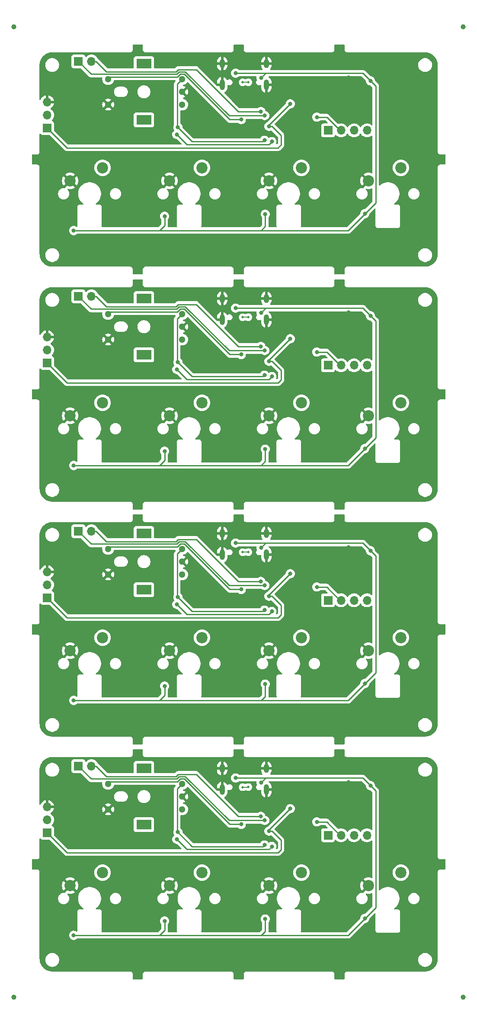
<source format=gbr>
%TF.GenerationSoftware,KiCad,Pcbnew,8.0.0*%
%TF.CreationDate,2024-03-25T13:22:01-05:00*%
%TF.ProjectId,MiniMastermindPanel,4d696e69-4d61-4737-9465-726d696e6450,rev?*%
%TF.SameCoordinates,Original*%
%TF.FileFunction,Copper,L2,Bot*%
%TF.FilePolarity,Positive*%
%FSLAX46Y46*%
G04 Gerber Fmt 4.6, Leading zero omitted, Abs format (unit mm)*
G04 Created by KiCad (PCBNEW 8.0.0) date 2024-03-25 13:22:01*
%MOMM*%
%LPD*%
G01*
G04 APERTURE LIST*
%TA.AperFunction,SMDPad,CuDef*%
%ADD10C,1.000000*%
%TD*%
%TA.AperFunction,ComponentPad*%
%ADD11R,1.700000X1.700000*%
%TD*%
%TA.AperFunction,ComponentPad*%
%ADD12O,1.700000X1.700000*%
%TD*%
%TA.AperFunction,ComponentPad*%
%ADD13O,1.000000X2.100000*%
%TD*%
%TA.AperFunction,ComponentPad*%
%ADD14O,1.000000X1.800000*%
%TD*%
%TA.AperFunction,ComponentPad*%
%ADD15C,2.200000*%
%TD*%
%TA.AperFunction,ComponentPad*%
%ADD16R,3.000000X1.900000*%
%TD*%
%TA.AperFunction,ComponentPad*%
%ADD17C,1.300000*%
%TD*%
%TA.AperFunction,ViaPad*%
%ADD18C,0.800000*%
%TD*%
%TA.AperFunction,ViaPad*%
%ADD19C,0.500000*%
%TD*%
%TA.AperFunction,Conductor*%
%ADD20C,0.250000*%
%TD*%
%TA.AperFunction,Conductor*%
%ADD21C,0.200000*%
%TD*%
G04 APERTURE END LIST*
D10*
%TO.P,KiKit_FID_B_1,*%
%TO.N,*%
X104510650Y-22500000D03*
%TD*%
%TO.P,KiKit_FID_B_3,*%
%TO.N,*%
X104510650Y-212414720D03*
%TD*%
%TO.P,KiKit_FID_B_4,*%
%TO.N,*%
X192489350Y-212414720D03*
%TD*%
%TO.P,KiKit_FID_B_2,*%
%TO.N,*%
X192489350Y-22500000D03*
%TD*%
D11*
%TO.P,J3,1,Pin_1*%
%TO.N,Board_3-SDA*%
X166010650Y-180736040D03*
D12*
%TO.P,J3,2,Pin_2*%
%TO.N,Board_3-SCL*%
X168550650Y-180736040D03*
%TO.P,J3,3,Pin_3*%
%TO.N,Board_3-Net-(J3-Pin_3)*%
X171090650Y-180736040D03*
%TO.P,J3,4,Pin_4*%
%TO.N,Board_3-Net-(J3-Pin_4)*%
X173630650Y-180736040D03*
%TD*%
D13*
%TO.P,J4,S1,SHIELD*%
%TO.N,Board_1-VSS*%
X153930650Y-79866180D03*
D14*
X153930650Y-75716180D03*
D13*
X145290650Y-79866180D03*
D14*
X145290650Y-75716180D03*
%TD*%
D15*
%TO.P,SW1,1,1*%
%TO.N,Board_1-PD5*%
X121870650Y-96098680D03*
%TO.P,SW1,2,2*%
%TO.N,Board_1-VSS*%
X115520650Y-98638680D03*
%TD*%
%TO.P,SW5,1,1*%
%TO.N,Board_2-PA1*%
X180270650Y-142077360D03*
%TO.P,SW5,2,2*%
%TO.N,Board_2-VSS*%
X173920650Y-144617360D03*
%TD*%
D16*
%TO.P,SW2,*%
%TO.N,*%
X129960650Y-178686040D03*
X129960650Y-167686040D03*
D17*
%TO.P,SW2,A,A*%
%TO.N,Board_3-/RotaryB*%
X137460650Y-175686040D03*
%TO.P,SW2,B,B*%
%TO.N,Board_3-/RotaryA*%
X137460650Y-170686040D03*
%TO.P,SW2,C,C*%
%TO.N,Board_3-VSS*%
X137460650Y-173186040D03*
%TO.P,SW2,S1,S1*%
X122960650Y-175686040D03*
%TO.P,SW2,S2,S2*%
%TO.N,Board_3-/RotaryS*%
X122960650Y-170686040D03*
%TD*%
D11*
%TO.P,J5,1,Pin_1*%
%TO.N,Board_1-PC3*%
X117135650Y-75278680D03*
D12*
%TO.P,J5,2,Pin_2*%
%TO.N,Board_1-PC4*%
X119675650Y-75278680D03*
%TD*%
D15*
%TO.P,SW1,1,1*%
%TO.N,Board_3-PD5*%
X121870650Y-188056040D03*
%TO.P,SW1,2,2*%
%TO.N,Board_3-VSS*%
X115520650Y-190596040D03*
%TD*%
%TO.P,SW3,1,1*%
%TO.N,Board_3-PD6*%
X141337316Y-188056040D03*
%TO.P,SW3,2,2*%
%TO.N,Board_3-VSS*%
X134987316Y-190596040D03*
%TD*%
D11*
%TO.P,J5,1,Pin_1*%
%TO.N,Board_3-PC3*%
X117135650Y-167236040D03*
D12*
%TO.P,J5,2,Pin_2*%
%TO.N,Board_3-PC4*%
X119675650Y-167236040D03*
%TD*%
D13*
%TO.P,J4,S1,SHIELD*%
%TO.N,Board_0-VSS*%
X153930650Y-33887500D03*
D14*
X153930650Y-29737500D03*
D13*
X145290650Y-33887500D03*
D14*
X145290650Y-29737500D03*
%TD*%
D11*
%TO.P,J3,1,Pin_1*%
%TO.N,Board_1-SDA*%
X166010650Y-88778680D03*
D12*
%TO.P,J3,2,Pin_2*%
%TO.N,Board_1-SCL*%
X168550650Y-88778680D03*
%TO.P,J3,3,Pin_3*%
%TO.N,Board_1-Net-(J3-Pin_3)*%
X171090650Y-88778680D03*
%TO.P,J3,4,Pin_4*%
%TO.N,Board_1-Net-(J3-Pin_4)*%
X173630650Y-88778680D03*
%TD*%
D15*
%TO.P,SW4,1,1*%
%TO.N,Board_2-PD7*%
X160803982Y-142077360D03*
%TO.P,SW4,2,2*%
%TO.N,Board_2-VSS*%
X154453982Y-144617360D03*
%TD*%
%TO.P,SW5,1,1*%
%TO.N,Board_1-PA1*%
X180270650Y-96098680D03*
%TO.P,SW5,2,2*%
%TO.N,Board_1-VSS*%
X173920650Y-98638680D03*
%TD*%
%TO.P,SW4,1,1*%
%TO.N,Board_1-PD7*%
X160803982Y-96098680D03*
%TO.P,SW4,2,2*%
%TO.N,Board_1-VSS*%
X154453982Y-98638680D03*
%TD*%
D16*
%TO.P,SW2,*%
%TO.N,*%
X129960650Y-40750000D03*
X129960650Y-29750000D03*
D17*
%TO.P,SW2,A,A*%
%TO.N,Board_0-/RotaryB*%
X137460650Y-37750000D03*
%TO.P,SW2,B,B*%
%TO.N,Board_0-/RotaryA*%
X137460650Y-32750000D03*
%TO.P,SW2,C,C*%
%TO.N,Board_0-VSS*%
X137460650Y-35250000D03*
%TO.P,SW2,S1,S1*%
X122960650Y-37750000D03*
%TO.P,SW2,S2,S2*%
%TO.N,Board_0-/RotaryS*%
X122960650Y-32750000D03*
%TD*%
D16*
%TO.P,SW2,*%
%TO.N,*%
X129960650Y-86728680D03*
X129960650Y-75728680D03*
D17*
%TO.P,SW2,A,A*%
%TO.N,Board_1-/RotaryB*%
X137460650Y-83728680D03*
%TO.P,SW2,B,B*%
%TO.N,Board_1-/RotaryA*%
X137460650Y-78728680D03*
%TO.P,SW2,C,C*%
%TO.N,Board_1-VSS*%
X137460650Y-81228680D03*
%TO.P,SW2,S1,S1*%
X122960650Y-83728680D03*
%TO.P,SW2,S2,S2*%
%TO.N,Board_1-/RotaryS*%
X122960650Y-78728680D03*
%TD*%
D11*
%TO.P,J3,1,Pin_1*%
%TO.N,Board_2-SDA*%
X166010650Y-134757360D03*
D12*
%TO.P,J3,2,Pin_2*%
%TO.N,Board_2-SCL*%
X168550650Y-134757360D03*
%TO.P,J3,3,Pin_3*%
%TO.N,Board_2-Net-(J3-Pin_3)*%
X171090650Y-134757360D03*
%TO.P,J3,4,Pin_4*%
%TO.N,Board_2-Net-(J3-Pin_4)*%
X173630650Y-134757360D03*
%TD*%
D11*
%TO.P,J1,1,Pin_1*%
%TO.N,Board_2-VCC*%
X111010650Y-134282360D03*
D12*
%TO.P,J1,2,Pin_2*%
%TO.N,Board_2-SWIO*%
X111010650Y-131742360D03*
%TO.P,J1,3,Pin_3*%
%TO.N,Board_2-VSS*%
X111010650Y-129202360D03*
%TD*%
D15*
%TO.P,SW5,1,1*%
%TO.N,Board_0-PA1*%
X180270650Y-50120000D03*
%TO.P,SW5,2,2*%
%TO.N,Board_0-VSS*%
X173920650Y-52660000D03*
%TD*%
D13*
%TO.P,J4,S1,SHIELD*%
%TO.N,Board_3-VSS*%
X153930650Y-171823540D03*
D14*
X153930650Y-167673540D03*
D13*
X145290650Y-171823540D03*
D14*
X145290650Y-167673540D03*
%TD*%
D15*
%TO.P,SW3,1,1*%
%TO.N,Board_0-PD6*%
X141337316Y-50120000D03*
%TO.P,SW3,2,2*%
%TO.N,Board_0-VSS*%
X134987316Y-52660000D03*
%TD*%
D11*
%TO.P,J1,1,Pin_1*%
%TO.N,Board_0-VCC*%
X111010650Y-42325000D03*
D12*
%TO.P,J1,2,Pin_2*%
%TO.N,Board_0-SWIO*%
X111010650Y-39785000D03*
%TO.P,J1,3,Pin_3*%
%TO.N,Board_0-VSS*%
X111010650Y-37245000D03*
%TD*%
D16*
%TO.P,SW2,*%
%TO.N,*%
X129960650Y-132707360D03*
X129960650Y-121707360D03*
D17*
%TO.P,SW2,A,A*%
%TO.N,Board_2-/RotaryB*%
X137460650Y-129707360D03*
%TO.P,SW2,B,B*%
%TO.N,Board_2-/RotaryA*%
X137460650Y-124707360D03*
%TO.P,SW2,C,C*%
%TO.N,Board_2-VSS*%
X137460650Y-127207360D03*
%TO.P,SW2,S1,S1*%
X122960650Y-129707360D03*
%TO.P,SW2,S2,S2*%
%TO.N,Board_2-/RotaryS*%
X122960650Y-124707360D03*
%TD*%
D13*
%TO.P,J4,S1,SHIELD*%
%TO.N,Board_2-VSS*%
X153930650Y-125844860D03*
D14*
X153930650Y-121694860D03*
D13*
X145290650Y-125844860D03*
D14*
X145290650Y-121694860D03*
%TD*%
D15*
%TO.P,SW4,1,1*%
%TO.N,Board_0-PD7*%
X160803982Y-50120000D03*
%TO.P,SW4,2,2*%
%TO.N,Board_0-VSS*%
X154453982Y-52660000D03*
%TD*%
D11*
%TO.P,J5,1,Pin_1*%
%TO.N,Board_0-PC3*%
X117135650Y-29300000D03*
D12*
%TO.P,J5,2,Pin_2*%
%TO.N,Board_0-PC4*%
X119675650Y-29300000D03*
%TD*%
D15*
%TO.P,SW1,1,1*%
%TO.N,Board_0-PD5*%
X121870650Y-50120000D03*
%TO.P,SW1,2,2*%
%TO.N,Board_0-VSS*%
X115520650Y-52660000D03*
%TD*%
%TO.P,SW3,1,1*%
%TO.N,Board_1-PD6*%
X141337316Y-96098680D03*
%TO.P,SW3,2,2*%
%TO.N,Board_1-VSS*%
X134987316Y-98638680D03*
%TD*%
D11*
%TO.P,J1,1,Pin_1*%
%TO.N,Board_3-VCC*%
X111010650Y-180261040D03*
D12*
%TO.P,J1,2,Pin_2*%
%TO.N,Board_3-SWIO*%
X111010650Y-177721040D03*
%TO.P,J1,3,Pin_3*%
%TO.N,Board_3-VSS*%
X111010650Y-175181040D03*
%TD*%
D15*
%TO.P,SW4,1,1*%
%TO.N,Board_3-PD7*%
X160803982Y-188056040D03*
%TO.P,SW4,2,2*%
%TO.N,Board_3-VSS*%
X154453982Y-190596040D03*
%TD*%
%TO.P,SW3,1,1*%
%TO.N,Board_2-PD6*%
X141337316Y-142077360D03*
%TO.P,SW3,2,2*%
%TO.N,Board_2-VSS*%
X134987316Y-144617360D03*
%TD*%
%TO.P,SW1,1,1*%
%TO.N,Board_2-PD5*%
X121870650Y-142077360D03*
%TO.P,SW1,2,2*%
%TO.N,Board_2-VSS*%
X115520650Y-144617360D03*
%TD*%
D11*
%TO.P,J3,1,Pin_1*%
%TO.N,Board_0-SDA*%
X166010650Y-42800000D03*
D12*
%TO.P,J3,2,Pin_2*%
%TO.N,Board_0-SCL*%
X168550650Y-42800000D03*
%TO.P,J3,3,Pin_3*%
%TO.N,Board_0-Net-(J3-Pin_3)*%
X171090650Y-42800000D03*
%TO.P,J3,4,Pin_4*%
%TO.N,Board_0-Net-(J3-Pin_4)*%
X173630650Y-42800000D03*
%TD*%
D15*
%TO.P,SW5,1,1*%
%TO.N,Board_3-PA1*%
X180270650Y-188056040D03*
%TO.P,SW5,2,2*%
%TO.N,Board_3-VSS*%
X173920650Y-190596040D03*
%TD*%
D11*
%TO.P,J5,1,Pin_1*%
%TO.N,Board_2-PC3*%
X117135650Y-121257360D03*
D12*
%TO.P,J5,2,Pin_2*%
%TO.N,Board_2-PC4*%
X119675650Y-121257360D03*
%TD*%
D11*
%TO.P,J1,1,Pin_1*%
%TO.N,Board_1-VCC*%
X111010650Y-88303680D03*
D12*
%TO.P,J1,2,Pin_2*%
%TO.N,Board_1-SWIO*%
X111010650Y-85763680D03*
%TO.P,J1,3,Pin_3*%
%TO.N,Board_1-VSS*%
X111010650Y-83223680D03*
%TD*%
D18*
%TO.N,Board_3-VSS*%
X145810650Y-181336040D03*
X143810650Y-169536040D03*
X171610650Y-177136040D03*
X121210650Y-177336040D03*
X156410650Y-172936040D03*
X176410650Y-173136040D03*
X178010650Y-177536040D03*
X158410650Y-182336040D03*
X150610650Y-179536040D03*
X181810650Y-180936040D03*
X185810650Y-175336040D03*
X154810650Y-173736040D03*
X166610650Y-174336040D03*
X175810650Y-169536040D03*
X147810650Y-174136040D03*
X143610650Y-179536040D03*
X170010650Y-170336040D03*
X121210650Y-172936040D03*
X152610650Y-179536040D03*
X167010650Y-168136040D03*
X181810650Y-168936040D03*
%TO.N,Board_3-VCC*%
X154435650Y-179936040D03*
X158610650Y-175536040D03*
%TO.N,Board_3-SCL*%
X163810650Y-178136040D03*
%TO.N,Board_3-PC4*%
X152835650Y-177036040D03*
%TO.N,Board_3-PC3*%
X153610650Y-177836040D03*
D19*
%TO.N,Board_3-D-*%
X150409666Y-171329333D03*
X149310650Y-171336040D03*
D18*
%TO.N,Board_3-/RotaryS*%
X149010650Y-178611040D03*
%TO.N,Board_3-/RotaryB*%
X155010650Y-182936040D03*
X136410650Y-181536040D03*
%TO.N,Board_3-/RotaryA*%
X136610650Y-180136040D03*
X153570578Y-182666264D03*
%TO.N,Board_3-+5V*%
X174310650Y-171036040D03*
X153710650Y-197136040D03*
X173210650Y-197036040D03*
X147910650Y-169536040D03*
X134010650Y-197536040D03*
X152910650Y-170436040D03*
X116210650Y-200336040D03*
%TO.N,Board_2-VSS*%
X171610650Y-131157360D03*
X178010650Y-131557360D03*
X147810650Y-128157360D03*
X181810650Y-134957360D03*
X156410650Y-126957360D03*
X170010650Y-124357360D03*
X158410650Y-136357360D03*
X176410650Y-127157360D03*
X143610650Y-133557360D03*
X166610650Y-128357360D03*
X152610650Y-133557360D03*
X145810650Y-135357360D03*
X154810650Y-127757360D03*
X121210650Y-126957360D03*
X175810650Y-123557360D03*
X185810650Y-129357360D03*
X150610650Y-133557360D03*
X143810650Y-123557360D03*
X167010650Y-122157360D03*
X181810650Y-122957360D03*
X121210650Y-131357360D03*
%TO.N,Board_2-VCC*%
X154435650Y-133957360D03*
X158610650Y-129557360D03*
%TO.N,Board_2-SCL*%
X163810650Y-132157360D03*
%TO.N,Board_2-PC4*%
X152835650Y-131057360D03*
%TO.N,Board_2-PC3*%
X153610650Y-131857360D03*
D19*
%TO.N,Board_2-D-*%
X150409666Y-125350653D03*
X149310650Y-125357360D03*
D18*
%TO.N,Board_2-/RotaryS*%
X149010650Y-132632360D03*
%TO.N,Board_2-/RotaryB*%
X155010650Y-136957360D03*
X136410650Y-135557360D03*
%TO.N,Board_2-/RotaryA*%
X136610650Y-134157360D03*
X153570578Y-136687584D03*
%TO.N,Board_2-+5V*%
X116210650Y-154357360D03*
X153710650Y-151157360D03*
X147910650Y-123557360D03*
X152910650Y-124457360D03*
X134010650Y-151557360D03*
X173210650Y-151057360D03*
X174310650Y-125057360D03*
%TO.N,Board_1-VSS*%
X170010650Y-78378680D03*
X175810650Y-77578680D03*
X166610650Y-82378680D03*
X158410650Y-90378680D03*
X176410650Y-81178680D03*
X150610650Y-87578680D03*
X152610650Y-87578680D03*
X154810650Y-81778680D03*
X156410650Y-80978680D03*
X178010650Y-85578680D03*
X167010650Y-76178680D03*
X121210650Y-80978680D03*
X143810650Y-77578680D03*
X185810650Y-83378680D03*
X145810650Y-89378680D03*
X147810650Y-82178680D03*
X181810650Y-76978680D03*
X143610650Y-87578680D03*
X171610650Y-85178680D03*
X121210650Y-85378680D03*
X181810650Y-88978680D03*
%TO.N,Board_1-VCC*%
X158610650Y-83578680D03*
X154435650Y-87978680D03*
%TO.N,Board_1-SCL*%
X163810650Y-86178680D03*
%TO.N,Board_1-PC4*%
X152835650Y-85078680D03*
%TO.N,Board_1-PC3*%
X153610650Y-85878680D03*
D19*
%TO.N,Board_1-D-*%
X150409666Y-79371973D03*
X149310650Y-79378680D03*
D18*
%TO.N,Board_1-/RotaryS*%
X149010650Y-86653680D03*
%TO.N,Board_1-/RotaryB*%
X136410650Y-89578680D03*
X155010650Y-90978680D03*
%TO.N,Board_1-/RotaryA*%
X136610650Y-88178680D03*
X153570578Y-90708904D03*
%TO.N,Board_1-+5V*%
X147910650Y-77578680D03*
X174310650Y-79078680D03*
X173210650Y-105078680D03*
X153710650Y-105178680D03*
X116210650Y-108378680D03*
X134010650Y-105578680D03*
X152910650Y-78478680D03*
%TO.N,Board_0-VSS*%
X150610650Y-41600000D03*
X175810650Y-31600000D03*
X143810650Y-31600000D03*
X185810650Y-37400000D03*
X166610650Y-36400000D03*
X121210650Y-39400000D03*
X181810650Y-31000000D03*
X121210650Y-35000000D03*
X170010650Y-32400000D03*
X181810650Y-43000000D03*
X156410650Y-35000000D03*
X171610650Y-39200000D03*
X176410650Y-35200000D03*
X178010650Y-39600000D03*
X147810650Y-36200000D03*
X167010650Y-30200000D03*
X158410650Y-44400000D03*
X154810650Y-35800000D03*
X145810650Y-43400000D03*
X143610650Y-41600000D03*
X152610650Y-41600000D03*
%TO.N,Board_0-VCC*%
X154435650Y-42000000D03*
X158610650Y-37600000D03*
%TO.N,Board_0-SCL*%
X163810650Y-40200000D03*
%TO.N,Board_0-PC4*%
X152835650Y-39100000D03*
%TO.N,Board_0-PC3*%
X153610650Y-39900000D03*
D19*
%TO.N,Board_0-D-*%
X149310650Y-33400000D03*
X150409666Y-33393293D03*
D18*
%TO.N,Board_0-/RotaryS*%
X149010650Y-40675000D03*
%TO.N,Board_0-/RotaryB*%
X155010650Y-45000000D03*
X136410650Y-43600000D03*
%TO.N,Board_0-/RotaryA*%
X153570578Y-44730224D03*
X136610650Y-42200000D03*
%TO.N,Board_0-+5V*%
X173210650Y-59100000D03*
X116210650Y-62400000D03*
X152910650Y-32500000D03*
X153710650Y-59200000D03*
X134010650Y-59600000D03*
X147910650Y-31600000D03*
X174310650Y-33100000D03*
%TD*%
D20*
%TO.N,Board_3-VCC*%
X154435650Y-179711040D02*
X154435650Y-179936040D01*
X154435650Y-179936040D02*
X155010650Y-179936040D01*
X156210650Y-184136040D02*
X114885650Y-184136040D01*
X155010650Y-179936040D02*
X156810650Y-181736040D01*
X158610650Y-175536040D02*
X154435650Y-179711040D01*
X114885650Y-184136040D02*
X111010650Y-180261040D01*
X156810650Y-183536040D02*
X156210650Y-184136040D01*
X156810650Y-181736040D02*
X156810650Y-183536040D01*
%TO.N,Board_3-SCL*%
X163810650Y-178136040D02*
X165760650Y-178136040D01*
X168360650Y-180736040D02*
X168550650Y-180736040D01*
X165760650Y-178136040D02*
X168360650Y-180736040D01*
%TO.N,Board_3-PC4*%
X136258999Y-169236040D02*
X136683999Y-168811040D01*
X119675650Y-167236040D02*
X120610650Y-167236040D01*
X122610650Y-169236040D02*
X136258999Y-169236040D01*
X148410650Y-177036040D02*
X152835650Y-177036040D01*
X136683999Y-168811040D02*
X140185650Y-168811040D01*
X140185650Y-168811040D02*
X148410650Y-177036040D01*
X120610650Y-167236040D02*
X122610650Y-169236040D01*
%TO.N,Board_3-PC3*%
X117135650Y-167236040D02*
X119610650Y-169711040D01*
X138050905Y-169261040D02*
X146625905Y-177836040D01*
X136870395Y-169261040D02*
X138050905Y-169261040D01*
X119610650Y-169711040D02*
X136420395Y-169711040D01*
X136420395Y-169711040D02*
X136870395Y-169261040D01*
X146625905Y-177836040D02*
X153610650Y-177836040D01*
D21*
%TO.N,Board_3-D-*%
X150402959Y-171336040D02*
X149310650Y-171336040D01*
X150409666Y-171329333D02*
X150402959Y-171336040D01*
D20*
%TO.N,Board_3-/RotaryS*%
X137056791Y-169711040D02*
X137864509Y-169711040D01*
X146764509Y-178611040D02*
X149010650Y-178611040D01*
X137864509Y-169711040D02*
X146764509Y-178611040D01*
X136485650Y-170282181D02*
X137056791Y-169711040D01*
X122960650Y-170686040D02*
X123364509Y-170282181D01*
X123364509Y-170282181D02*
X136485650Y-170282181D01*
%TO.N,Board_3-/RotaryB*%
X154460650Y-183486040D02*
X155010650Y-182936040D01*
X136410650Y-181536040D02*
X138360650Y-183486040D01*
X138360650Y-183486040D02*
X154460650Y-183486040D01*
%TO.N,Board_3-/RotaryA*%
X136485650Y-180011040D02*
X136610650Y-180136040D01*
X137460650Y-170686040D02*
X136485650Y-171661040D01*
X136485650Y-171661040D02*
X136485650Y-180011040D01*
X136610650Y-180136040D02*
X139410650Y-182936040D01*
X153300802Y-182936040D02*
X153570578Y-182666264D01*
X139410650Y-182936040D02*
X153300802Y-182936040D01*
%TO.N,Board_3-+5V*%
X152910650Y-200336040D02*
X169910650Y-200336040D01*
X175345650Y-172071040D02*
X175345650Y-194901040D01*
X152910650Y-170436040D02*
X153810650Y-169536040D01*
X116210650Y-200336040D02*
X133010650Y-200336040D01*
X169910650Y-200336040D02*
X173210650Y-197036040D01*
X133010650Y-200336040D02*
X152910650Y-200336040D01*
X153710650Y-199536040D02*
X152910650Y-200336040D01*
X134010650Y-199336040D02*
X133010650Y-200336040D01*
X175345650Y-194901040D02*
X173210650Y-197036040D01*
X174310650Y-171036040D02*
X175345650Y-172071040D01*
X147910650Y-169536040D02*
X153810650Y-169536040D01*
X172810650Y-169536040D02*
X174310650Y-171036040D01*
X134010650Y-197536040D02*
X134010650Y-199336040D01*
X153810650Y-169536040D02*
X172810650Y-169536040D01*
X153710650Y-197136040D02*
X153710650Y-199536040D01*
%TO.N,Board_2-VCC*%
X154435650Y-133732360D02*
X154435650Y-133957360D01*
X156210650Y-138157360D02*
X114885650Y-138157360D01*
X154435650Y-133957360D02*
X155010650Y-133957360D01*
X158610650Y-129557360D02*
X154435650Y-133732360D01*
X156810650Y-135757360D02*
X156810650Y-137557360D01*
X114885650Y-138157360D02*
X111010650Y-134282360D01*
X155010650Y-133957360D02*
X156810650Y-135757360D01*
X156810650Y-137557360D02*
X156210650Y-138157360D01*
%TO.N,Board_2-SCL*%
X163810650Y-132157360D02*
X165760650Y-132157360D01*
X168360650Y-134757360D02*
X168550650Y-134757360D01*
X165760650Y-132157360D02*
X168360650Y-134757360D01*
%TO.N,Board_2-PC4*%
X122610650Y-123257360D02*
X136258999Y-123257360D01*
X136683999Y-122832360D02*
X140185650Y-122832360D01*
X148410650Y-131057360D02*
X152835650Y-131057360D01*
X136258999Y-123257360D02*
X136683999Y-122832360D01*
X140185650Y-122832360D02*
X148410650Y-131057360D01*
X119675650Y-121257360D02*
X120610650Y-121257360D01*
X120610650Y-121257360D02*
X122610650Y-123257360D01*
%TO.N,Board_2-PC3*%
X117135650Y-121257360D02*
X119610650Y-123732360D01*
X136870395Y-123282360D02*
X138050905Y-123282360D01*
X146625905Y-131857360D02*
X153610650Y-131857360D01*
X138050905Y-123282360D02*
X146625905Y-131857360D01*
X119610650Y-123732360D02*
X136420395Y-123732360D01*
X136420395Y-123732360D02*
X136870395Y-123282360D01*
D21*
%TO.N,Board_2-D-*%
X150402959Y-125357360D02*
X149310650Y-125357360D01*
X150409666Y-125350653D02*
X150402959Y-125357360D01*
D20*
%TO.N,Board_2-/RotaryS*%
X123364509Y-124303501D02*
X136485650Y-124303501D01*
X146764509Y-132632360D02*
X149010650Y-132632360D01*
X136485650Y-124303501D02*
X137056791Y-123732360D01*
X137864509Y-123732360D02*
X146764509Y-132632360D01*
X122960650Y-124707360D02*
X123364509Y-124303501D01*
X137056791Y-123732360D02*
X137864509Y-123732360D01*
%TO.N,Board_2-/RotaryB*%
X136410650Y-135557360D02*
X138360650Y-137507360D01*
X138360650Y-137507360D02*
X154460650Y-137507360D01*
X154460650Y-137507360D02*
X155010650Y-136957360D01*
%TO.N,Board_2-/RotaryA*%
X136485650Y-125682360D02*
X136485650Y-134032360D01*
X139410650Y-136957360D02*
X153300802Y-136957360D01*
X153300802Y-136957360D02*
X153570578Y-136687584D01*
X136485650Y-134032360D02*
X136610650Y-134157360D01*
X136610650Y-134157360D02*
X139410650Y-136957360D01*
X137460650Y-124707360D02*
X136485650Y-125682360D01*
%TO.N,Board_2-+5V*%
X175345650Y-126092360D02*
X175345650Y-148922360D01*
X134010650Y-153357360D02*
X133010650Y-154357360D01*
X153810650Y-123557360D02*
X172810650Y-123557360D01*
X134010650Y-151557360D02*
X134010650Y-153357360D01*
X153710650Y-153557360D02*
X152910650Y-154357360D01*
X116210650Y-154357360D02*
X133010650Y-154357360D01*
X152910650Y-154357360D02*
X169910650Y-154357360D01*
X174310650Y-125057360D02*
X175345650Y-126092360D01*
X147910650Y-123557360D02*
X153810650Y-123557360D01*
X172810650Y-123557360D02*
X174310650Y-125057360D01*
X169910650Y-154357360D02*
X173210650Y-151057360D01*
X175345650Y-148922360D02*
X173210650Y-151057360D01*
X153710650Y-151157360D02*
X153710650Y-153557360D01*
X152910650Y-124457360D02*
X153810650Y-123557360D01*
X133010650Y-154357360D02*
X152910650Y-154357360D01*
%TO.N,Board_1-VCC*%
X156810650Y-89778680D02*
X156810650Y-91578680D01*
X155010650Y-87978680D02*
X156810650Y-89778680D01*
X158610650Y-83578680D02*
X154435650Y-87753680D01*
X156810650Y-91578680D02*
X156210650Y-92178680D01*
X114885650Y-92178680D02*
X111010650Y-88303680D01*
X154435650Y-87978680D02*
X155010650Y-87978680D01*
X154435650Y-87753680D02*
X154435650Y-87978680D01*
X156210650Y-92178680D02*
X114885650Y-92178680D01*
%TO.N,Board_1-SCL*%
X165760650Y-86178680D02*
X168360650Y-88778680D01*
X168360650Y-88778680D02*
X168550650Y-88778680D01*
X163810650Y-86178680D02*
X165760650Y-86178680D01*
%TO.N,Board_1-PC4*%
X148410650Y-85078680D02*
X152835650Y-85078680D01*
X136258999Y-77278680D02*
X136683999Y-76853680D01*
X119675650Y-75278680D02*
X120610650Y-75278680D01*
X140185650Y-76853680D02*
X148410650Y-85078680D01*
X136683999Y-76853680D02*
X140185650Y-76853680D01*
X120610650Y-75278680D02*
X122610650Y-77278680D01*
X122610650Y-77278680D02*
X136258999Y-77278680D01*
%TO.N,Board_1-PC3*%
X117135650Y-75278680D02*
X119610650Y-77753680D01*
X138050905Y-77303680D02*
X146625905Y-85878680D01*
X136870395Y-77303680D02*
X138050905Y-77303680D01*
X146625905Y-85878680D02*
X153610650Y-85878680D01*
X136420395Y-77753680D02*
X136870395Y-77303680D01*
X119610650Y-77753680D02*
X136420395Y-77753680D01*
D21*
%TO.N,Board_1-D-*%
X150402959Y-79378680D02*
X149310650Y-79378680D01*
X150409666Y-79371973D02*
X150402959Y-79378680D01*
D20*
%TO.N,Board_1-/RotaryS*%
X146764509Y-86653680D02*
X149010650Y-86653680D01*
X136485650Y-78324821D02*
X137056791Y-77753680D01*
X137864509Y-77753680D02*
X146764509Y-86653680D01*
X122960650Y-78728680D02*
X123364509Y-78324821D01*
X137056791Y-77753680D02*
X137864509Y-77753680D01*
X123364509Y-78324821D02*
X136485650Y-78324821D01*
%TO.N,Board_1-/RotaryB*%
X138360650Y-91528680D02*
X154460650Y-91528680D01*
X136410650Y-89578680D02*
X138360650Y-91528680D01*
X154460650Y-91528680D02*
X155010650Y-90978680D01*
%TO.N,Board_1-/RotaryA*%
X136485650Y-79703680D02*
X136485650Y-88053680D01*
X137460650Y-78728680D02*
X136485650Y-79703680D01*
X136610650Y-88178680D02*
X139410650Y-90978680D01*
X136485650Y-88053680D02*
X136610650Y-88178680D01*
X139410650Y-90978680D02*
X153300802Y-90978680D01*
X153300802Y-90978680D02*
X153570578Y-90708904D01*
%TO.N,Board_1-+5V*%
X172810650Y-77578680D02*
X174310650Y-79078680D01*
X147910650Y-77578680D02*
X153810650Y-77578680D01*
X152910650Y-78478680D02*
X153810650Y-77578680D01*
X152910650Y-108378680D02*
X169910650Y-108378680D01*
X134010650Y-107378680D02*
X133010650Y-108378680D01*
X153810650Y-77578680D02*
X172810650Y-77578680D01*
X174310650Y-79078680D02*
X175345650Y-80113680D01*
X116210650Y-108378680D02*
X133010650Y-108378680D01*
X175345650Y-102943680D02*
X173210650Y-105078680D01*
X175345650Y-80113680D02*
X175345650Y-102943680D01*
X134010650Y-105578680D02*
X134010650Y-107378680D01*
X133010650Y-108378680D02*
X152910650Y-108378680D01*
X169910650Y-108378680D02*
X173210650Y-105078680D01*
X153710650Y-105178680D02*
X153710650Y-107578680D01*
X153710650Y-107578680D02*
X152910650Y-108378680D01*
%TO.N,Board_0-VCC*%
X158610650Y-37600000D02*
X154435650Y-41775000D01*
X154435650Y-42000000D02*
X155010650Y-42000000D01*
X156810650Y-43800000D02*
X156810650Y-45600000D01*
X156810650Y-45600000D02*
X156210650Y-46200000D01*
X155010650Y-42000000D02*
X156810650Y-43800000D01*
X156210650Y-46200000D02*
X114885650Y-46200000D01*
X154435650Y-41775000D02*
X154435650Y-42000000D01*
X114885650Y-46200000D02*
X111010650Y-42325000D01*
%TO.N,Board_0-SCL*%
X165760650Y-40200000D02*
X168360650Y-42800000D01*
X168360650Y-42800000D02*
X168550650Y-42800000D01*
X163810650Y-40200000D02*
X165760650Y-40200000D01*
%TO.N,Board_0-PC4*%
X120610650Y-29300000D02*
X122610650Y-31300000D01*
X122610650Y-31300000D02*
X136258999Y-31300000D01*
X140185650Y-30875000D02*
X148410650Y-39100000D01*
X136683999Y-30875000D02*
X140185650Y-30875000D01*
X148410650Y-39100000D02*
X152835650Y-39100000D01*
X136258999Y-31300000D02*
X136683999Y-30875000D01*
X119675650Y-29300000D02*
X120610650Y-29300000D01*
%TO.N,Board_0-PC3*%
X138050905Y-31325000D02*
X146625905Y-39900000D01*
X136420395Y-31775000D02*
X136870395Y-31325000D01*
X136870395Y-31325000D02*
X138050905Y-31325000D01*
X119610650Y-31775000D02*
X136420395Y-31775000D01*
X146625905Y-39900000D02*
X153610650Y-39900000D01*
X117135650Y-29300000D02*
X119610650Y-31775000D01*
D21*
%TO.N,Board_0-D-*%
X150409666Y-33393293D02*
X150402959Y-33400000D01*
X150402959Y-33400000D02*
X149310650Y-33400000D01*
D20*
%TO.N,Board_0-/RotaryS*%
X146764509Y-40675000D02*
X149010650Y-40675000D01*
X136485650Y-32346141D02*
X137056791Y-31775000D01*
X137864509Y-31775000D02*
X146764509Y-40675000D01*
X137056791Y-31775000D02*
X137864509Y-31775000D01*
X123364509Y-32346141D02*
X136485650Y-32346141D01*
X122960650Y-32750000D02*
X123364509Y-32346141D01*
%TO.N,Board_0-/RotaryB*%
X138360650Y-45550000D02*
X154460650Y-45550000D01*
X154460650Y-45550000D02*
X155010650Y-45000000D01*
X136410650Y-43600000D02*
X138360650Y-45550000D01*
%TO.N,Board_0-/RotaryA*%
X137460650Y-32750000D02*
X136485650Y-33725000D01*
X136485650Y-33725000D02*
X136485650Y-42075000D01*
X153300802Y-45000000D02*
X153570578Y-44730224D01*
X136485650Y-42075000D02*
X136610650Y-42200000D01*
X136610650Y-42200000D02*
X139410650Y-45000000D01*
X139410650Y-45000000D02*
X153300802Y-45000000D01*
%TO.N,Board_0-+5V*%
X172810650Y-31600000D02*
X174310650Y-33100000D01*
X175345650Y-34135000D02*
X175345650Y-56965000D01*
X152910650Y-32500000D02*
X153810650Y-31600000D01*
X174310650Y-33100000D02*
X175345650Y-34135000D01*
X153810650Y-31600000D02*
X172810650Y-31600000D01*
X153710650Y-61600000D02*
X152910650Y-62400000D01*
X175345650Y-56965000D02*
X173210650Y-59100000D01*
X116210650Y-62400000D02*
X133010650Y-62400000D01*
X133010650Y-62400000D02*
X152910650Y-62400000D01*
X134010650Y-59600000D02*
X134010650Y-61400000D01*
X169910650Y-62400000D02*
X173210650Y-59100000D01*
X147910650Y-31600000D02*
X153810650Y-31600000D01*
X152910650Y-62400000D02*
X169910650Y-62400000D01*
X134010650Y-61400000D02*
X133010650Y-62400000D01*
X153710650Y-59200000D02*
X153710650Y-61600000D01*
%TD*%
%TA.AperFunction,Conductor*%
%TO.N,Board_2-VSS*%
G36*
X129697864Y-117977045D02*
G01*
X129743619Y-118029849D01*
X129754825Y-118081360D01*
X129754825Y-118891468D01*
X129754825Y-119023252D01*
X129762703Y-119052652D01*
X129788933Y-119150547D01*
X129811201Y-119189116D01*
X129854825Y-119264674D01*
X129948011Y-119357860D01*
X130062139Y-119423752D01*
X130189433Y-119457860D01*
X130189435Y-119457860D01*
X147065890Y-119457860D01*
X147065892Y-119457860D01*
X147193186Y-119423752D01*
X147307314Y-119357860D01*
X147400500Y-119264674D01*
X147466392Y-119150546D01*
X147500500Y-119023252D01*
X147500500Y-118081360D01*
X147520185Y-118014321D01*
X147572989Y-117968566D01*
X147624500Y-117957360D01*
X149375500Y-117957360D01*
X149442539Y-117977045D01*
X149488294Y-118029849D01*
X149499500Y-118081360D01*
X149499500Y-118891468D01*
X149499500Y-119023252D01*
X149507378Y-119052652D01*
X149533608Y-119150547D01*
X149555876Y-119189116D01*
X149599500Y-119264674D01*
X149692686Y-119357860D01*
X149806814Y-119423752D01*
X149934108Y-119457860D01*
X149934110Y-119457860D01*
X166810565Y-119457860D01*
X166810567Y-119457860D01*
X166937861Y-119423752D01*
X167051989Y-119357860D01*
X167145175Y-119264674D01*
X167211067Y-119150546D01*
X167245175Y-119023252D01*
X167245175Y-118081360D01*
X167264860Y-118014321D01*
X167317664Y-117968566D01*
X167369175Y-117957360D01*
X169120175Y-117957360D01*
X169187214Y-117977045D01*
X169232969Y-118029849D01*
X169244175Y-118081360D01*
X169244175Y-119023252D01*
X169252053Y-119052652D01*
X169278283Y-119150547D01*
X169300551Y-119189116D01*
X169344175Y-119264674D01*
X169437361Y-119357860D01*
X169551489Y-119423752D01*
X169678783Y-119457860D01*
X169810567Y-119457860D01*
X184981430Y-119457860D01*
X184984569Y-119457900D01*
X184996194Y-119458194D01*
X185112790Y-119461147D01*
X185119040Y-119461464D01*
X185239060Y-119470603D01*
X185245265Y-119471233D01*
X185364726Y-119486447D01*
X185370877Y-119487389D01*
X185489371Y-119508626D01*
X185495494Y-119509884D01*
X185612777Y-119537100D01*
X185618797Y-119538659D01*
X185734561Y-119571783D01*
X185740482Y-119573640D01*
X185854412Y-119612582D01*
X185860279Y-119614755D01*
X185913161Y-119635879D01*
X185972036Y-119659396D01*
X185977808Y-119661872D01*
X186087197Y-119712133D01*
X186092795Y-119714879D01*
X186186163Y-119763649D01*
X186199484Y-119770607D01*
X186204977Y-119773656D01*
X186308679Y-119834701D01*
X186314010Y-119838024D01*
X186391051Y-119888797D01*
X186410630Y-119901701D01*
X186414518Y-119904263D01*
X186419632Y-119907821D01*
X186516709Y-119979106D01*
X186521620Y-119982908D01*
X186603677Y-120049815D01*
X186614896Y-120058963D01*
X186619662Y-120063055D01*
X186708979Y-120143749D01*
X186713533Y-120148078D01*
X186798618Y-120233163D01*
X186802946Y-120237715D01*
X186883639Y-120327028D01*
X186887727Y-120331790D01*
X186953618Y-120412599D01*
X186963767Y-120425045D01*
X186967612Y-120430013D01*
X187038856Y-120527034D01*
X187042432Y-120532172D01*
X187073648Y-120579535D01*
X187108667Y-120632670D01*
X187111990Y-120638001D01*
X187173038Y-120741707D01*
X187176086Y-120747200D01*
X187231817Y-120853890D01*
X187234584Y-120859531D01*
X187284820Y-120968865D01*
X187287298Y-120974639D01*
X187331942Y-121086405D01*
X187334124Y-121092295D01*
X187373046Y-121206164D01*
X187374927Y-121212159D01*
X187408039Y-121327879D01*
X187409613Y-121333960D01*
X187416254Y-121362576D01*
X187431265Y-121427265D01*
X187436816Y-121451183D01*
X187438081Y-121457339D01*
X187459312Y-121575800D01*
X187460263Y-121582009D01*
X187475467Y-121701385D01*
X187476103Y-121707635D01*
X187485241Y-121827630D01*
X187485559Y-121833905D01*
X187488808Y-121962126D01*
X187488848Y-121965267D01*
X187488840Y-138880807D01*
X187488840Y-139012591D01*
X187522948Y-139139887D01*
X187555894Y-139196950D01*
X187588840Y-139254014D01*
X187682026Y-139347200D01*
X187738465Y-139379785D01*
X187796027Y-139413019D01*
X187796154Y-139413092D01*
X187923448Y-139447200D01*
X187923450Y-139447200D01*
X188886650Y-139447200D01*
X188953689Y-139466885D01*
X188999444Y-139519689D01*
X189010650Y-139571200D01*
X189010650Y-141322200D01*
X188990965Y-141389239D01*
X188938161Y-141434994D01*
X188886650Y-141446200D01*
X187923447Y-141446200D01*
X187796151Y-141480308D01*
X187682025Y-141546200D01*
X187682022Y-141546202D01*
X187588841Y-141639383D01*
X187588839Y-141639386D01*
X187522947Y-141753512D01*
X187488839Y-141880808D01*
X187488838Y-141880810D01*
X187488830Y-158928151D01*
X187488790Y-158931293D01*
X187485541Y-159059479D01*
X187485223Y-159065752D01*
X187476086Y-159185747D01*
X187475451Y-159191997D01*
X187460244Y-159311411D01*
X187459292Y-159317621D01*
X187438067Y-159436047D01*
X187436803Y-159442201D01*
X187409595Y-159559454D01*
X187408020Y-159565537D01*
X187374918Y-159681224D01*
X187373037Y-159687219D01*
X187334105Y-159801116D01*
X187331923Y-159807006D01*
X187287292Y-159918740D01*
X187284815Y-159924513D01*
X187234564Y-160033883D01*
X187231796Y-160039526D01*
X187176073Y-160146199D01*
X187173025Y-160151690D01*
X187111985Y-160255384D01*
X187108662Y-160260716D01*
X187042429Y-160361214D01*
X187038839Y-160366371D01*
X186967594Y-160463393D01*
X186963750Y-160468360D01*
X186887738Y-160561583D01*
X186883645Y-160566351D01*
X186802928Y-160655692D01*
X186798599Y-160660245D01*
X186713517Y-160745327D01*
X186708964Y-160749656D01*
X186619671Y-160830329D01*
X186614904Y-160834421D01*
X186521641Y-160910467D01*
X186516673Y-160914313D01*
X186419661Y-160985550D01*
X186414504Y-160989139D01*
X186314006Y-161055372D01*
X186308674Y-161058695D01*
X186204980Y-161119735D01*
X186199488Y-161122783D01*
X186092808Y-161178509D01*
X186087166Y-161181277D01*
X185977822Y-161231516D01*
X185972050Y-161233993D01*
X185860282Y-161278639D01*
X185854390Y-161280821D01*
X185740519Y-161319743D01*
X185734525Y-161321624D01*
X185618807Y-161354735D01*
X185612731Y-161356307D01*
X185602088Y-161358778D01*
X185495520Y-161383507D01*
X185489366Y-161384771D01*
X185370906Y-161406002D01*
X185364696Y-161406954D01*
X185245286Y-161422161D01*
X185239036Y-161422796D01*
X185119053Y-161431932D01*
X185112779Y-161432250D01*
X184984569Y-161435499D01*
X184981428Y-161435539D01*
X169678783Y-161435539D01*
X169551487Y-161469647D01*
X169437361Y-161535539D01*
X169437358Y-161535541D01*
X169344177Y-161628722D01*
X169344175Y-161628725D01*
X169278283Y-161742851D01*
X169244175Y-161870147D01*
X169244175Y-162833360D01*
X169224490Y-162900399D01*
X169171686Y-162946154D01*
X169120175Y-162957360D01*
X167369175Y-162957360D01*
X167302136Y-162937675D01*
X167256381Y-162884871D01*
X167245175Y-162833360D01*
X167245175Y-161870149D01*
X167245175Y-161870147D01*
X167211067Y-161742853D01*
X167208211Y-161737907D01*
X167180845Y-161690507D01*
X167145175Y-161628725D01*
X167051989Y-161535539D01*
X166994925Y-161502593D01*
X166937862Y-161469647D01*
X166874214Y-161452593D01*
X166810567Y-161435539D01*
X150065892Y-161435539D01*
X149934108Y-161435539D01*
X149806812Y-161469647D01*
X149692686Y-161535539D01*
X149692683Y-161535541D01*
X149599502Y-161628722D01*
X149599500Y-161628725D01*
X149533608Y-161742851D01*
X149499500Y-161870147D01*
X149499500Y-162833360D01*
X149479815Y-162900399D01*
X149427011Y-162946154D01*
X149375500Y-162957360D01*
X147624500Y-162957360D01*
X147557461Y-162937675D01*
X147511706Y-162884871D01*
X147500500Y-162833360D01*
X147500500Y-161870149D01*
X147500500Y-161870147D01*
X147466392Y-161742853D01*
X147463536Y-161737907D01*
X147436170Y-161690507D01*
X147400500Y-161628725D01*
X147307314Y-161535539D01*
X147250250Y-161502593D01*
X147193187Y-161469647D01*
X147129539Y-161452593D01*
X147065892Y-161435539D01*
X130321217Y-161435539D01*
X130189433Y-161435539D01*
X130062137Y-161469647D01*
X129948011Y-161535539D01*
X129948008Y-161535541D01*
X129854827Y-161628722D01*
X129854825Y-161628725D01*
X129788933Y-161742851D01*
X129754825Y-161870147D01*
X129754825Y-162833360D01*
X129735140Y-162900399D01*
X129682336Y-162946154D01*
X129630825Y-162957360D01*
X127879825Y-162957360D01*
X127812786Y-162937675D01*
X127767031Y-162884871D01*
X127755825Y-162833360D01*
X127755825Y-161870149D01*
X127755825Y-161870147D01*
X127721717Y-161742853D01*
X127718861Y-161737907D01*
X127691495Y-161690507D01*
X127655825Y-161628725D01*
X127562639Y-161535539D01*
X127505575Y-161502593D01*
X127448512Y-161469647D01*
X127384864Y-161452593D01*
X127321217Y-161435539D01*
X127321216Y-161435539D01*
X112039854Y-161435539D01*
X112036715Y-161435499D01*
X112031651Y-161435370D01*
X111908529Y-161432251D01*
X111902255Y-161431933D01*
X111782260Y-161422796D01*
X111776010Y-161422161D01*
X111656596Y-161406954D01*
X111650386Y-161406002D01*
X111531960Y-161384777D01*
X111525806Y-161383513D01*
X111426573Y-161360486D01*
X111408549Y-161356304D01*
X111402484Y-161354733D01*
X111286770Y-161321624D01*
X111280796Y-161319749D01*
X111244667Y-161307400D01*
X111166891Y-161280815D01*
X111161001Y-161278633D01*
X111049267Y-161234002D01*
X111043494Y-161231525D01*
X110934124Y-161181274D01*
X110928501Y-161178516D01*
X110835145Y-161129750D01*
X110821808Y-161122783D01*
X110816317Y-161119735D01*
X110712623Y-161058695D01*
X110707291Y-161055372D01*
X110606793Y-160989139D01*
X110601636Y-160985549D01*
X110504614Y-160914304D01*
X110499656Y-160910467D01*
X110406397Y-160834425D01*
X110401656Y-160830355D01*
X110312315Y-160749638D01*
X110307762Y-160745309D01*
X110222680Y-160660227D01*
X110218368Y-160655692D01*
X110137652Y-160566351D01*
X110133586Y-160561614D01*
X110114172Y-160537805D01*
X110057532Y-160468341D01*
X110053694Y-160463383D01*
X110052391Y-160461609D01*
X109982450Y-160366362D01*
X109978868Y-160361214D01*
X109946704Y-160312411D01*
X109912635Y-160260716D01*
X109909312Y-160255384D01*
X109848272Y-160151690D01*
X109845224Y-160146198D01*
X109789498Y-160039518D01*
X109786730Y-160033876D01*
X109736491Y-159924532D01*
X109734014Y-159918760D01*
X109712610Y-159865176D01*
X109689363Y-159806978D01*
X109687186Y-159801100D01*
X109673935Y-159762333D01*
X109648261Y-159687219D01*
X109646383Y-159681235D01*
X109646380Y-159681224D01*
X109613268Y-159565502D01*
X109611708Y-159559478D01*
X109584494Y-159442200D01*
X109583236Y-159436076D01*
X109583231Y-159436047D01*
X109562001Y-159317590D01*
X109561054Y-159311411D01*
X109554971Y-159263646D01*
X110660150Y-159263646D01*
X110692221Y-159466139D01*
X110693404Y-159473603D01*
X110747702Y-159640715D01*
X110759094Y-159675774D01*
X110855601Y-159865180D01*
X110980540Y-160037146D01*
X111130863Y-160187469D01*
X111302829Y-160312408D01*
X111302831Y-160312409D01*
X111302834Y-160312411D01*
X111492238Y-160408917D01*
X111694407Y-160474606D01*
X111904363Y-160507860D01*
X111904364Y-160507860D01*
X112116936Y-160507860D01*
X112116937Y-160507860D01*
X112326893Y-160474606D01*
X112529062Y-160408917D01*
X112718466Y-160312411D01*
X112793221Y-160258099D01*
X112890436Y-160187469D01*
X112890438Y-160187466D01*
X112890442Y-160187464D01*
X113040754Y-160037152D01*
X113040756Y-160037148D01*
X113040759Y-160037146D01*
X113165698Y-159865180D01*
X113165697Y-159865180D01*
X113165701Y-159865176D01*
X113262207Y-159675772D01*
X113327896Y-159473603D01*
X113361150Y-159263647D01*
X113361150Y-159263646D01*
X183660150Y-159263646D01*
X183692221Y-159466139D01*
X183693404Y-159473603D01*
X183747702Y-159640715D01*
X183759094Y-159675774D01*
X183855601Y-159865180D01*
X183980540Y-160037146D01*
X184130863Y-160187469D01*
X184302829Y-160312408D01*
X184302831Y-160312409D01*
X184302834Y-160312411D01*
X184492238Y-160408917D01*
X184694407Y-160474606D01*
X184904363Y-160507860D01*
X184904364Y-160507860D01*
X185116936Y-160507860D01*
X185116937Y-160507860D01*
X185326893Y-160474606D01*
X185529062Y-160408917D01*
X185718466Y-160312411D01*
X185793221Y-160258099D01*
X185890436Y-160187469D01*
X185890438Y-160187466D01*
X185890442Y-160187464D01*
X186040754Y-160037152D01*
X186040756Y-160037148D01*
X186040759Y-160037146D01*
X186165698Y-159865180D01*
X186165697Y-159865180D01*
X186165701Y-159865176D01*
X186262207Y-159675772D01*
X186327896Y-159473603D01*
X186361150Y-159263647D01*
X186361150Y-159051073D01*
X186327896Y-158841117D01*
X186262207Y-158638948D01*
X186165701Y-158449544D01*
X186165699Y-158449541D01*
X186165698Y-158449539D01*
X186040759Y-158277573D01*
X185890436Y-158127250D01*
X185718470Y-158002311D01*
X185529064Y-157905804D01*
X185529063Y-157905803D01*
X185529062Y-157905803D01*
X185326893Y-157840114D01*
X185326891Y-157840113D01*
X185326890Y-157840113D01*
X185165607Y-157814568D01*
X185116937Y-157806860D01*
X184904363Y-157806860D01*
X184855692Y-157814568D01*
X184694410Y-157840113D01*
X184492235Y-157905804D01*
X184302829Y-158002311D01*
X184130863Y-158127250D01*
X183980540Y-158277573D01*
X183855601Y-158449539D01*
X183759094Y-158638945D01*
X183693403Y-158841120D01*
X183660150Y-159051073D01*
X183660150Y-159263646D01*
X113361150Y-159263646D01*
X113361150Y-159051073D01*
X113327896Y-158841117D01*
X113262207Y-158638948D01*
X113165701Y-158449544D01*
X113165699Y-158449541D01*
X113165698Y-158449539D01*
X113040759Y-158277573D01*
X112890436Y-158127250D01*
X112718470Y-158002311D01*
X112529064Y-157905804D01*
X112529063Y-157905803D01*
X112529062Y-157905803D01*
X112326893Y-157840114D01*
X112326891Y-157840113D01*
X112326890Y-157840113D01*
X112165607Y-157814568D01*
X112116937Y-157806860D01*
X111904363Y-157806860D01*
X111855692Y-157814568D01*
X111694410Y-157840113D01*
X111492235Y-157905804D01*
X111302829Y-158002311D01*
X111130863Y-158127250D01*
X110980540Y-158277573D01*
X110855601Y-158449539D01*
X110759094Y-158638945D01*
X110693403Y-158841120D01*
X110660150Y-159051073D01*
X110660150Y-159263646D01*
X109554971Y-159263646D01*
X109545843Y-159191974D01*
X109545213Y-159185769D01*
X109536074Y-159065751D01*
X109535757Y-159059487D01*
X109534460Y-159008297D01*
X109532504Y-158931093D01*
X109532465Y-158928034D01*
X109532435Y-158876727D01*
X109529829Y-154357360D01*
X115305190Y-154357360D01*
X115324976Y-154545616D01*
X115324977Y-154545619D01*
X115383468Y-154725637D01*
X115383471Y-154725644D01*
X115478117Y-154889576D01*
X115599051Y-155023886D01*
X115604779Y-155030248D01*
X115757915Y-155141508D01*
X115757920Y-155141511D01*
X115930842Y-155218502D01*
X115930847Y-155218504D01*
X116116004Y-155257860D01*
X116116005Y-155257860D01*
X116305294Y-155257860D01*
X116305296Y-155257860D01*
X116490453Y-155218504D01*
X116663380Y-155141511D01*
X116816521Y-155030248D01*
X116819438Y-155027007D01*
X116822250Y-155023886D01*
X116881737Y-154987239D01*
X116914398Y-154982860D01*
X169972257Y-154982860D01*
X170032679Y-154970841D01*
X170093102Y-154958823D01*
X170143146Y-154938094D01*
X170206936Y-154911672D01*
X170258159Y-154877444D01*
X170309383Y-154843218D01*
X170396508Y-154756093D01*
X170396509Y-154756091D01*
X170403575Y-154749025D01*
X170403577Y-154749021D01*
X173158421Y-151994179D01*
X173219744Y-151960694D01*
X173246102Y-151957860D01*
X173305294Y-151957860D01*
X173305296Y-151957860D01*
X173490453Y-151918504D01*
X173663380Y-151841511D01*
X173816521Y-151730248D01*
X173943183Y-151589576D01*
X174037829Y-151425644D01*
X174096324Y-151245616D01*
X174113971Y-151077705D01*
X174140555Y-151013092D01*
X174149602Y-151002996D01*
X175098470Y-150054129D01*
X175159792Y-150020645D01*
X175229484Y-150025629D01*
X175285417Y-150067501D01*
X175309834Y-150132965D01*
X175310150Y-150141811D01*
X175310150Y-153423252D01*
X175327204Y-153486899D01*
X175344258Y-153550547D01*
X175367160Y-153590213D01*
X175410150Y-153664674D01*
X175503336Y-153757860D01*
X175617464Y-153823752D01*
X175744758Y-153857860D01*
X175744760Y-153857860D01*
X179676540Y-153857860D01*
X179676542Y-153857860D01*
X179803836Y-153823752D01*
X179917964Y-153757860D01*
X180011150Y-153664674D01*
X180077042Y-153550546D01*
X180111150Y-153423252D01*
X180111150Y-149691468D01*
X180077042Y-149564174D01*
X180011150Y-149450046D01*
X179917964Y-149356860D01*
X179860900Y-149323914D01*
X179803837Y-149290968D01*
X179740189Y-149273914D01*
X179676542Y-149256860D01*
X179676541Y-149256860D01*
X179056672Y-149256860D01*
X178989633Y-149237175D01*
X178943878Y-149184371D01*
X178933934Y-149115213D01*
X178962959Y-149051657D01*
X178981186Y-149034484D01*
X178983644Y-149032598D01*
X179217692Y-148853006D01*
X179426296Y-148644402D01*
X179605888Y-148410354D01*
X179753393Y-148154867D01*
X179866289Y-147882312D01*
X179942643Y-147597353D01*
X179981150Y-147304866D01*
X179981150Y-147243971D01*
X181710150Y-147243971D01*
X181737248Y-147415061D01*
X181790777Y-147579805D01*
X181869418Y-147734148D01*
X181971236Y-147874288D01*
X182093722Y-147996774D01*
X182233862Y-148098592D01*
X182388205Y-148177233D01*
X182552949Y-148230762D01*
X182724039Y-148257860D01*
X182724040Y-148257860D01*
X182897260Y-148257860D01*
X182897261Y-148257860D01*
X183068351Y-148230762D01*
X183233095Y-148177233D01*
X183387438Y-148098592D01*
X183527578Y-147996774D01*
X183650064Y-147874288D01*
X183751882Y-147734148D01*
X183830523Y-147579805D01*
X183884052Y-147415061D01*
X183911150Y-147243971D01*
X183911150Y-147070749D01*
X183884052Y-146899659D01*
X183830523Y-146734915D01*
X183751882Y-146580572D01*
X183650064Y-146440432D01*
X183527578Y-146317946D01*
X183387438Y-146216128D01*
X183233095Y-146137487D01*
X183068351Y-146083958D01*
X183068349Y-146083957D01*
X183068348Y-146083957D01*
X182919921Y-146060449D01*
X182897261Y-146056860D01*
X182724039Y-146056860D01*
X182701379Y-146060449D01*
X182552952Y-146083957D01*
X182388202Y-146137488D01*
X182233861Y-146216128D01*
X182186472Y-146250559D01*
X182093722Y-146317946D01*
X182093720Y-146317948D01*
X182093719Y-146317948D01*
X181971238Y-146440429D01*
X181971238Y-146440430D01*
X181971236Y-146440432D01*
X181927509Y-146500616D01*
X181869418Y-146580571D01*
X181790778Y-146734912D01*
X181737247Y-146899662D01*
X181719796Y-147009846D01*
X181710150Y-147070749D01*
X181710150Y-147243971D01*
X179981150Y-147243971D01*
X179981150Y-147009854D01*
X179942643Y-146717367D01*
X179866289Y-146432408D01*
X179753393Y-146159853D01*
X179744099Y-146143756D01*
X179605888Y-145904366D01*
X179426297Y-145670319D01*
X179426291Y-145670312D01*
X179217697Y-145461718D01*
X179217690Y-145461712D01*
X178983643Y-145282121D01*
X178728160Y-145134618D01*
X178728150Y-145134614D01*
X178455611Y-145021724D01*
X178455604Y-145021722D01*
X178455602Y-145021721D01*
X178170643Y-144945367D01*
X178121763Y-144938931D01*
X177878163Y-144906860D01*
X177878156Y-144906860D01*
X177583144Y-144906860D01*
X177583136Y-144906860D01*
X177304735Y-144943513D01*
X177290657Y-144945367D01*
X177005698Y-145021721D01*
X177005688Y-145021724D01*
X176733149Y-145134614D01*
X176733139Y-145134618D01*
X176477656Y-145282121D01*
X176243609Y-145461712D01*
X176243602Y-145461718D01*
X176182831Y-145522490D01*
X176121508Y-145555975D01*
X176051816Y-145550991D01*
X175995883Y-145509119D01*
X175971466Y-145443655D01*
X175971150Y-145434809D01*
X175971150Y-142077360D01*
X178665201Y-142077360D01*
X178684967Y-142328511D01*
X178743776Y-142573470D01*
X178840183Y-142806219D01*
X178971810Y-143021013D01*
X178971811Y-143021016D01*
X179027254Y-143085931D01*
X179135426Y-143212584D01*
X179259938Y-143318927D01*
X179326993Y-143376198D01*
X179326996Y-143376199D01*
X179541790Y-143507826D01*
X179774539Y-143604233D01*
X180019502Y-143663043D01*
X180270650Y-143682809D01*
X180521798Y-143663043D01*
X180766761Y-143604233D01*
X180999509Y-143507826D01*
X181214309Y-143376196D01*
X181405874Y-143212584D01*
X181569486Y-143021019D01*
X181701116Y-142806219D01*
X181797523Y-142573471D01*
X181856333Y-142328508D01*
X181876099Y-142077360D01*
X181856333Y-141826212D01*
X181797523Y-141581249D01*
X181769418Y-141513397D01*
X181701116Y-141348500D01*
X181569489Y-141133706D01*
X181569488Y-141133703D01*
X181532525Y-141090426D01*
X181405874Y-140942136D01*
X181279221Y-140833964D01*
X181214306Y-140778521D01*
X181214303Y-140778520D01*
X180999509Y-140646893D01*
X180766760Y-140550486D01*
X180521801Y-140491677D01*
X180270650Y-140471911D01*
X180019498Y-140491677D01*
X179774539Y-140550486D01*
X179541790Y-140646893D01*
X179326996Y-140778520D01*
X179326993Y-140778521D01*
X179135426Y-140942136D01*
X178971811Y-141133703D01*
X178971810Y-141133706D01*
X178840183Y-141348500D01*
X178743776Y-141581249D01*
X178684967Y-141826208D01*
X178665201Y-142077360D01*
X175971150Y-142077360D01*
X175971150Y-126030753D01*
X175971149Y-126030749D01*
X175951479Y-125931860D01*
X175947113Y-125909908D01*
X175917278Y-125837880D01*
X175916385Y-125835725D01*
X175899963Y-125796076D01*
X175899962Y-125796074D01*
X175855977Y-125730248D01*
X175831508Y-125693627D01*
X175831506Y-125693624D01*
X175741287Y-125603405D01*
X175741256Y-125603376D01*
X175249610Y-125111730D01*
X175216125Y-125050407D01*
X175213973Y-125037031D01*
X175196324Y-124869104D01*
X175137829Y-124689076D01*
X175043183Y-124525144D01*
X174916521Y-124384472D01*
X174906987Y-124377545D01*
X174763384Y-124273211D01*
X174763379Y-124273208D01*
X174590457Y-124196217D01*
X174590452Y-124196215D01*
X174444651Y-124165225D01*
X174405296Y-124156860D01*
X174405295Y-124156860D01*
X174346103Y-124156860D01*
X174279064Y-124137175D01*
X174258422Y-124120541D01*
X173303578Y-123165698D01*
X173303575Y-123165694D01*
X173303575Y-123165695D01*
X173296508Y-123158628D01*
X173296508Y-123158627D01*
X173209383Y-123071502D01*
X173209382Y-123071501D01*
X173209381Y-123071500D01*
X173158159Y-123037275D01*
X173106936Y-123003048D01*
X173106933Y-123003046D01*
X173106932Y-123003046D01*
X173106931Y-123003045D01*
X173005601Y-122961074D01*
X172993105Y-122955898D01*
X172993103Y-122955897D01*
X172993102Y-122955897D01*
X172932679Y-122943878D01*
X172872260Y-122931860D01*
X172872257Y-122931860D01*
X172872256Y-122931860D01*
X154805822Y-122931860D01*
X154738783Y-122912175D01*
X154693028Y-122859371D01*
X154683084Y-122790213D01*
X154705821Y-122738593D01*
X154704017Y-122737388D01*
X154816835Y-122568544D01*
X154816842Y-122568531D01*
X154892219Y-122386553D01*
X154892222Y-122386541D01*
X154930649Y-122193355D01*
X154930650Y-122193352D01*
X154930650Y-122063646D01*
X183660150Y-122063646D01*
X183688287Y-122241299D01*
X183693404Y-122273603D01*
X183755562Y-122464906D01*
X183759094Y-122475774D01*
X183855601Y-122665180D01*
X183980540Y-122837146D01*
X184130863Y-122987469D01*
X184302829Y-123112408D01*
X184302831Y-123112409D01*
X184302834Y-123112411D01*
X184492238Y-123208917D01*
X184694407Y-123274606D01*
X184904363Y-123307860D01*
X184904364Y-123307860D01*
X185116936Y-123307860D01*
X185116937Y-123307860D01*
X185326893Y-123274606D01*
X185529062Y-123208917D01*
X185718466Y-123112411D01*
X185821883Y-123037275D01*
X185890436Y-122987469D01*
X185890438Y-122987466D01*
X185890442Y-122987464D01*
X186040754Y-122837152D01*
X186040756Y-122837148D01*
X186040759Y-122837146D01*
X186165698Y-122665180D01*
X186165697Y-122665180D01*
X186165701Y-122665176D01*
X186262207Y-122475772D01*
X186327896Y-122273603D01*
X186361150Y-122063647D01*
X186361150Y-121851073D01*
X186327896Y-121641117D01*
X186262207Y-121438948D01*
X186165701Y-121249544D01*
X186165699Y-121249541D01*
X186165698Y-121249539D01*
X186040759Y-121077573D01*
X185890436Y-120927250D01*
X185718470Y-120802311D01*
X185529064Y-120705804D01*
X185529063Y-120705803D01*
X185529062Y-120705803D01*
X185326893Y-120640114D01*
X185326891Y-120640113D01*
X185326890Y-120640113D01*
X185153790Y-120612697D01*
X185116937Y-120606860D01*
X184904363Y-120606860D01*
X184867510Y-120612697D01*
X184694410Y-120640113D01*
X184492235Y-120705804D01*
X184302829Y-120802311D01*
X184130863Y-120927250D01*
X183980540Y-121077573D01*
X183855601Y-121249539D01*
X183759094Y-121438945D01*
X183693403Y-121641120D01*
X183660150Y-121851073D01*
X183660150Y-122063646D01*
X154930650Y-122063646D01*
X154930650Y-121944860D01*
X154230650Y-121944860D01*
X154230650Y-121444860D01*
X154930650Y-121444860D01*
X154930650Y-121196368D01*
X154930649Y-121196364D01*
X154892222Y-121003178D01*
X154892219Y-121003166D01*
X154816842Y-120821188D01*
X154816835Y-120821175D01*
X154707401Y-120657397D01*
X154707398Y-120657393D01*
X154568116Y-120518111D01*
X154568112Y-120518108D01*
X154404334Y-120408674D01*
X154404321Y-120408667D01*
X154222341Y-120333289D01*
X154222333Y-120333287D01*
X154180650Y-120324995D01*
X154180650Y-121127871D01*
X154170710Y-121110655D01*
X154114855Y-121054800D01*
X154046446Y-121015304D01*
X153970146Y-120994860D01*
X153891154Y-120994860D01*
X153814854Y-121015304D01*
X153746445Y-121054800D01*
X153690590Y-121110655D01*
X153680650Y-121127871D01*
X153680650Y-120324996D01*
X153680649Y-120324995D01*
X153638966Y-120333287D01*
X153638958Y-120333289D01*
X153456978Y-120408667D01*
X153456965Y-120408674D01*
X153293187Y-120518108D01*
X153293183Y-120518111D01*
X153153901Y-120657393D01*
X153153898Y-120657397D01*
X153044464Y-120821175D01*
X153044457Y-120821188D01*
X152969080Y-121003166D01*
X152969077Y-121003178D01*
X152930650Y-121196364D01*
X152930650Y-121444860D01*
X153630650Y-121444860D01*
X153630650Y-121944860D01*
X152930650Y-121944860D01*
X152930650Y-122193355D01*
X152969077Y-122386541D01*
X152969080Y-122386553D01*
X153044457Y-122568531D01*
X153044464Y-122568544D01*
X153157283Y-122737388D01*
X153155361Y-122738672D01*
X153178647Y-122793528D01*
X153166843Y-122862393D01*
X153119681Y-122913945D01*
X153055478Y-122931860D01*
X148614398Y-122931860D01*
X148547359Y-122912175D01*
X148522250Y-122890834D01*
X148516523Y-122884474D01*
X148516519Y-122884470D01*
X148363384Y-122773211D01*
X148363379Y-122773208D01*
X148190457Y-122696217D01*
X148190452Y-122696215D01*
X148044420Y-122665176D01*
X148005296Y-122656860D01*
X147816004Y-122656860D01*
X147783547Y-122663758D01*
X147630847Y-122696215D01*
X147630842Y-122696217D01*
X147457920Y-122773208D01*
X147457915Y-122773211D01*
X147304779Y-122884471D01*
X147178116Y-123025145D01*
X147083471Y-123189075D01*
X147083468Y-123189082D01*
X147024977Y-123369100D01*
X147024976Y-123369104D01*
X147005190Y-123557360D01*
X147024976Y-123745616D01*
X147024977Y-123745619D01*
X147083468Y-123925637D01*
X147083471Y-123925644D01*
X147178117Y-124089576D01*
X147274137Y-124196217D01*
X147304779Y-124230248D01*
X147457915Y-124341508D01*
X147457920Y-124341511D01*
X147630842Y-124418502D01*
X147630847Y-124418504D01*
X147816004Y-124457860D01*
X147816005Y-124457860D01*
X148005294Y-124457860D01*
X148005296Y-124457860D01*
X148190453Y-124418504D01*
X148363380Y-124341511D01*
X148516521Y-124230248D01*
X148519438Y-124227007D01*
X148522250Y-124223886D01*
X148581737Y-124187239D01*
X148614398Y-124182860D01*
X151896325Y-124182860D01*
X151963364Y-124202545D01*
X152009119Y-124255349D01*
X152019645Y-124319819D01*
X152005190Y-124457360D01*
X152024976Y-124645616D01*
X152024977Y-124645619D01*
X152083471Y-124825646D01*
X152086114Y-124831582D01*
X152083607Y-124832698D01*
X152097209Y-124888862D01*
X152074332Y-124954880D01*
X152061037Y-124970592D01*
X152040135Y-124991494D01*
X152040135Y-124991495D01*
X151964369Y-125122723D01*
X151944600Y-125196503D01*
X151925150Y-125269094D01*
X151925150Y-125420626D01*
X151942604Y-125485766D01*
X151964369Y-125566996D01*
X151985390Y-125603405D01*
X152040135Y-125698225D01*
X152147285Y-125805375D01*
X152278515Y-125881141D01*
X152424884Y-125920360D01*
X152424886Y-125920360D01*
X152576414Y-125920360D01*
X152576416Y-125920360D01*
X152722785Y-125881141D01*
X152744649Y-125868517D01*
X152812547Y-125852044D01*
X152878575Y-125874895D01*
X152921767Y-125929815D01*
X152930650Y-125975904D01*
X152930650Y-126493355D01*
X152969077Y-126686541D01*
X152969080Y-126686553D01*
X153044457Y-126868531D01*
X153044464Y-126868544D01*
X153153898Y-127032322D01*
X153153901Y-127032326D01*
X153293183Y-127171608D01*
X153293187Y-127171611D01*
X153456965Y-127281045D01*
X153456978Y-127281052D01*
X153638958Y-127356429D01*
X153680650Y-127364722D01*
X153680650Y-126561848D01*
X153690590Y-126579065D01*
X153746445Y-126634920D01*
X153814854Y-126674416D01*
X153891154Y-126694860D01*
X153970146Y-126694860D01*
X154046446Y-126674416D01*
X154114855Y-126634920D01*
X154170710Y-126579065D01*
X154180650Y-126561848D01*
X154180650Y-127364722D01*
X154222340Y-127356429D01*
X154222342Y-127356429D01*
X154404321Y-127281052D01*
X154404334Y-127281045D01*
X154568112Y-127171611D01*
X154568116Y-127171608D01*
X154707398Y-127032326D01*
X154707401Y-127032322D01*
X154816835Y-126868544D01*
X154816842Y-126868531D01*
X154892219Y-126686553D01*
X154892222Y-126686541D01*
X154930649Y-126493355D01*
X154930650Y-126493352D01*
X154930650Y-126094860D01*
X154230650Y-126094860D01*
X154230650Y-125594860D01*
X154930650Y-125594860D01*
X154930650Y-125196368D01*
X154930649Y-125196364D01*
X154892222Y-125003178D01*
X154892219Y-125003166D01*
X154816842Y-124821188D01*
X154816835Y-124821175D01*
X154707401Y-124657397D01*
X154707398Y-124657393D01*
X154568116Y-124518111D01*
X154568112Y-124518108D01*
X154406261Y-124409962D01*
X154361456Y-124356350D01*
X154352749Y-124287025D01*
X154382904Y-124223997D01*
X154442347Y-124187278D01*
X154475152Y-124182860D01*
X172500198Y-124182860D01*
X172567237Y-124202545D01*
X172587879Y-124219179D01*
X173371688Y-125002989D01*
X173405173Y-125064312D01*
X173407328Y-125077708D01*
X173413266Y-125134204D01*
X173424976Y-125245616D01*
X173424977Y-125245619D01*
X173483468Y-125425637D01*
X173483470Y-125425641D01*
X173483471Y-125425644D01*
X173578117Y-125589576D01*
X173675945Y-125698225D01*
X173704779Y-125730248D01*
X173857915Y-125841508D01*
X173857920Y-125841511D01*
X174030842Y-125918502D01*
X174030847Y-125918504D01*
X174216004Y-125957860D01*
X174275198Y-125957860D01*
X174342237Y-125977545D01*
X174362879Y-125994179D01*
X174683831Y-126315131D01*
X174717316Y-126376454D01*
X174720150Y-126402812D01*
X174720150Y-133637602D01*
X174700465Y-133704641D01*
X174647661Y-133750396D01*
X174578503Y-133760340D01*
X174514947Y-133731315D01*
X174508469Y-133725283D01*
X174502052Y-133718866D01*
X174502045Y-133718861D01*
X174482582Y-133705233D01*
X174425168Y-133665031D01*
X174308484Y-133583327D01*
X174308480Y-133583325D01*
X174252796Y-133557359D01*
X174094313Y-133483457D01*
X174094309Y-133483456D01*
X174094305Y-133483454D01*
X173866063Y-133422298D01*
X173866053Y-133422296D01*
X173630651Y-133401701D01*
X173630649Y-133401701D01*
X173395246Y-133422296D01*
X173395236Y-133422298D01*
X173166994Y-133483454D01*
X173166985Y-133483458D01*
X172952821Y-133583324D01*
X172952819Y-133583325D01*
X172759247Y-133718865D01*
X172592155Y-133885957D01*
X172462225Y-134071518D01*
X172407648Y-134115143D01*
X172338150Y-134122337D01*
X172275795Y-134090814D01*
X172259075Y-134071518D01*
X172129144Y-133885957D01*
X171962052Y-133718866D01*
X171962045Y-133718861D01*
X171942582Y-133705233D01*
X171885168Y-133665031D01*
X171768484Y-133583327D01*
X171768480Y-133583325D01*
X171712796Y-133557359D01*
X171554313Y-133483457D01*
X171554309Y-133483456D01*
X171554305Y-133483454D01*
X171326063Y-133422298D01*
X171326053Y-133422296D01*
X171090651Y-133401701D01*
X171090649Y-133401701D01*
X170855246Y-133422296D01*
X170855236Y-133422298D01*
X170626994Y-133483454D01*
X170626985Y-133483458D01*
X170412821Y-133583324D01*
X170412819Y-133583325D01*
X170219247Y-133718865D01*
X170052155Y-133885957D01*
X169922225Y-134071518D01*
X169867648Y-134115143D01*
X169798150Y-134122337D01*
X169735795Y-134090814D01*
X169719075Y-134071518D01*
X169589144Y-133885957D01*
X169422052Y-133718866D01*
X169422045Y-133718861D01*
X169402582Y-133705233D01*
X169345168Y-133665031D01*
X169228484Y-133583327D01*
X169228480Y-133583325D01*
X169172796Y-133557359D01*
X169014313Y-133483457D01*
X169014309Y-133483456D01*
X169014305Y-133483454D01*
X168786063Y-133422298D01*
X168786053Y-133422296D01*
X168550651Y-133401701D01*
X168550649Y-133401701D01*
X168315246Y-133422296D01*
X168315236Y-133422298D01*
X168086987Y-133483456D01*
X168086787Y-133483550D01*
X168086690Y-133483564D01*
X168081910Y-133485305D01*
X168081559Y-133484343D01*
X168017708Y-133494030D01*
X167953928Y-133465500D01*
X167946720Y-133458840D01*
X166250848Y-131762968D01*
X166250828Y-131762946D01*
X166159383Y-131671501D01*
X166108159Y-131637275D01*
X166056936Y-131603048D01*
X166056933Y-131603046D01*
X166056932Y-131603046D01*
X166056931Y-131603045D01*
X165955601Y-131561074D01*
X165955600Y-131561073D01*
X165943106Y-131555898D01*
X165943094Y-131555895D01*
X165879357Y-131543217D01*
X165879356Y-131543217D01*
X165822261Y-131531860D01*
X165822257Y-131531860D01*
X165822256Y-131531860D01*
X164514398Y-131531860D01*
X164447359Y-131512175D01*
X164422250Y-131490834D01*
X164416523Y-131484474D01*
X164416519Y-131484470D01*
X164263384Y-131373211D01*
X164263379Y-131373208D01*
X164090457Y-131296217D01*
X164090452Y-131296215D01*
X163935448Y-131263269D01*
X163905296Y-131256860D01*
X163716004Y-131256860D01*
X163685852Y-131263269D01*
X163530847Y-131296215D01*
X163530842Y-131296217D01*
X163357920Y-131373208D01*
X163357915Y-131373211D01*
X163204779Y-131484471D01*
X163078116Y-131625145D01*
X162983471Y-131789075D01*
X162983468Y-131789082D01*
X162924977Y-131969100D01*
X162924976Y-131969104D01*
X162905190Y-132157360D01*
X162924976Y-132345616D01*
X162924977Y-132345619D01*
X162983468Y-132525637D01*
X162983471Y-132525644D01*
X163078117Y-132689576D01*
X163179835Y-132802545D01*
X163204779Y-132830248D01*
X163357915Y-132941508D01*
X163357920Y-132941511D01*
X163530842Y-133018502D01*
X163530847Y-133018504D01*
X163716004Y-133057860D01*
X163716005Y-133057860D01*
X163905294Y-133057860D01*
X163905296Y-133057860D01*
X164090453Y-133018504D01*
X164263380Y-132941511D01*
X164416521Y-132830248D01*
X164419438Y-132827007D01*
X164422250Y-132823886D01*
X164481737Y-132787239D01*
X164514398Y-132782860D01*
X165450198Y-132782860D01*
X165517237Y-132802545D01*
X165537879Y-132819179D01*
X165913879Y-133195179D01*
X165947364Y-133256502D01*
X165942380Y-133326194D01*
X165900508Y-133382127D01*
X165835044Y-133406544D01*
X165826198Y-133406860D01*
X165112779Y-133406860D01*
X165112773Y-133406861D01*
X165053166Y-133413268D01*
X164918321Y-133463562D01*
X164918314Y-133463566D01*
X164803105Y-133549812D01*
X164803102Y-133549815D01*
X164716856Y-133665024D01*
X164716852Y-133665031D01*
X164666558Y-133799877D01*
X164660151Y-133859476D01*
X164660150Y-133859495D01*
X164660150Y-135655230D01*
X164660151Y-135655236D01*
X164666558Y-135714843D01*
X164716852Y-135849688D01*
X164716856Y-135849695D01*
X164803102Y-135964904D01*
X164803105Y-135964907D01*
X164918314Y-136051153D01*
X164918321Y-136051157D01*
X165053167Y-136101451D01*
X165053166Y-136101451D01*
X165060094Y-136102195D01*
X165112777Y-136107860D01*
X166908522Y-136107859D01*
X166968133Y-136101451D01*
X167102981Y-136051156D01*
X167218196Y-135964906D01*
X167304446Y-135849691D01*
X167353460Y-135718276D01*
X167395331Y-135662344D01*
X167460795Y-135637926D01*
X167529068Y-135652777D01*
X167557323Y-135673929D01*
X167679249Y-135795855D01*
X167776034Y-135863625D01*
X167872815Y-135931392D01*
X167872817Y-135931393D01*
X167872820Y-135931395D01*
X168086987Y-136031263D01*
X168315242Y-136092423D01*
X168491684Y-136107860D01*
X168550649Y-136113019D01*
X168550650Y-136113019D01*
X168550651Y-136113019D01*
X168609616Y-136107860D01*
X168786058Y-136092423D01*
X169014313Y-136031263D01*
X169228480Y-135931395D01*
X169422051Y-135795855D01*
X169589145Y-135628761D01*
X169719075Y-135443202D01*
X169773652Y-135399577D01*
X169843150Y-135392383D01*
X169905505Y-135423906D01*
X169922225Y-135443202D01*
X170050537Y-135626451D01*
X170052155Y-135628761D01*
X170219249Y-135795855D01*
X170316034Y-135863625D01*
X170412815Y-135931392D01*
X170412817Y-135931393D01*
X170412820Y-135931395D01*
X170626987Y-136031263D01*
X170855242Y-136092423D01*
X171031684Y-136107860D01*
X171090649Y-136113019D01*
X171090650Y-136113019D01*
X171090651Y-136113019D01*
X171149616Y-136107860D01*
X171326058Y-136092423D01*
X171554313Y-136031263D01*
X171768480Y-135931395D01*
X171962051Y-135795855D01*
X172129145Y-135628761D01*
X172259075Y-135443202D01*
X172313652Y-135399577D01*
X172383150Y-135392383D01*
X172445505Y-135423906D01*
X172462225Y-135443202D01*
X172590537Y-135626451D01*
X172592155Y-135628761D01*
X172759249Y-135795855D01*
X172856034Y-135863625D01*
X172952815Y-135931392D01*
X172952817Y-135931393D01*
X172952820Y-135931395D01*
X173166987Y-136031263D01*
X173395242Y-136092423D01*
X173571684Y-136107860D01*
X173630649Y-136113019D01*
X173630650Y-136113019D01*
X173630651Y-136113019D01*
X173689616Y-136107860D01*
X173866058Y-136092423D01*
X174094313Y-136031263D01*
X174308480Y-135931395D01*
X174502051Y-135795855D01*
X174508469Y-135789437D01*
X174569792Y-135755952D01*
X174639484Y-135760936D01*
X174695417Y-135802808D01*
X174719834Y-135868272D01*
X174720150Y-135877118D01*
X174720150Y-143031116D01*
X174700465Y-143098155D01*
X174647661Y-143143910D01*
X174578503Y-143153854D01*
X174548697Y-143145677D01*
X174416606Y-143090963D01*
X174171722Y-143032172D01*
X173920650Y-143012412D01*
X173669577Y-143032172D01*
X173424693Y-143090963D01*
X173192018Y-143187340D01*
X172977287Y-143318927D01*
X172976469Y-143319626D01*
X173596624Y-143939781D01*
X173565392Y-143952719D01*
X173442553Y-144034797D01*
X173338087Y-144139263D01*
X173256009Y-144262102D01*
X173243071Y-144293334D01*
X172622916Y-143673179D01*
X172622217Y-143673997D01*
X172490630Y-143888728D01*
X172394253Y-144121403D01*
X172335462Y-144366287D01*
X172315702Y-144617360D01*
X172335462Y-144868432D01*
X172394253Y-145113316D01*
X172490630Y-145345991D01*
X172622218Y-145560722D01*
X172622916Y-145561539D01*
X173243071Y-144941383D01*
X173256009Y-144972618D01*
X173338087Y-145095457D01*
X173442553Y-145199923D01*
X173565392Y-145282001D01*
X173596623Y-145294937D01*
X172976469Y-145915092D01*
X172977639Y-145944899D01*
X172960598Y-146012659D01*
X172909630Y-146060449D01*
X172840914Y-146073098D01*
X172834336Y-146072235D01*
X172759921Y-146060449D01*
X172737261Y-146056860D01*
X172564039Y-146056860D01*
X172541379Y-146060449D01*
X172392952Y-146083957D01*
X172228202Y-146137488D01*
X172073861Y-146216128D01*
X172026472Y-146250559D01*
X171933722Y-146317946D01*
X171933720Y-146317948D01*
X171933719Y-146317948D01*
X171811238Y-146440429D01*
X171811238Y-146440430D01*
X171811236Y-146440432D01*
X171767509Y-146500616D01*
X171709418Y-146580571D01*
X171630778Y-146734912D01*
X171577247Y-146899662D01*
X171559796Y-147009846D01*
X171550150Y-147070749D01*
X171550150Y-147243971D01*
X171577248Y-147415061D01*
X171630777Y-147579805D01*
X171709418Y-147734148D01*
X171811236Y-147874288D01*
X171933722Y-147996774D01*
X172073862Y-148098592D01*
X172228205Y-148177233D01*
X172392949Y-148230762D01*
X172564039Y-148257860D01*
X172564040Y-148257860D01*
X172737260Y-148257860D01*
X172737261Y-148257860D01*
X172908351Y-148230762D01*
X173073095Y-148177233D01*
X173227438Y-148098592D01*
X173367578Y-147996774D01*
X173490064Y-147874288D01*
X173591882Y-147734148D01*
X173670523Y-147579805D01*
X173724052Y-147415061D01*
X173751150Y-147243971D01*
X173751150Y-147070749D01*
X173724052Y-146899659D01*
X173670523Y-146734915D01*
X173591882Y-146580572D01*
X173490064Y-146440432D01*
X173431206Y-146381574D01*
X173397721Y-146320251D01*
X173402705Y-146250559D01*
X173444577Y-146194626D01*
X173510041Y-146170209D01*
X173547834Y-146173319D01*
X173669578Y-146202547D01*
X173920650Y-146222307D01*
X174171722Y-146202547D01*
X174416606Y-146143756D01*
X174548697Y-146089042D01*
X174618166Y-146081573D01*
X174680645Y-146112848D01*
X174716298Y-146172936D01*
X174720150Y-146203603D01*
X174720150Y-148611908D01*
X174700465Y-148678947D01*
X174683831Y-148699589D01*
X173262879Y-150120541D01*
X173201556Y-150154026D01*
X173175198Y-150156860D01*
X173116004Y-150156860D01*
X173083547Y-150163758D01*
X172930847Y-150196215D01*
X172930842Y-150196217D01*
X172757920Y-150273208D01*
X172757915Y-150273211D01*
X172604779Y-150384471D01*
X172478116Y-150525145D01*
X172383471Y-150689075D01*
X172383468Y-150689082D01*
X172324977Y-150869100D01*
X172324976Y-150869104D01*
X172323361Y-150884471D01*
X172307328Y-151037011D01*
X172280743Y-151101626D01*
X172271688Y-151111730D01*
X169687879Y-153695541D01*
X169626556Y-153729026D01*
X169600198Y-153731860D01*
X160787135Y-153731860D01*
X160720096Y-153712175D01*
X160674341Y-153659371D01*
X160664397Y-153590213D01*
X160675325Y-153558638D01*
X160673930Y-153558060D01*
X160677037Y-153550553D01*
X160677042Y-153550546D01*
X160711150Y-153423252D01*
X160711150Y-149691468D01*
X160677042Y-149564174D01*
X160611150Y-149450046D01*
X160517964Y-149356860D01*
X160460900Y-149323914D01*
X160403837Y-149290968D01*
X160340189Y-149273914D01*
X160276542Y-149256860D01*
X160276541Y-149256860D01*
X159590004Y-149256860D01*
X159522965Y-149237175D01*
X159477210Y-149184371D01*
X159467266Y-149115213D01*
X159496291Y-149051657D01*
X159514518Y-149034484D01*
X159516976Y-149032598D01*
X159751024Y-148853006D01*
X159959628Y-148644402D01*
X160139220Y-148410354D01*
X160286725Y-148154867D01*
X160399621Y-147882312D01*
X160475975Y-147597353D01*
X160514482Y-147304866D01*
X160514482Y-147243971D01*
X162243482Y-147243971D01*
X162270580Y-147415061D01*
X162324109Y-147579805D01*
X162402750Y-147734148D01*
X162504568Y-147874288D01*
X162627054Y-147996774D01*
X162767194Y-148098592D01*
X162921537Y-148177233D01*
X163086281Y-148230762D01*
X163257371Y-148257860D01*
X163257372Y-148257860D01*
X163430592Y-148257860D01*
X163430593Y-148257860D01*
X163601683Y-148230762D01*
X163766427Y-148177233D01*
X163920770Y-148098592D01*
X164060910Y-147996774D01*
X164183396Y-147874288D01*
X164285214Y-147734148D01*
X164363855Y-147579805D01*
X164417384Y-147415061D01*
X164444482Y-147243971D01*
X164444482Y-147070749D01*
X164417384Y-146899659D01*
X164363855Y-146734915D01*
X164285214Y-146580572D01*
X164183396Y-146440432D01*
X164060910Y-146317946D01*
X163920770Y-146216128D01*
X163766427Y-146137487D01*
X163601683Y-146083958D01*
X163601681Y-146083957D01*
X163601680Y-146083957D01*
X163453253Y-146060449D01*
X163430593Y-146056860D01*
X163257371Y-146056860D01*
X163234711Y-146060449D01*
X163086284Y-146083957D01*
X162921534Y-146137488D01*
X162767193Y-146216128D01*
X162719804Y-146250559D01*
X162627054Y-146317946D01*
X162627052Y-146317948D01*
X162627051Y-146317948D01*
X162504570Y-146440429D01*
X162504570Y-146440430D01*
X162504568Y-146440432D01*
X162460841Y-146500616D01*
X162402750Y-146580571D01*
X162324110Y-146734912D01*
X162270579Y-146899662D01*
X162253128Y-147009846D01*
X162243482Y-147070749D01*
X162243482Y-147243971D01*
X160514482Y-147243971D01*
X160514482Y-147009854D01*
X160475975Y-146717367D01*
X160399621Y-146432408D01*
X160286725Y-146159853D01*
X160277431Y-146143756D01*
X160139220Y-145904366D01*
X159959629Y-145670319D01*
X159959623Y-145670312D01*
X159751029Y-145461718D01*
X159751022Y-145461712D01*
X159516975Y-145282121D01*
X159261492Y-145134618D01*
X159261482Y-145134614D01*
X158988943Y-145021724D01*
X158988936Y-145021722D01*
X158988934Y-145021721D01*
X158703975Y-144945367D01*
X158655095Y-144938931D01*
X158411495Y-144906860D01*
X158411488Y-144906860D01*
X158116476Y-144906860D01*
X158116468Y-144906860D01*
X157838067Y-144943513D01*
X157823989Y-144945367D01*
X157539030Y-145021721D01*
X157539020Y-145021724D01*
X157266481Y-145134614D01*
X157266471Y-145134618D01*
X157010988Y-145282121D01*
X156776941Y-145461712D01*
X156776934Y-145461718D01*
X156568340Y-145670312D01*
X156568334Y-145670319D01*
X156388743Y-145904366D01*
X156241240Y-146159849D01*
X156241236Y-146159859D01*
X156128346Y-146432398D01*
X156128343Y-146432408D01*
X156051990Y-146717364D01*
X156051988Y-146717375D01*
X156013482Y-147009846D01*
X156013482Y-147304873D01*
X156045553Y-147548473D01*
X156051989Y-147597353D01*
X156126194Y-147874290D01*
X156128343Y-147882311D01*
X156128346Y-147882321D01*
X156241236Y-148154860D01*
X156241240Y-148154870D01*
X156388743Y-148410353D01*
X156568334Y-148644400D01*
X156568340Y-148644407D01*
X156776934Y-148853001D01*
X156776941Y-148853007D01*
X157013446Y-149034484D01*
X157054649Y-149090912D01*
X157058804Y-149160658D01*
X157024592Y-149221578D01*
X156962874Y-149254331D01*
X156937960Y-149256860D01*
X156344758Y-149256860D01*
X156217462Y-149290968D01*
X156103336Y-149356860D01*
X156103333Y-149356862D01*
X156010152Y-149450043D01*
X156010150Y-149450046D01*
X155944258Y-149564172D01*
X155910150Y-149691468D01*
X155910150Y-153423252D01*
X155929700Y-153496216D01*
X155944259Y-153550548D01*
X155947370Y-153558060D01*
X155944772Y-153559135D01*
X155958025Y-153613757D01*
X155935174Y-153679785D01*
X155880254Y-153722977D01*
X155834165Y-153731860D01*
X154460150Y-153731860D01*
X154393111Y-153712175D01*
X154347356Y-153659371D01*
X154336150Y-153607860D01*
X154336150Y-151856047D01*
X154355835Y-151789008D01*
X154368000Y-151773075D01*
X154406561Y-151730248D01*
X154443183Y-151689576D01*
X154537829Y-151525644D01*
X154596324Y-151345616D01*
X154616110Y-151157360D01*
X154596324Y-150969104D01*
X154537829Y-150789076D01*
X154443183Y-150625144D01*
X154316521Y-150484472D01*
X154316520Y-150484471D01*
X154163384Y-150373211D01*
X154163379Y-150373208D01*
X153990457Y-150296217D01*
X153990452Y-150296215D01*
X153844651Y-150265225D01*
X153805296Y-150256860D01*
X153616004Y-150256860D01*
X153583547Y-150263758D01*
X153430847Y-150296215D01*
X153430842Y-150296217D01*
X153257920Y-150373208D01*
X153257915Y-150373211D01*
X153104779Y-150484471D01*
X152978116Y-150625145D01*
X152883471Y-150789075D01*
X152883468Y-150789082D01*
X152824977Y-150969100D01*
X152824976Y-150969104D01*
X152805190Y-151157360D01*
X152824976Y-151345616D01*
X152824977Y-151345619D01*
X152883468Y-151525637D01*
X152883471Y-151525644D01*
X152978117Y-151689576D01*
X153014739Y-151730248D01*
X153053300Y-151773075D01*
X153083530Y-151836066D01*
X153085150Y-151856047D01*
X153085150Y-153246908D01*
X153065465Y-153313947D01*
X153048831Y-153334589D01*
X152687879Y-153695541D01*
X152626556Y-153729026D01*
X152600198Y-153731860D01*
X141287135Y-153731860D01*
X141220096Y-153712175D01*
X141174341Y-153659371D01*
X141164397Y-153590213D01*
X141175325Y-153558638D01*
X141173930Y-153558060D01*
X141177037Y-153550553D01*
X141177042Y-153550546D01*
X141211150Y-153423252D01*
X141211150Y-149691468D01*
X141177042Y-149564174D01*
X141111150Y-149450046D01*
X141017964Y-149356860D01*
X140960900Y-149323914D01*
X140903837Y-149290968D01*
X140840189Y-149273914D01*
X140776542Y-149256860D01*
X140776541Y-149256860D01*
X140123338Y-149256860D01*
X140056299Y-149237175D01*
X140010544Y-149184371D01*
X140000600Y-149115213D01*
X140029625Y-149051657D01*
X140047852Y-149034484D01*
X140050310Y-149032598D01*
X140284358Y-148853006D01*
X140492962Y-148644402D01*
X140672554Y-148410354D01*
X140820059Y-148154867D01*
X140932955Y-147882312D01*
X141009309Y-147597353D01*
X141047816Y-147304866D01*
X141047816Y-147243971D01*
X142776816Y-147243971D01*
X142803914Y-147415061D01*
X142857443Y-147579805D01*
X142936084Y-147734148D01*
X143037902Y-147874288D01*
X143160388Y-147996774D01*
X143300528Y-148098592D01*
X143454871Y-148177233D01*
X143619615Y-148230762D01*
X143790705Y-148257860D01*
X143790706Y-148257860D01*
X143963926Y-148257860D01*
X143963927Y-148257860D01*
X144135017Y-148230762D01*
X144299761Y-148177233D01*
X144454104Y-148098592D01*
X144594244Y-147996774D01*
X144716730Y-147874288D01*
X144818548Y-147734148D01*
X144897189Y-147579805D01*
X144950718Y-147415061D01*
X144977816Y-147243971D01*
X152083482Y-147243971D01*
X152110580Y-147415061D01*
X152164109Y-147579805D01*
X152242750Y-147734148D01*
X152344568Y-147874288D01*
X152467054Y-147996774D01*
X152607194Y-148098592D01*
X152761537Y-148177233D01*
X152926281Y-148230762D01*
X153097371Y-148257860D01*
X153097372Y-148257860D01*
X153270592Y-148257860D01*
X153270593Y-148257860D01*
X153441683Y-148230762D01*
X153606427Y-148177233D01*
X153760770Y-148098592D01*
X153900910Y-147996774D01*
X154023396Y-147874288D01*
X154125214Y-147734148D01*
X154203855Y-147579805D01*
X154257384Y-147415061D01*
X154284482Y-147243971D01*
X154284482Y-147070749D01*
X154257384Y-146899659D01*
X154203855Y-146734915D01*
X154125214Y-146580572D01*
X154023396Y-146440432D01*
X153964538Y-146381574D01*
X153931053Y-146320251D01*
X153936037Y-146250559D01*
X153977909Y-146194626D01*
X154043373Y-146170209D01*
X154081166Y-146173319D01*
X154202910Y-146202547D01*
X154453982Y-146222307D01*
X154705054Y-146202547D01*
X154949938Y-146143756D01*
X155182613Y-146047379D01*
X155397343Y-145915792D01*
X155397345Y-145915790D01*
X155398162Y-145915092D01*
X154778007Y-145294938D01*
X154809240Y-145282001D01*
X154932079Y-145199923D01*
X155036545Y-145095457D01*
X155118623Y-144972618D01*
X155131560Y-144941385D01*
X155751714Y-145561540D01*
X155752412Y-145560723D01*
X155752414Y-145560721D01*
X155884001Y-145345991D01*
X155980378Y-145113316D01*
X156039169Y-144868432D01*
X156058929Y-144617360D01*
X156039169Y-144366287D01*
X155980378Y-144121403D01*
X155884001Y-143888728D01*
X155752411Y-143673994D01*
X155751715Y-143673179D01*
X155751714Y-143673179D01*
X155131559Y-144293333D01*
X155118623Y-144262102D01*
X155036545Y-144139263D01*
X154932079Y-144034797D01*
X154809240Y-143952719D01*
X154778007Y-143939781D01*
X155398161Y-143319626D01*
X155397344Y-143318928D01*
X155182613Y-143187340D01*
X154949938Y-143090963D01*
X154705054Y-143032172D01*
X154453982Y-143012412D01*
X154202909Y-143032172D01*
X153958025Y-143090963D01*
X153725350Y-143187340D01*
X153510619Y-143318927D01*
X153509801Y-143319626D01*
X154129956Y-143939781D01*
X154098724Y-143952719D01*
X153975885Y-144034797D01*
X153871419Y-144139263D01*
X153789341Y-144262102D01*
X153776403Y-144293334D01*
X153156248Y-143673179D01*
X153155549Y-143673997D01*
X153023962Y-143888728D01*
X152927585Y-144121403D01*
X152868794Y-144366287D01*
X152849034Y-144617360D01*
X152868794Y-144868432D01*
X152927585Y-145113316D01*
X153023962Y-145345991D01*
X153155550Y-145560722D01*
X153156248Y-145561539D01*
X153776403Y-144941383D01*
X153789341Y-144972618D01*
X153871419Y-145095457D01*
X153975885Y-145199923D01*
X154098724Y-145282001D01*
X154129956Y-145294937D01*
X153509801Y-145915092D01*
X153510971Y-145944899D01*
X153493930Y-146012659D01*
X153442962Y-146060449D01*
X153374246Y-146073098D01*
X153367668Y-146072235D01*
X153293253Y-146060449D01*
X153270593Y-146056860D01*
X153097371Y-146056860D01*
X153074711Y-146060449D01*
X152926284Y-146083957D01*
X152761534Y-146137488D01*
X152607193Y-146216128D01*
X152559804Y-146250559D01*
X152467054Y-146317946D01*
X152467052Y-146317948D01*
X152467051Y-146317948D01*
X152344570Y-146440429D01*
X152344570Y-146440430D01*
X152344568Y-146440432D01*
X152300841Y-146500616D01*
X152242750Y-146580571D01*
X152164110Y-146734912D01*
X152110579Y-146899662D01*
X152093128Y-147009846D01*
X152083482Y-147070749D01*
X152083482Y-147243971D01*
X144977816Y-147243971D01*
X144977816Y-147070749D01*
X144950718Y-146899659D01*
X144897189Y-146734915D01*
X144818548Y-146580572D01*
X144716730Y-146440432D01*
X144594244Y-146317946D01*
X144454104Y-146216128D01*
X144299761Y-146137487D01*
X144135017Y-146083958D01*
X144135015Y-146083957D01*
X144135014Y-146083957D01*
X143986587Y-146060449D01*
X143963927Y-146056860D01*
X143790705Y-146056860D01*
X143768045Y-146060449D01*
X143619618Y-146083957D01*
X143454868Y-146137488D01*
X143300527Y-146216128D01*
X143253138Y-146250559D01*
X143160388Y-146317946D01*
X143160386Y-146317948D01*
X143160385Y-146317948D01*
X143037904Y-146440429D01*
X143037904Y-146440430D01*
X143037902Y-146440432D01*
X142994175Y-146500616D01*
X142936084Y-146580571D01*
X142857444Y-146734912D01*
X142803913Y-146899662D01*
X142786462Y-147009846D01*
X142776816Y-147070749D01*
X142776816Y-147243971D01*
X141047816Y-147243971D01*
X141047816Y-147009854D01*
X141009309Y-146717367D01*
X140932955Y-146432408D01*
X140820059Y-146159853D01*
X140810765Y-146143756D01*
X140672554Y-145904366D01*
X140492963Y-145670319D01*
X140492957Y-145670312D01*
X140284363Y-145461718D01*
X140284356Y-145461712D01*
X140050309Y-145282121D01*
X139794826Y-145134618D01*
X139794816Y-145134614D01*
X139522277Y-145021724D01*
X139522270Y-145021722D01*
X139522268Y-145021721D01*
X139237309Y-144945367D01*
X139188429Y-144938931D01*
X138944829Y-144906860D01*
X138944822Y-144906860D01*
X138649810Y-144906860D01*
X138649802Y-144906860D01*
X138371401Y-144943513D01*
X138357323Y-144945367D01*
X138072364Y-145021721D01*
X138072354Y-145021724D01*
X137799815Y-145134614D01*
X137799805Y-145134618D01*
X137544322Y-145282121D01*
X137310275Y-145461712D01*
X137310268Y-145461718D01*
X137101674Y-145670312D01*
X137101668Y-145670319D01*
X136922077Y-145904366D01*
X136774574Y-146159849D01*
X136774570Y-146159859D01*
X136661680Y-146432398D01*
X136661677Y-146432408D01*
X136585324Y-146717364D01*
X136585322Y-146717375D01*
X136546816Y-147009846D01*
X136546816Y-147304873D01*
X136578887Y-147548473D01*
X136585323Y-147597353D01*
X136659528Y-147874290D01*
X136661677Y-147882311D01*
X136661680Y-147882321D01*
X136774570Y-148154860D01*
X136774574Y-148154870D01*
X136922077Y-148410353D01*
X137101668Y-148644400D01*
X137101674Y-148644407D01*
X137310268Y-148853001D01*
X137310275Y-148853007D01*
X137546780Y-149034484D01*
X137587983Y-149090912D01*
X137592138Y-149160658D01*
X137557926Y-149221578D01*
X137496208Y-149254331D01*
X137471294Y-149256860D01*
X136844758Y-149256860D01*
X136717462Y-149290968D01*
X136603336Y-149356860D01*
X136603333Y-149356862D01*
X136510152Y-149450043D01*
X136510150Y-149450046D01*
X136444258Y-149564172D01*
X136410150Y-149691468D01*
X136410150Y-153423252D01*
X136429700Y-153496216D01*
X136444259Y-153550548D01*
X136447370Y-153558060D01*
X136444772Y-153559135D01*
X136458025Y-153613757D01*
X136435174Y-153679785D01*
X136380254Y-153722977D01*
X136334165Y-153731860D01*
X134718143Y-153731860D01*
X134651104Y-153712175D01*
X134605349Y-153659371D01*
X134595405Y-153590213D01*
X134603583Y-153560405D01*
X134612111Y-153539816D01*
X134612113Y-153539812D01*
X134628613Y-153456860D01*
X134636151Y-153418966D01*
X134636151Y-153295753D01*
X134636151Y-153290643D01*
X134636150Y-153290617D01*
X134636150Y-152256047D01*
X134655835Y-152189008D01*
X134668000Y-152173075D01*
X134686541Y-152152482D01*
X134743183Y-152089576D01*
X134837829Y-151925644D01*
X134896324Y-151745616D01*
X134916110Y-151557360D01*
X134896324Y-151369104D01*
X134837829Y-151189076D01*
X134743183Y-151025144D01*
X134616521Y-150884472D01*
X134595369Y-150869104D01*
X134463384Y-150773211D01*
X134463379Y-150773208D01*
X134290457Y-150696217D01*
X134290452Y-150696215D01*
X134144651Y-150665225D01*
X134105296Y-150656860D01*
X133916004Y-150656860D01*
X133883547Y-150663758D01*
X133730847Y-150696215D01*
X133730842Y-150696217D01*
X133557920Y-150773208D01*
X133557915Y-150773211D01*
X133404779Y-150884471D01*
X133278116Y-151025145D01*
X133183471Y-151189075D01*
X133183468Y-151189082D01*
X133124977Y-151369100D01*
X133124976Y-151369104D01*
X133105190Y-151557360D01*
X133124976Y-151745616D01*
X133124977Y-151745619D01*
X133183468Y-151925637D01*
X133183471Y-151925644D01*
X133278117Y-152089576D01*
X133321422Y-152137670D01*
X133353300Y-152173075D01*
X133383530Y-152236066D01*
X133385150Y-152256047D01*
X133385150Y-153046907D01*
X133365465Y-153113946D01*
X133348831Y-153134588D01*
X132787879Y-153695541D01*
X132726556Y-153729026D01*
X132700198Y-153731860D01*
X121787135Y-153731860D01*
X121720096Y-153712175D01*
X121674341Y-153659371D01*
X121664397Y-153590213D01*
X121675325Y-153558638D01*
X121673930Y-153558060D01*
X121677037Y-153550553D01*
X121677042Y-153550546D01*
X121711150Y-153423252D01*
X121711150Y-149691468D01*
X121677042Y-149564174D01*
X121611150Y-149450046D01*
X121517964Y-149356860D01*
X121460900Y-149323914D01*
X121403837Y-149290968D01*
X121340189Y-149273914D01*
X121276542Y-149256860D01*
X121276541Y-149256860D01*
X120656672Y-149256860D01*
X120589633Y-149237175D01*
X120543878Y-149184371D01*
X120533934Y-149115213D01*
X120562959Y-149051657D01*
X120581186Y-149034484D01*
X120583644Y-149032598D01*
X120817692Y-148853006D01*
X121026296Y-148644402D01*
X121205888Y-148410354D01*
X121353393Y-148154867D01*
X121466289Y-147882312D01*
X121542643Y-147597353D01*
X121581150Y-147304866D01*
X121581150Y-147243971D01*
X123310150Y-147243971D01*
X123337248Y-147415061D01*
X123390777Y-147579805D01*
X123469418Y-147734148D01*
X123571236Y-147874288D01*
X123693722Y-147996774D01*
X123833862Y-148098592D01*
X123988205Y-148177233D01*
X124152949Y-148230762D01*
X124324039Y-148257860D01*
X124324040Y-148257860D01*
X124497260Y-148257860D01*
X124497261Y-148257860D01*
X124668351Y-148230762D01*
X124833095Y-148177233D01*
X124987438Y-148098592D01*
X125127578Y-147996774D01*
X125250064Y-147874288D01*
X125351882Y-147734148D01*
X125430523Y-147579805D01*
X125484052Y-147415061D01*
X125511150Y-147243971D01*
X132616816Y-147243971D01*
X132643914Y-147415061D01*
X132697443Y-147579805D01*
X132776084Y-147734148D01*
X132877902Y-147874288D01*
X133000388Y-147996774D01*
X133140528Y-148098592D01*
X133294871Y-148177233D01*
X133459615Y-148230762D01*
X133630705Y-148257860D01*
X133630706Y-148257860D01*
X133803926Y-148257860D01*
X133803927Y-148257860D01*
X133975017Y-148230762D01*
X134139761Y-148177233D01*
X134294104Y-148098592D01*
X134434244Y-147996774D01*
X134556730Y-147874288D01*
X134658548Y-147734148D01*
X134737189Y-147579805D01*
X134790718Y-147415061D01*
X134817816Y-147243971D01*
X134817816Y-147070749D01*
X134790718Y-146899659D01*
X134737189Y-146734915D01*
X134658548Y-146580572D01*
X134556730Y-146440432D01*
X134497872Y-146381574D01*
X134464387Y-146320251D01*
X134469371Y-146250559D01*
X134511243Y-146194626D01*
X134576707Y-146170209D01*
X134614500Y-146173319D01*
X134736244Y-146202547D01*
X134987316Y-146222307D01*
X135238388Y-146202547D01*
X135483272Y-146143756D01*
X135715947Y-146047379D01*
X135930677Y-145915792D01*
X135930679Y-145915790D01*
X135931496Y-145915092D01*
X135311341Y-145294938D01*
X135342574Y-145282001D01*
X135465413Y-145199923D01*
X135569879Y-145095457D01*
X135651957Y-144972618D01*
X135664893Y-144941385D01*
X136285048Y-145561540D01*
X136285746Y-145560723D01*
X136285748Y-145560721D01*
X136417335Y-145345991D01*
X136513712Y-145113316D01*
X136572503Y-144868432D01*
X136592263Y-144617360D01*
X136572503Y-144366287D01*
X136513712Y-144121403D01*
X136417335Y-143888728D01*
X136285745Y-143673994D01*
X136285049Y-143673179D01*
X136285048Y-143673179D01*
X135664893Y-144293333D01*
X135651957Y-144262102D01*
X135569879Y-144139263D01*
X135465413Y-144034797D01*
X135342574Y-143952719D01*
X135311341Y-143939781D01*
X135931495Y-143319626D01*
X135930678Y-143318928D01*
X135715947Y-143187340D01*
X135483272Y-143090963D01*
X135238388Y-143032172D01*
X134987316Y-143012412D01*
X134736243Y-143032172D01*
X134491359Y-143090963D01*
X134258684Y-143187340D01*
X134043953Y-143318927D01*
X134043135Y-143319626D01*
X134663290Y-143939781D01*
X134632058Y-143952719D01*
X134509219Y-144034797D01*
X134404753Y-144139263D01*
X134322675Y-144262102D01*
X134309737Y-144293334D01*
X133689582Y-143673179D01*
X133688883Y-143673997D01*
X133557296Y-143888728D01*
X133460919Y-144121403D01*
X133402128Y-144366287D01*
X133382368Y-144617360D01*
X133402128Y-144868432D01*
X133460919Y-145113316D01*
X133557296Y-145345991D01*
X133688884Y-145560722D01*
X133689582Y-145561539D01*
X134309737Y-144941384D01*
X134322675Y-144972618D01*
X134404753Y-145095457D01*
X134509219Y-145199923D01*
X134632058Y-145282001D01*
X134663290Y-145294937D01*
X134043135Y-145915092D01*
X134044305Y-145944899D01*
X134027264Y-146012659D01*
X133976296Y-146060449D01*
X133907580Y-146073098D01*
X133901002Y-146072235D01*
X133826587Y-146060449D01*
X133803927Y-146056860D01*
X133630705Y-146056860D01*
X133608045Y-146060449D01*
X133459618Y-146083957D01*
X133294868Y-146137488D01*
X133140527Y-146216128D01*
X133093138Y-146250559D01*
X133000388Y-146317946D01*
X133000386Y-146317948D01*
X133000385Y-146317948D01*
X132877904Y-146440429D01*
X132877904Y-146440430D01*
X132877902Y-146440432D01*
X132834175Y-146500616D01*
X132776084Y-146580571D01*
X132697444Y-146734912D01*
X132643913Y-146899662D01*
X132626462Y-147009846D01*
X132616816Y-147070749D01*
X132616816Y-147243971D01*
X125511150Y-147243971D01*
X125511150Y-147070749D01*
X125484052Y-146899659D01*
X125430523Y-146734915D01*
X125351882Y-146580572D01*
X125250064Y-146440432D01*
X125127578Y-146317946D01*
X124987438Y-146216128D01*
X124833095Y-146137487D01*
X124668351Y-146083958D01*
X124668349Y-146083957D01*
X124668348Y-146083957D01*
X124519921Y-146060449D01*
X124497261Y-146056860D01*
X124324039Y-146056860D01*
X124301379Y-146060449D01*
X124152952Y-146083957D01*
X123988202Y-146137488D01*
X123833861Y-146216128D01*
X123786472Y-146250559D01*
X123693722Y-146317946D01*
X123693720Y-146317948D01*
X123693719Y-146317948D01*
X123571238Y-146440429D01*
X123571238Y-146440430D01*
X123571236Y-146440432D01*
X123527509Y-146500616D01*
X123469418Y-146580571D01*
X123390778Y-146734912D01*
X123337247Y-146899662D01*
X123319796Y-147009846D01*
X123310150Y-147070749D01*
X123310150Y-147243971D01*
X121581150Y-147243971D01*
X121581150Y-147009854D01*
X121542643Y-146717367D01*
X121466289Y-146432408D01*
X121353393Y-146159853D01*
X121344099Y-146143756D01*
X121205888Y-145904366D01*
X121026297Y-145670319D01*
X121026291Y-145670312D01*
X120817697Y-145461718D01*
X120817690Y-145461712D01*
X120583643Y-145282121D01*
X120328160Y-145134618D01*
X120328150Y-145134614D01*
X120055611Y-145021724D01*
X120055604Y-145021722D01*
X120055602Y-145021721D01*
X119770643Y-144945367D01*
X119721763Y-144938931D01*
X119478163Y-144906860D01*
X119478156Y-144906860D01*
X119183144Y-144906860D01*
X119183136Y-144906860D01*
X118904735Y-144943513D01*
X118890657Y-144945367D01*
X118605698Y-145021721D01*
X118605688Y-145021724D01*
X118333149Y-145134614D01*
X118333139Y-145134618D01*
X118077656Y-145282121D01*
X117843609Y-145461712D01*
X117843602Y-145461718D01*
X117635008Y-145670312D01*
X117635002Y-145670319D01*
X117455411Y-145904366D01*
X117307908Y-146159849D01*
X117307904Y-146159859D01*
X117195014Y-146432398D01*
X117195011Y-146432408D01*
X117118658Y-146717364D01*
X117118656Y-146717375D01*
X117080150Y-147009846D01*
X117080150Y-147304873D01*
X117112221Y-147548473D01*
X117118657Y-147597353D01*
X117192862Y-147874290D01*
X117195011Y-147882311D01*
X117195014Y-147882321D01*
X117307904Y-148154860D01*
X117307908Y-148154870D01*
X117455411Y-148410353D01*
X117635002Y-148644400D01*
X117635008Y-148644407D01*
X117843602Y-148853001D01*
X117843609Y-148853007D01*
X118080114Y-149034484D01*
X118121317Y-149090912D01*
X118125472Y-149160658D01*
X118091260Y-149221578D01*
X118029542Y-149254331D01*
X118004628Y-149256860D01*
X117344758Y-149256860D01*
X117217462Y-149290968D01*
X117103336Y-149356860D01*
X117103333Y-149356862D01*
X117010152Y-149450043D01*
X117010150Y-149450046D01*
X116944258Y-149564172D01*
X116910150Y-149691468D01*
X116910150Y-153423252D01*
X116929068Y-153493855D01*
X116927405Y-153563705D01*
X116888242Y-153621567D01*
X116824014Y-153649071D01*
X116755111Y-153637484D01*
X116736408Y-153626266D01*
X116663384Y-153573211D01*
X116663379Y-153573208D01*
X116490457Y-153496217D01*
X116490452Y-153496215D01*
X116344651Y-153465225D01*
X116305296Y-153456860D01*
X116116004Y-153456860D01*
X116083547Y-153463758D01*
X115930847Y-153496215D01*
X115930842Y-153496217D01*
X115757920Y-153573208D01*
X115757915Y-153573211D01*
X115604779Y-153684471D01*
X115478116Y-153825145D01*
X115383471Y-153989075D01*
X115383468Y-153989082D01*
X115324977Y-154169100D01*
X115324976Y-154169104D01*
X115305190Y-154357360D01*
X109529829Y-154357360D01*
X109525728Y-147243971D01*
X113150150Y-147243971D01*
X113177248Y-147415061D01*
X113230777Y-147579805D01*
X113309418Y-147734148D01*
X113411236Y-147874288D01*
X113533722Y-147996774D01*
X113673862Y-148098592D01*
X113828205Y-148177233D01*
X113992949Y-148230762D01*
X114164039Y-148257860D01*
X114164040Y-148257860D01*
X114337260Y-148257860D01*
X114337261Y-148257860D01*
X114508351Y-148230762D01*
X114673095Y-148177233D01*
X114827438Y-148098592D01*
X114967578Y-147996774D01*
X115090064Y-147874288D01*
X115191882Y-147734148D01*
X115270523Y-147579805D01*
X115324052Y-147415061D01*
X115351150Y-147243971D01*
X115351150Y-147070749D01*
X115324052Y-146899659D01*
X115270523Y-146734915D01*
X115191882Y-146580572D01*
X115090064Y-146440432D01*
X115031206Y-146381574D01*
X114997721Y-146320251D01*
X115002705Y-146250559D01*
X115044577Y-146194626D01*
X115110041Y-146170209D01*
X115147834Y-146173319D01*
X115269578Y-146202547D01*
X115520650Y-146222307D01*
X115771722Y-146202547D01*
X116016606Y-146143756D01*
X116249281Y-146047379D01*
X116464011Y-145915792D01*
X116464013Y-145915790D01*
X116464830Y-145915092D01*
X115844675Y-145294938D01*
X115875908Y-145282001D01*
X115998747Y-145199923D01*
X116103213Y-145095457D01*
X116185291Y-144972618D01*
X116198227Y-144941385D01*
X116818382Y-145561540D01*
X116819080Y-145560723D01*
X116819082Y-145560721D01*
X116950669Y-145345991D01*
X117047046Y-145113316D01*
X117105837Y-144868432D01*
X117125597Y-144617360D01*
X117105837Y-144366287D01*
X117047046Y-144121403D01*
X116950669Y-143888728D01*
X116819079Y-143673994D01*
X116818383Y-143673179D01*
X116818382Y-143673179D01*
X116198227Y-144293333D01*
X116185291Y-144262102D01*
X116103213Y-144139263D01*
X115998747Y-144034797D01*
X115875908Y-143952719D01*
X115844675Y-143939781D01*
X116464829Y-143319626D01*
X116464012Y-143318928D01*
X116249281Y-143187340D01*
X116016606Y-143090963D01*
X115771722Y-143032172D01*
X115520650Y-143012412D01*
X115269577Y-143032172D01*
X115024693Y-143090963D01*
X114792018Y-143187340D01*
X114577287Y-143318927D01*
X114576469Y-143319626D01*
X115196624Y-143939781D01*
X115165392Y-143952719D01*
X115042553Y-144034797D01*
X114938087Y-144139263D01*
X114856009Y-144262102D01*
X114843071Y-144293334D01*
X114222916Y-143673179D01*
X114222217Y-143673997D01*
X114090630Y-143888728D01*
X113994253Y-144121403D01*
X113935462Y-144366287D01*
X113915702Y-144617360D01*
X113935462Y-144868432D01*
X113994253Y-145113316D01*
X114090630Y-145345991D01*
X114222218Y-145560722D01*
X114222916Y-145561539D01*
X114843071Y-144941384D01*
X114856009Y-144972618D01*
X114938087Y-145095457D01*
X115042553Y-145199923D01*
X115165392Y-145282001D01*
X115196624Y-145294937D01*
X114576469Y-145915092D01*
X114577639Y-145944899D01*
X114560598Y-146012659D01*
X114509630Y-146060449D01*
X114440914Y-146073098D01*
X114434336Y-146072235D01*
X114359921Y-146060449D01*
X114337261Y-146056860D01*
X114164039Y-146056860D01*
X114141379Y-146060449D01*
X113992952Y-146083957D01*
X113828202Y-146137488D01*
X113673861Y-146216128D01*
X113626472Y-146250559D01*
X113533722Y-146317946D01*
X113533720Y-146317948D01*
X113533719Y-146317948D01*
X113411238Y-146440429D01*
X113411238Y-146440430D01*
X113411236Y-146440432D01*
X113367509Y-146500616D01*
X113309418Y-146580571D01*
X113230778Y-146734912D01*
X113177247Y-146899662D01*
X113159796Y-147009846D01*
X113150150Y-147070749D01*
X113150150Y-147243971D01*
X109525728Y-147243971D01*
X109522749Y-142077360D01*
X120265201Y-142077360D01*
X120284967Y-142328511D01*
X120343776Y-142573470D01*
X120440183Y-142806219D01*
X120571810Y-143021013D01*
X120571811Y-143021016D01*
X120627254Y-143085931D01*
X120735426Y-143212584D01*
X120859938Y-143318927D01*
X120926993Y-143376198D01*
X120926996Y-143376199D01*
X121141790Y-143507826D01*
X121374539Y-143604233D01*
X121619502Y-143663043D01*
X121870650Y-143682809D01*
X122121798Y-143663043D01*
X122366761Y-143604233D01*
X122599509Y-143507826D01*
X122814309Y-143376196D01*
X123005874Y-143212584D01*
X123169486Y-143021019D01*
X123301116Y-142806219D01*
X123397523Y-142573471D01*
X123456333Y-142328508D01*
X123476099Y-142077360D01*
X139731867Y-142077360D01*
X139751633Y-142328511D01*
X139810442Y-142573470D01*
X139906849Y-142806219D01*
X140038476Y-143021013D01*
X140038477Y-143021016D01*
X140093920Y-143085931D01*
X140202092Y-143212584D01*
X140326604Y-143318927D01*
X140393659Y-143376198D01*
X140393662Y-143376199D01*
X140608456Y-143507826D01*
X140841205Y-143604233D01*
X141086168Y-143663043D01*
X141337316Y-143682809D01*
X141588464Y-143663043D01*
X141833427Y-143604233D01*
X142066175Y-143507826D01*
X142280975Y-143376196D01*
X142472540Y-143212584D01*
X142636152Y-143021019D01*
X142767782Y-142806219D01*
X142864189Y-142573471D01*
X142922999Y-142328508D01*
X142942765Y-142077360D01*
X159198533Y-142077360D01*
X159218299Y-142328511D01*
X159277108Y-142573470D01*
X159373515Y-142806219D01*
X159505142Y-143021013D01*
X159505143Y-143021016D01*
X159560586Y-143085931D01*
X159668758Y-143212584D01*
X159793270Y-143318927D01*
X159860325Y-143376198D01*
X159860328Y-143376199D01*
X160075122Y-143507826D01*
X160307871Y-143604233D01*
X160552834Y-143663043D01*
X160803982Y-143682809D01*
X161055130Y-143663043D01*
X161300093Y-143604233D01*
X161532841Y-143507826D01*
X161747641Y-143376196D01*
X161939206Y-143212584D01*
X162102818Y-143021019D01*
X162234448Y-142806219D01*
X162330855Y-142573471D01*
X162389665Y-142328508D01*
X162409431Y-142077360D01*
X162389665Y-141826212D01*
X162330855Y-141581249D01*
X162302750Y-141513397D01*
X162234448Y-141348500D01*
X162102821Y-141133706D01*
X162102820Y-141133703D01*
X162065857Y-141090426D01*
X161939206Y-140942136D01*
X161812553Y-140833964D01*
X161747638Y-140778521D01*
X161747635Y-140778520D01*
X161532841Y-140646893D01*
X161300092Y-140550486D01*
X161055133Y-140491677D01*
X160803982Y-140471911D01*
X160552830Y-140491677D01*
X160307871Y-140550486D01*
X160075122Y-140646893D01*
X159860328Y-140778520D01*
X159860325Y-140778521D01*
X159668758Y-140942136D01*
X159505143Y-141133703D01*
X159505142Y-141133706D01*
X159373515Y-141348500D01*
X159277108Y-141581249D01*
X159218299Y-141826208D01*
X159198533Y-142077360D01*
X142942765Y-142077360D01*
X142922999Y-141826212D01*
X142864189Y-141581249D01*
X142836084Y-141513397D01*
X142767782Y-141348500D01*
X142636155Y-141133706D01*
X142636154Y-141133703D01*
X142599191Y-141090426D01*
X142472540Y-140942136D01*
X142345887Y-140833964D01*
X142280972Y-140778521D01*
X142280969Y-140778520D01*
X142066175Y-140646893D01*
X141833426Y-140550486D01*
X141588467Y-140491677D01*
X141337316Y-140471911D01*
X141086164Y-140491677D01*
X140841205Y-140550486D01*
X140608456Y-140646893D01*
X140393662Y-140778520D01*
X140393659Y-140778521D01*
X140202092Y-140942136D01*
X140038477Y-141133703D01*
X140038476Y-141133706D01*
X139906849Y-141348500D01*
X139810442Y-141581249D01*
X139751633Y-141826208D01*
X139731867Y-142077360D01*
X123476099Y-142077360D01*
X123456333Y-141826212D01*
X123397523Y-141581249D01*
X123369418Y-141513397D01*
X123301116Y-141348500D01*
X123169489Y-141133706D01*
X123169488Y-141133703D01*
X123132525Y-141090426D01*
X123005874Y-140942136D01*
X122879221Y-140833964D01*
X122814306Y-140778521D01*
X122814303Y-140778520D01*
X122599509Y-140646893D01*
X122366760Y-140550486D01*
X122121801Y-140491677D01*
X121870650Y-140471911D01*
X121619498Y-140491677D01*
X121374539Y-140550486D01*
X121141790Y-140646893D01*
X120926996Y-140778520D01*
X120926993Y-140778521D01*
X120735426Y-140942136D01*
X120571811Y-141133703D01*
X120571810Y-141133706D01*
X120440183Y-141348500D01*
X120343776Y-141581249D01*
X120284967Y-141826208D01*
X120265201Y-142077360D01*
X109522749Y-142077360D01*
X109522674Y-141946422D01*
X109522674Y-141880808D01*
X109522674Y-141880803D01*
X109522636Y-141880519D01*
X109505452Y-141816533D01*
X109505433Y-141816464D01*
X109488565Y-141753512D01*
X109488563Y-141753507D01*
X109488456Y-141753251D01*
X109488455Y-141753245D01*
X109455222Y-141695761D01*
X109422674Y-141639386D01*
X109422673Y-141639385D01*
X109422671Y-141639381D01*
X109422496Y-141639153D01*
X109375878Y-141592590D01*
X109329488Y-141546200D01*
X109329257Y-141546023D01*
X109272671Y-141513396D01*
X109272622Y-141513344D01*
X109272612Y-141513362D01*
X109215354Y-141480304D01*
X109215102Y-141480200D01*
X109151918Y-141463309D01*
X109151856Y-141463271D01*
X109151851Y-141463291D01*
X109088066Y-141446200D01*
X109088064Y-141446200D01*
X109088057Y-141446198D01*
X109087780Y-141446161D01*
X109021885Y-141446200D01*
X108134650Y-141446200D01*
X108067611Y-141426515D01*
X108021856Y-141373711D01*
X108010650Y-141322200D01*
X108010650Y-139571200D01*
X108030335Y-139504161D01*
X108083139Y-139458406D01*
X108134650Y-139447200D01*
X108946450Y-139447200D01*
X108947105Y-139447242D01*
X108954840Y-139447237D01*
X108954842Y-139447238D01*
X109020734Y-139447200D01*
X109086337Y-139447200D01*
X109086339Y-139447199D01*
X109086384Y-139447193D01*
X109086618Y-139447162D01*
X109086626Y-139447162D01*
X109150680Y-139429959D01*
X109150683Y-139429971D01*
X109150745Y-139429941D01*
X109213631Y-139413092D01*
X109213634Y-139413089D01*
X109213893Y-139412982D01*
X109213900Y-139412981D01*
X109271319Y-139379784D01*
X109271382Y-139379749D01*
X109285477Y-139371611D01*
X109327759Y-139347200D01*
X109327762Y-139347197D01*
X109327991Y-139347022D01*
X109374505Y-139300454D01*
X109374557Y-139300402D01*
X109420945Y-139254014D01*
X109420950Y-139254003D01*
X109421111Y-139253793D01*
X109421122Y-139253783D01*
X109453747Y-139197197D01*
X109453798Y-139197148D01*
X109453782Y-139197139D01*
X109486831Y-139139896D01*
X109486837Y-139139886D01*
X109486840Y-139139873D01*
X109486942Y-139139627D01*
X109486948Y-139139617D01*
X109503911Y-139076161D01*
X109503928Y-139076165D01*
X109503929Y-139076090D01*
X109520945Y-139012592D01*
X109520945Y-139012583D01*
X109520981Y-139012308D01*
X109520983Y-139012304D01*
X109520945Y-138946393D01*
X109520945Y-138880808D01*
X109520945Y-138880807D01*
X109520945Y-138873088D01*
X109520902Y-138872437D01*
X109518947Y-135482947D01*
X109538593Y-135415900D01*
X109591370Y-135370114D01*
X109660523Y-135360131D01*
X109724096Y-135389119D01*
X109742213Y-135408567D01*
X109768141Y-135443202D01*
X109797897Y-135482951D01*
X109803105Y-135489907D01*
X109918314Y-135576153D01*
X109918321Y-135576157D01*
X110053167Y-135626451D01*
X110053166Y-135626451D01*
X110060094Y-135627195D01*
X110112777Y-135632860D01*
X111425197Y-135632859D01*
X111492236Y-135652544D01*
X111512878Y-135669178D01*
X114486913Y-138643215D01*
X114486917Y-138643218D01*
X114589360Y-138711669D01*
X114589361Y-138711669D01*
X114589365Y-138711672D01*
X114656046Y-138739291D01*
X114656048Y-138739293D01*
X114690381Y-138753514D01*
X114703198Y-138758823D01*
X114723247Y-138762811D01*
X114756846Y-138769494D01*
X114824042Y-138782861D01*
X114824044Y-138782861D01*
X114953371Y-138782861D01*
X114953391Y-138782860D01*
X156272257Y-138782860D01*
X156332679Y-138770841D01*
X156393102Y-138758823D01*
X156393105Y-138758821D01*
X156393108Y-138758821D01*
X156426437Y-138745014D01*
X156426436Y-138745014D01*
X156426442Y-138745012D01*
X156506936Y-138711672D01*
X156558159Y-138677444D01*
X156609383Y-138643218D01*
X156696508Y-138556093D01*
X156696509Y-138556091D01*
X156703575Y-138549025D01*
X156703578Y-138549021D01*
X157209379Y-138043220D01*
X157209383Y-138043218D01*
X157296508Y-137956093D01*
X157330734Y-137904869D01*
X157364962Y-137853646D01*
X157398302Y-137773152D01*
X157412113Y-137739812D01*
X157436150Y-137618966D01*
X157436150Y-135695754D01*
X157412113Y-135574908D01*
X157364961Y-135461074D01*
X157364960Y-135461073D01*
X157364957Y-135461067D01*
X157296509Y-135358628D01*
X157296508Y-135358627D01*
X157209383Y-135271502D01*
X157209382Y-135271501D01*
X155582919Y-133645039D01*
X155549435Y-133583717D01*
X155554419Y-133514025D01*
X155582918Y-133469680D01*
X158558422Y-130494179D01*
X158619745Y-130460694D01*
X158646103Y-130457860D01*
X158705294Y-130457860D01*
X158705296Y-130457860D01*
X158890453Y-130418504D01*
X159063380Y-130341511D01*
X159216521Y-130230248D01*
X159343183Y-130089576D01*
X159437829Y-129925644D01*
X159496324Y-129745616D01*
X159516110Y-129557360D01*
X159496324Y-129369104D01*
X159437829Y-129189076D01*
X159343183Y-129025144D01*
X159216521Y-128884472D01*
X159216520Y-128884471D01*
X159063384Y-128773211D01*
X159063379Y-128773208D01*
X158890457Y-128696217D01*
X158890452Y-128696215D01*
X158744651Y-128665225D01*
X158705296Y-128656860D01*
X158516004Y-128656860D01*
X158483547Y-128663758D01*
X158330847Y-128696215D01*
X158330842Y-128696217D01*
X158157920Y-128773208D01*
X158157915Y-128773211D01*
X158004779Y-128884471D01*
X157878116Y-129025145D01*
X157783471Y-129189075D01*
X157783468Y-129189082D01*
X157729946Y-129353807D01*
X157724976Y-129369104D01*
X157711729Y-129495143D01*
X157707329Y-129537009D01*
X157680744Y-129601623D01*
X157671689Y-129611728D01*
X154221640Y-133061778D01*
X154160317Y-133095263D01*
X154159752Y-133095385D01*
X154155851Y-133096214D01*
X154155846Y-133096216D01*
X153982920Y-133173208D01*
X153982915Y-133173211D01*
X153829779Y-133284471D01*
X153703116Y-133425145D01*
X153608471Y-133589075D01*
X153608468Y-133589082D01*
X153551360Y-133764843D01*
X153549976Y-133769104D01*
X153530190Y-133957360D01*
X153549976Y-134145616D01*
X153549977Y-134145619D01*
X153608468Y-134325637D01*
X153608471Y-134325644D01*
X153703117Y-134489576D01*
X153735593Y-134525644D01*
X153829779Y-134630248D01*
X153982915Y-134741508D01*
X153982920Y-134741511D01*
X154155842Y-134818502D01*
X154155847Y-134818504D01*
X154341004Y-134857860D01*
X154341005Y-134857860D01*
X154530294Y-134857860D01*
X154530296Y-134857860D01*
X154715453Y-134818504D01*
X154825631Y-134769448D01*
X154894879Y-134760163D01*
X154958156Y-134789791D01*
X154963747Y-134795047D01*
X156148831Y-135980131D01*
X156182316Y-136041454D01*
X156185150Y-136067812D01*
X156185150Y-137246908D01*
X156165465Y-137313947D01*
X156148835Y-137334584D01*
X156062427Y-137420993D01*
X156049055Y-137434365D01*
X155987731Y-137467849D01*
X155918040Y-137462865D01*
X155862107Y-137420993D01*
X155837690Y-137355528D01*
X155843442Y-137308367D01*
X155896324Y-137145616D01*
X155916110Y-136957360D01*
X155896324Y-136769104D01*
X155837829Y-136589076D01*
X155743183Y-136425144D01*
X155616521Y-136284472D01*
X155616520Y-136284471D01*
X155463384Y-136173211D01*
X155463379Y-136173208D01*
X155290457Y-136096217D01*
X155290452Y-136096215D01*
X155144651Y-136065225D01*
X155105296Y-136056860D01*
X154916004Y-136056860D01*
X154883547Y-136063758D01*
X154730847Y-136096215D01*
X154730842Y-136096217D01*
X154557920Y-136173208D01*
X154557916Y-136173211D01*
X154497079Y-136217411D01*
X154431272Y-136240890D01*
X154363219Y-136225064D01*
X154316807Y-136179091D01*
X154313412Y-136173211D01*
X154303111Y-136155368D01*
X154176449Y-136014696D01*
X154176448Y-136014695D01*
X154023312Y-135903435D01*
X154023307Y-135903432D01*
X153850385Y-135826441D01*
X153850380Y-135826439D01*
X153704579Y-135795449D01*
X153665224Y-135787084D01*
X153475932Y-135787084D01*
X153443475Y-135793982D01*
X153290775Y-135826439D01*
X153290770Y-135826441D01*
X153117848Y-135903432D01*
X153117843Y-135903435D01*
X152964707Y-136014695D01*
X152838044Y-136155369D01*
X152771943Y-136269860D01*
X152721376Y-136318075D01*
X152664556Y-136331860D01*
X139721102Y-136331860D01*
X139654063Y-136312175D01*
X139633421Y-136295541D01*
X137549610Y-134211730D01*
X137516125Y-134150407D01*
X137513973Y-134137031D01*
X137496324Y-133969104D01*
X137437829Y-133789076D01*
X137343183Y-133625144D01*
X137293572Y-133570046D01*
X137216526Y-133484476D01*
X137216521Y-133484472D01*
X137162263Y-133445050D01*
X137119598Y-133389719D01*
X137111150Y-133344733D01*
X137111150Y-130961783D01*
X137130835Y-130894744D01*
X137183639Y-130848989D01*
X137252797Y-130839045D01*
X137257892Y-130839886D01*
X137354040Y-130857860D01*
X137354043Y-130857860D01*
X137567258Y-130857860D01*
X137567260Y-130857860D01*
X137776848Y-130818681D01*
X137975669Y-130741658D01*
X138156952Y-130629412D01*
X138314522Y-130485767D01*
X138443016Y-130315615D01*
X138443150Y-130315345D01*
X138538053Y-130124754D01*
X138538053Y-130124753D01*
X138538055Y-130124749D01*
X138596406Y-129919670D01*
X138616079Y-129707360D01*
X138596406Y-129495050D01*
X138538055Y-129289971D01*
X138538053Y-129289966D01*
X138538053Y-129289965D01*
X138443017Y-129099106D01*
X138314522Y-128928953D01*
X138175548Y-128802261D01*
X138156952Y-128785308D01*
X137975669Y-128673062D01*
X137975667Y-128673061D01*
X137776846Y-128596038D01*
X137685665Y-128578993D01*
X137623384Y-128547325D01*
X137588112Y-128487013D01*
X137591046Y-128417205D01*
X137631255Y-128360065D01*
X137685667Y-128335216D01*
X137776707Y-128318198D01*
X137776713Y-128318196D01*
X137975441Y-128241209D01*
X137975448Y-128241206D01*
X138077656Y-128177920D01*
X138077656Y-128177919D01*
X137590059Y-127690322D01*
X137653643Y-127673285D01*
X137767657Y-127607459D01*
X137860749Y-127514367D01*
X137926575Y-127400353D01*
X137943612Y-127336769D01*
X138433812Y-127826969D01*
X138433813Y-127826969D01*
X138442590Y-127815348D01*
X138442592Y-127815345D01*
X138537583Y-127624576D01*
X138537591Y-127624556D01*
X138595911Y-127419579D01*
X138595912Y-127419576D01*
X138615577Y-127207360D01*
X138615577Y-127207359D01*
X138595912Y-126995143D01*
X138595911Y-126995140D01*
X138537591Y-126790163D01*
X138537583Y-126790143D01*
X138442592Y-126599374D01*
X138442587Y-126599366D01*
X138433813Y-126587749D01*
X138433812Y-126587749D01*
X137943612Y-127077949D01*
X137926575Y-127014367D01*
X137860749Y-126900353D01*
X137767657Y-126807261D01*
X137653643Y-126741435D01*
X137590059Y-126724397D01*
X138077657Y-126236799D01*
X137975443Y-126173511D01*
X137975439Y-126173509D01*
X137776713Y-126096523D01*
X137776708Y-126096522D01*
X137685666Y-126079503D01*
X137623385Y-126047834D01*
X137588112Y-125987522D01*
X137591046Y-125917714D01*
X137631255Y-125860574D01*
X137685662Y-125835726D01*
X137776848Y-125818681D01*
X137975669Y-125741658D01*
X138156952Y-125629412D01*
X138314522Y-125485767D01*
X138408841Y-125360868D01*
X138464949Y-125319234D01*
X138534661Y-125314543D01*
X138595475Y-125347916D01*
X146365772Y-133118215D01*
X146365776Y-133118218D01*
X146468217Y-133186668D01*
X146468224Y-133186672D01*
X146532013Y-133213094D01*
X146582057Y-133233823D01*
X146602106Y-133237811D01*
X146635705Y-133244494D01*
X146702901Y-133257861D01*
X146702903Y-133257861D01*
X146832230Y-133257861D01*
X146832250Y-133257860D01*
X148306902Y-133257860D01*
X148373941Y-133277545D01*
X148399050Y-133298886D01*
X148404776Y-133305245D01*
X148404780Y-133305249D01*
X148557915Y-133416508D01*
X148557920Y-133416511D01*
X148730842Y-133493502D01*
X148730847Y-133493504D01*
X148916004Y-133532860D01*
X148916005Y-133532860D01*
X149105294Y-133532860D01*
X149105296Y-133532860D01*
X149290453Y-133493504D01*
X149463380Y-133416511D01*
X149616521Y-133305248D01*
X149743183Y-133164576D01*
X149837829Y-133000644D01*
X149896324Y-132820616D01*
X149916110Y-132632360D01*
X149914792Y-132619820D01*
X149927362Y-132551091D01*
X149975094Y-132500068D01*
X150038113Y-132482860D01*
X152906902Y-132482860D01*
X152973941Y-132502545D01*
X152999050Y-132523886D01*
X153004776Y-132530245D01*
X153004780Y-132530249D01*
X153157915Y-132641508D01*
X153157920Y-132641511D01*
X153330842Y-132718502D01*
X153330847Y-132718504D01*
X153516004Y-132757860D01*
X153516005Y-132757860D01*
X153705294Y-132757860D01*
X153705296Y-132757860D01*
X153890453Y-132718504D01*
X154063380Y-132641511D01*
X154216521Y-132530248D01*
X154343183Y-132389576D01*
X154437829Y-132225644D01*
X154496324Y-132045616D01*
X154516110Y-131857360D01*
X154496324Y-131669104D01*
X154437829Y-131489076D01*
X154343183Y-131325144D01*
X154216521Y-131184472D01*
X154170718Y-131151194D01*
X154063384Y-131073211D01*
X154063379Y-131073208D01*
X153890457Y-130996217D01*
X153890453Y-130996216D01*
X153819246Y-130981080D01*
X153757765Y-130947887D01*
X153723988Y-130886724D01*
X153721707Y-130872744D01*
X153721324Y-130869106D01*
X153721324Y-130869104D01*
X153662829Y-130689076D01*
X153568183Y-130525144D01*
X153441521Y-130384472D01*
X153441520Y-130384471D01*
X153288384Y-130273211D01*
X153288379Y-130273208D01*
X153115457Y-130196217D01*
X153115452Y-130196215D01*
X152969651Y-130165225D01*
X152930296Y-130156860D01*
X152741004Y-130156860D01*
X152708547Y-130163758D01*
X152555847Y-130196215D01*
X152555842Y-130196217D01*
X152382920Y-130273208D01*
X152382915Y-130273211D01*
X152229780Y-130384470D01*
X152229776Y-130384474D01*
X152224050Y-130390834D01*
X152164563Y-130427481D01*
X152131902Y-130431860D01*
X148721103Y-130431860D01*
X148654064Y-130412175D01*
X148633422Y-130395541D01*
X147190240Y-128952359D01*
X145722027Y-127484146D01*
X145688543Y-127422825D01*
X145693527Y-127353133D01*
X145735399Y-127297200D01*
X145762269Y-127281901D01*
X145764332Y-127281046D01*
X145928112Y-127171611D01*
X145928116Y-127171608D01*
X146067398Y-127032326D01*
X146067401Y-127032322D01*
X146176835Y-126868544D01*
X146176842Y-126868531D01*
X146252219Y-126686553D01*
X146252222Y-126686541D01*
X146290649Y-126493355D01*
X146290650Y-126493352D01*
X146290650Y-125975904D01*
X146310335Y-125908865D01*
X146363139Y-125863110D01*
X146432297Y-125853166D01*
X146476650Y-125868517D01*
X146498515Y-125881141D01*
X146644884Y-125920360D01*
X146644886Y-125920360D01*
X146796414Y-125920360D01*
X146796416Y-125920360D01*
X146942785Y-125881141D01*
X147074015Y-125805375D01*
X147181165Y-125698225D01*
X147256931Y-125566995D01*
X147296150Y-125420626D01*
X147296150Y-125357362D01*
X148555401Y-125357362D01*
X148574335Y-125525416D01*
X148630195Y-125685054D01*
X148630197Y-125685057D01*
X148720168Y-125828244D01*
X148720173Y-125828250D01*
X148839759Y-125947836D01*
X148839765Y-125947841D01*
X148982952Y-126037812D01*
X148982955Y-126037814D01*
X148982959Y-126037815D01*
X148982960Y-126037816D01*
X149011590Y-126047834D01*
X149142593Y-126093674D01*
X149310647Y-126112609D01*
X149310650Y-126112609D01*
X149310653Y-126112609D01*
X149478706Y-126093674D01*
X149478709Y-126093673D01*
X149638340Y-126037816D01*
X149735341Y-125976865D01*
X149801313Y-125957860D01*
X149929677Y-125957860D01*
X149995649Y-125976866D01*
X150061440Y-126018205D01*
X150081976Y-126031109D01*
X150203287Y-126073557D01*
X150241609Y-126086967D01*
X150409663Y-126105902D01*
X150409666Y-126105902D01*
X150409669Y-126105902D01*
X150577722Y-126086967D01*
X150599053Y-126079503D01*
X150737356Y-126031109D01*
X150737358Y-126031107D01*
X150737360Y-126031107D01*
X150737363Y-126031105D01*
X150880550Y-125941134D01*
X150880551Y-125941133D01*
X150880556Y-125941130D01*
X151000143Y-125821543D01*
X151000147Y-125821537D01*
X151090118Y-125678350D01*
X151090120Y-125678347D01*
X151090120Y-125678345D01*
X151090122Y-125678343D01*
X151145979Y-125518712D01*
X151145979Y-125518711D01*
X151145980Y-125518709D01*
X151164915Y-125350655D01*
X151164915Y-125350650D01*
X151145980Y-125182596D01*
X151106808Y-125070648D01*
X151090122Y-125022963D01*
X151090121Y-125022962D01*
X151090120Y-125022958D01*
X151090118Y-125022955D01*
X151000147Y-124879768D01*
X151000142Y-124879762D01*
X150880556Y-124760176D01*
X150880550Y-124760171D01*
X150737363Y-124670200D01*
X150737360Y-124670198D01*
X150577722Y-124614338D01*
X150409669Y-124595404D01*
X150409663Y-124595404D01*
X150241609Y-124614338D01*
X150081973Y-124670198D01*
X149974301Y-124737854D01*
X149908329Y-124756860D01*
X149801313Y-124756860D01*
X149735341Y-124737854D01*
X149638342Y-124676905D01*
X149638341Y-124676904D01*
X149638340Y-124676904D01*
X149582592Y-124657397D01*
X149478706Y-124621045D01*
X149310653Y-124602111D01*
X149310647Y-124602111D01*
X149142593Y-124621045D01*
X148982955Y-124676905D01*
X148982952Y-124676907D01*
X148839765Y-124766878D01*
X148839759Y-124766883D01*
X148720173Y-124886469D01*
X148720168Y-124886475D01*
X148630197Y-125029662D01*
X148630195Y-125029665D01*
X148574335Y-125189303D01*
X148555401Y-125357357D01*
X148555401Y-125357362D01*
X147296150Y-125357362D01*
X147296150Y-125269094D01*
X147256931Y-125122725D01*
X147181165Y-124991495D01*
X147074015Y-124884345D01*
X147004056Y-124843954D01*
X146942786Y-124808579D01*
X146869600Y-124788969D01*
X146796416Y-124769360D01*
X146644884Y-124769360D01*
X146498513Y-124808579D01*
X146407078Y-124861370D01*
X146367285Y-124884345D01*
X146367283Y-124884346D01*
X146360247Y-124888409D01*
X146358977Y-124886209D01*
X146305645Y-124906820D01*
X146237202Y-124892774D01*
X146187218Y-124843954D01*
X146180781Y-124830698D01*
X146176842Y-124821188D01*
X146176835Y-124821175D01*
X146067401Y-124657397D01*
X146067398Y-124657393D01*
X145928116Y-124518111D01*
X145928112Y-124518108D01*
X145764334Y-124408674D01*
X145764321Y-124408667D01*
X145582341Y-124333289D01*
X145582333Y-124333287D01*
X145540650Y-124324995D01*
X145540650Y-125127871D01*
X145530710Y-125110655D01*
X145474855Y-125054800D01*
X145406446Y-125015304D01*
X145330146Y-124994860D01*
X145251154Y-124994860D01*
X145174854Y-125015304D01*
X145106445Y-125054800D01*
X145050590Y-125110655D01*
X145040650Y-125127871D01*
X145040650Y-124324996D01*
X145040649Y-124324995D01*
X144998966Y-124333287D01*
X144998958Y-124333289D01*
X144816978Y-124408667D01*
X144816965Y-124408674D01*
X144653187Y-124518108D01*
X144653183Y-124518111D01*
X144513901Y-124657393D01*
X144513898Y-124657397D01*
X144404464Y-124821175D01*
X144404457Y-124821188D01*
X144329080Y-125003166D01*
X144329077Y-125003178D01*
X144290650Y-125196364D01*
X144290650Y-125594860D01*
X144990650Y-125594860D01*
X144990650Y-126094860D01*
X144384102Y-126094860D01*
X144317063Y-126075175D01*
X144296421Y-126058541D01*
X140678578Y-122440698D01*
X140678575Y-122440694D01*
X140678575Y-122440695D01*
X140671508Y-122433628D01*
X140671508Y-122433627D01*
X140584383Y-122346502D01*
X140584382Y-122346501D01*
X140584381Y-122346500D01*
X140528961Y-122309470D01*
X140508582Y-122295853D01*
X140481936Y-122278048D01*
X140401442Y-122244707D01*
X140368102Y-122230897D01*
X140368103Y-122230897D01*
X140352049Y-122227703D01*
X140287391Y-122214843D01*
X140266341Y-122210656D01*
X140247258Y-122206860D01*
X140247257Y-122206860D01*
X140247256Y-122206860D01*
X136745606Y-122206860D01*
X136622392Y-122206860D01*
X136622391Y-122206860D01*
X136603308Y-122210656D01*
X136582258Y-122214843D01*
X136536000Y-122224044D01*
X136501544Y-122230897D01*
X136501540Y-122230899D01*
X136469261Y-122244269D01*
X136454396Y-122250427D01*
X136407245Y-122269957D01*
X136387716Y-122278047D01*
X136387705Y-122278053D01*
X136377119Y-122285127D01*
X136377118Y-122285128D01*
X136285267Y-122346500D01*
X136257352Y-122374416D01*
X136198141Y-122433627D01*
X136198138Y-122433629D01*
X136198138Y-122433630D01*
X136036226Y-122595542D01*
X135974905Y-122629026D01*
X135948547Y-122631860D01*
X132085150Y-122631860D01*
X132018111Y-122612175D01*
X131972356Y-122559371D01*
X131961150Y-122507860D01*
X131961150Y-122193355D01*
X144290650Y-122193355D01*
X144329077Y-122386541D01*
X144329080Y-122386553D01*
X144404457Y-122568531D01*
X144404464Y-122568544D01*
X144513898Y-122732322D01*
X144513901Y-122732326D01*
X144653183Y-122871608D01*
X144653187Y-122871611D01*
X144816965Y-122981045D01*
X144816978Y-122981052D01*
X144998958Y-123056429D01*
X145040650Y-123064722D01*
X145040650Y-122261848D01*
X145050590Y-122279065D01*
X145106445Y-122334920D01*
X145174854Y-122374416D01*
X145251154Y-122394860D01*
X145330146Y-122394860D01*
X145406446Y-122374416D01*
X145474855Y-122334920D01*
X145530710Y-122279065D01*
X145540650Y-122261848D01*
X145540650Y-123064722D01*
X145582340Y-123056429D01*
X145582342Y-123056429D01*
X145764321Y-122981052D01*
X145764334Y-122981045D01*
X145928112Y-122871611D01*
X145928116Y-122871608D01*
X146067398Y-122732326D01*
X146067401Y-122732322D01*
X146176835Y-122568544D01*
X146176842Y-122568531D01*
X146252219Y-122386553D01*
X146252222Y-122386541D01*
X146290649Y-122193355D01*
X146290650Y-122193352D01*
X146290650Y-121944860D01*
X145590650Y-121944860D01*
X145590650Y-121444860D01*
X146290650Y-121444860D01*
X146290650Y-121196368D01*
X146290649Y-121196364D01*
X146252222Y-121003178D01*
X146252219Y-121003166D01*
X146176842Y-120821188D01*
X146176835Y-120821175D01*
X146067401Y-120657397D01*
X146067398Y-120657393D01*
X145928116Y-120518111D01*
X145928112Y-120518108D01*
X145764334Y-120408674D01*
X145764321Y-120408667D01*
X145582341Y-120333289D01*
X145582333Y-120333287D01*
X145540650Y-120324995D01*
X145540650Y-121127871D01*
X145530710Y-121110655D01*
X145474855Y-121054800D01*
X145406446Y-121015304D01*
X145330146Y-120994860D01*
X145251154Y-120994860D01*
X145174854Y-121015304D01*
X145106445Y-121054800D01*
X145050590Y-121110655D01*
X145040650Y-121127871D01*
X145040650Y-120324996D01*
X145040649Y-120324995D01*
X144998966Y-120333287D01*
X144998958Y-120333289D01*
X144816978Y-120408667D01*
X144816965Y-120408674D01*
X144653187Y-120518108D01*
X144653183Y-120518111D01*
X144513901Y-120657393D01*
X144513898Y-120657397D01*
X144404464Y-120821175D01*
X144404457Y-120821188D01*
X144329080Y-121003166D01*
X144329077Y-121003178D01*
X144290650Y-121196364D01*
X144290650Y-121444860D01*
X144990650Y-121444860D01*
X144990650Y-121944860D01*
X144290650Y-121944860D01*
X144290650Y-122193355D01*
X131961150Y-122193355D01*
X131961149Y-120709489D01*
X131961148Y-120709483D01*
X131961147Y-120709476D01*
X131954741Y-120649877D01*
X131951099Y-120640113D01*
X131904447Y-120515031D01*
X131904443Y-120515024D01*
X131818197Y-120399815D01*
X131818194Y-120399812D01*
X131702985Y-120313566D01*
X131702978Y-120313562D01*
X131568132Y-120263268D01*
X131568133Y-120263268D01*
X131508533Y-120256861D01*
X131508531Y-120256860D01*
X131508523Y-120256860D01*
X131508514Y-120256860D01*
X128412779Y-120256860D01*
X128412773Y-120256861D01*
X128353166Y-120263268D01*
X128218321Y-120313562D01*
X128218314Y-120313566D01*
X128103105Y-120399812D01*
X128103102Y-120399815D01*
X128016856Y-120515024D01*
X128016852Y-120515031D01*
X127966558Y-120649877D01*
X127960806Y-120703384D01*
X127960150Y-120709487D01*
X127960150Y-121668729D01*
X127960151Y-122507860D01*
X127940466Y-122574899D01*
X127887663Y-122620654D01*
X127836151Y-122631860D01*
X122921102Y-122631860D01*
X122854063Y-122612175D01*
X122833421Y-122595541D01*
X121100848Y-120862968D01*
X121100828Y-120862946D01*
X121009386Y-120771504D01*
X121009378Y-120771498D01*
X120952992Y-120733822D01*
X120952991Y-120733822D01*
X120936273Y-120722651D01*
X120892783Y-120671954D01*
X120849687Y-120579535D01*
X120849684Y-120579529D01*
X120714144Y-120385957D01*
X120547052Y-120218866D01*
X120547045Y-120218861D01*
X120353484Y-120083327D01*
X120353480Y-120083325D01*
X120353478Y-120083324D01*
X120139313Y-119983457D01*
X120139309Y-119983456D01*
X120139305Y-119983454D01*
X119911063Y-119922298D01*
X119911053Y-119922296D01*
X119675651Y-119901701D01*
X119675649Y-119901701D01*
X119440246Y-119922296D01*
X119440236Y-119922298D01*
X119211994Y-119983454D01*
X119211985Y-119983458D01*
X118997821Y-120083324D01*
X118997819Y-120083325D01*
X118804250Y-120218863D01*
X118682323Y-120340790D01*
X118621000Y-120374274D01*
X118551308Y-120369290D01*
X118495375Y-120327418D01*
X118478460Y-120296441D01*
X118429447Y-120165031D01*
X118429443Y-120165024D01*
X118343197Y-120049815D01*
X118343194Y-120049812D01*
X118227985Y-119963566D01*
X118227978Y-119963562D01*
X118093132Y-119913268D01*
X118093133Y-119913268D01*
X118033533Y-119906861D01*
X118033531Y-119906860D01*
X118033523Y-119906860D01*
X118033514Y-119906860D01*
X116237779Y-119906860D01*
X116237773Y-119906861D01*
X116178166Y-119913268D01*
X116043321Y-119963562D01*
X116043314Y-119963566D01*
X115928105Y-120049812D01*
X115928102Y-120049815D01*
X115841856Y-120165024D01*
X115841852Y-120165031D01*
X115791558Y-120299877D01*
X115785151Y-120359476D01*
X115785150Y-120359495D01*
X115785150Y-122155230D01*
X115785151Y-122155236D01*
X115791558Y-122214843D01*
X115841852Y-122349688D01*
X115841856Y-122349695D01*
X115928102Y-122464904D01*
X115928105Y-122464907D01*
X116043314Y-122551153D01*
X116043321Y-122551157D01*
X116178167Y-122601451D01*
X116178166Y-122601451D01*
X116185094Y-122602195D01*
X116237777Y-122607860D01*
X117550196Y-122607859D01*
X117617235Y-122627544D01*
X117637877Y-122644178D01*
X119211913Y-124218215D01*
X119211917Y-124218218D01*
X119314360Y-124286669D01*
X119314361Y-124286669D01*
X119314365Y-124286672D01*
X119367370Y-124308627D01*
X119428198Y-124333823D01*
X119448247Y-124337811D01*
X119466833Y-124341508D01*
X119549042Y-124357861D01*
X119549044Y-124357861D01*
X119678371Y-124357861D01*
X119678391Y-124357860D01*
X121701585Y-124357860D01*
X121768624Y-124377545D01*
X121814379Y-124430349D01*
X121825056Y-124493301D01*
X121808665Y-124670197D01*
X121805221Y-124707360D01*
X121824894Y-124919670D01*
X121869860Y-125077708D01*
X121883246Y-125124752D01*
X121883246Y-125124754D01*
X121978282Y-125315613D01*
X122106777Y-125485766D01*
X122106778Y-125485767D01*
X122264348Y-125629412D01*
X122445631Y-125741658D01*
X122644452Y-125818681D01*
X122854040Y-125857860D01*
X122854042Y-125857860D01*
X123067258Y-125857860D01*
X123067260Y-125857860D01*
X123276848Y-125818681D01*
X123475669Y-125741658D01*
X123656952Y-125629412D01*
X123814522Y-125485767D01*
X123943016Y-125315615D01*
X123943550Y-125314543D01*
X124038053Y-125124754D01*
X124038053Y-125124753D01*
X124038055Y-125124749D01*
X124068125Y-125019066D01*
X124105405Y-124959973D01*
X124168715Y-124930416D01*
X124187391Y-124929001D01*
X136055056Y-124929001D01*
X136122095Y-124948686D01*
X136167850Y-125001490D01*
X136177794Y-125070648D01*
X136148769Y-125134204D01*
X136142737Y-125140682D01*
X136086920Y-125196499D01*
X136086917Y-125196502D01*
X136048020Y-125235399D01*
X135999790Y-125283628D01*
X135976490Y-125318501D01*
X135976488Y-125318504D01*
X135931340Y-125386070D01*
X135931338Y-125386073D01*
X135914947Y-125425646D01*
X135890046Y-125485764D01*
X135890045Y-125485766D01*
X135884188Y-125499905D01*
X135884185Y-125499915D01*
X135861957Y-125611663D01*
X135861958Y-125611664D01*
X135860150Y-125620754D01*
X135860150Y-133623037D01*
X135843537Y-133685037D01*
X135783471Y-133789074D01*
X135724977Y-133969100D01*
X135724976Y-133969104D01*
X135705190Y-134157360D01*
X135724976Y-134345616D01*
X135724977Y-134345619D01*
X135783468Y-134525637D01*
X135783470Y-134525641D01*
X135783471Y-134525644D01*
X135830422Y-134606966D01*
X135879891Y-134692650D01*
X135896363Y-134760550D01*
X135873510Y-134826577D01*
X135845389Y-134854966D01*
X135804781Y-134884469D01*
X135804779Y-134884471D01*
X135678116Y-135025145D01*
X135583471Y-135189075D01*
X135583468Y-135189082D01*
X135524977Y-135369100D01*
X135524976Y-135369104D01*
X135505190Y-135557360D01*
X135524976Y-135745616D01*
X135524977Y-135745619D01*
X135583468Y-135925637D01*
X135583471Y-135925644D01*
X135678117Y-136089576D01*
X135800111Y-136225064D01*
X135804779Y-136230248D01*
X135957915Y-136341508D01*
X135957920Y-136341511D01*
X136130842Y-136418502D01*
X136130847Y-136418504D01*
X136316004Y-136457860D01*
X136375198Y-136457860D01*
X136442237Y-136477545D01*
X136462879Y-136494179D01*
X137288878Y-137320179D01*
X137322363Y-137381502D01*
X137317379Y-137451194D01*
X137275507Y-137507127D01*
X137210043Y-137531544D01*
X137201197Y-137531860D01*
X115196103Y-137531860D01*
X115129064Y-137512175D01*
X115108422Y-137495541D01*
X112397468Y-134784587D01*
X112363983Y-134723264D01*
X112361149Y-134696906D01*
X112361149Y-133705230D01*
X127960150Y-133705230D01*
X127960151Y-133705236D01*
X127966558Y-133764843D01*
X128016852Y-133899688D01*
X128016856Y-133899695D01*
X128103102Y-134014904D01*
X128103105Y-134014907D01*
X128218314Y-134101153D01*
X128218321Y-134101157D01*
X128353167Y-134151451D01*
X128353166Y-134151451D01*
X128360094Y-134152195D01*
X128412777Y-134157860D01*
X131508522Y-134157859D01*
X131568133Y-134151451D01*
X131702981Y-134101156D01*
X131818196Y-134014906D01*
X131904446Y-133899691D01*
X131954741Y-133764843D01*
X131961150Y-133705233D01*
X131961149Y-131709488D01*
X131954741Y-131649877D01*
X131945516Y-131625144D01*
X131904447Y-131515031D01*
X131904443Y-131515024D01*
X131818197Y-131399815D01*
X131818194Y-131399812D01*
X131702985Y-131313566D01*
X131702978Y-131313562D01*
X131568132Y-131263268D01*
X131568133Y-131263268D01*
X131508533Y-131256861D01*
X131508531Y-131256860D01*
X131508523Y-131256860D01*
X131508514Y-131256860D01*
X128412779Y-131256860D01*
X128412773Y-131256861D01*
X128353166Y-131263268D01*
X128218321Y-131313562D01*
X128218314Y-131313566D01*
X128103105Y-131399812D01*
X128103102Y-131399815D01*
X128016856Y-131515024D01*
X128016852Y-131515031D01*
X127966558Y-131649877D01*
X127960151Y-131709476D01*
X127960151Y-131709483D01*
X127960150Y-131709495D01*
X127960150Y-133705230D01*
X112361149Y-133705230D01*
X112361149Y-133384489D01*
X112361148Y-133384483D01*
X112354741Y-133324876D01*
X112304447Y-133190031D01*
X112304443Y-133190024D01*
X112218197Y-133074815D01*
X112218194Y-133074812D01*
X112102985Y-132988566D01*
X112102978Y-132988562D01*
X111971567Y-132939549D01*
X111915633Y-132897678D01*
X111891216Y-132832213D01*
X111906068Y-132763940D01*
X111927213Y-132735692D01*
X112049145Y-132613761D01*
X112184685Y-132420190D01*
X112284553Y-132206023D01*
X112345713Y-131977768D01*
X112366309Y-131742360D01*
X112345713Y-131506952D01*
X112293896Y-131313566D01*
X112284555Y-131278704D01*
X112284554Y-131278703D01*
X112284553Y-131278697D01*
X112184685Y-131064531D01*
X112136852Y-130996217D01*
X112049144Y-130870957D01*
X111882052Y-130703866D01*
X111882051Y-130703865D01*
X111696055Y-130573629D01*
X111652431Y-130519052D01*
X111645238Y-130449553D01*
X111676760Y-130387199D01*
X111696055Y-130370479D01*
X111881732Y-130240465D01*
X112048755Y-130073442D01*
X112184250Y-129879938D01*
X112264724Y-129707360D01*
X121805723Y-129707360D01*
X121825387Y-129919576D01*
X121825388Y-129919579D01*
X121883708Y-130124556D01*
X121883714Y-130124571D01*
X121978711Y-130315351D01*
X121978714Y-130315356D01*
X121987486Y-130326970D01*
X122477687Y-129836769D01*
X122494725Y-129900353D01*
X122560551Y-130014367D01*
X122653643Y-130107459D01*
X122767657Y-130173285D01*
X122831240Y-130190322D01*
X122343641Y-130677919D01*
X122445854Y-130741207D01*
X122445858Y-130741209D01*
X122644586Y-130818196D01*
X122644591Y-130818197D01*
X122854089Y-130857360D01*
X123067211Y-130857360D01*
X123276708Y-130818197D01*
X123276713Y-130818196D01*
X123475441Y-130741209D01*
X123475448Y-130741206D01*
X123577656Y-130677920D01*
X123577656Y-130677919D01*
X123090060Y-130190322D01*
X123153643Y-130173285D01*
X123267657Y-130107459D01*
X123360749Y-130014367D01*
X123426575Y-129900353D01*
X123443612Y-129836769D01*
X123933812Y-130326969D01*
X123933813Y-130326969D01*
X123942590Y-130315348D01*
X123942592Y-130315345D01*
X124037583Y-130124576D01*
X124037591Y-130124556D01*
X124095911Y-129919579D01*
X124095912Y-129919576D01*
X124115577Y-129707360D01*
X124115577Y-129707359D01*
X124095912Y-129495143D01*
X124095911Y-129495140D01*
X124037591Y-129290163D01*
X124037583Y-129290143D01*
X123942592Y-129099374D01*
X123942587Y-129099366D01*
X123933813Y-129087749D01*
X123443612Y-129577949D01*
X123426575Y-129514367D01*
X123360749Y-129400353D01*
X123267657Y-129307261D01*
X123153643Y-129241435D01*
X123090059Y-129224397D01*
X123577657Y-128736799D01*
X123475443Y-128673511D01*
X123475439Y-128673509D01*
X123276713Y-128596523D01*
X123276708Y-128596522D01*
X123067211Y-128557360D01*
X122854089Y-128557360D01*
X122644591Y-128596522D01*
X122644586Y-128596523D01*
X122445860Y-128673509D01*
X122445851Y-128673514D01*
X122343642Y-128736798D01*
X122343641Y-128736799D01*
X122831240Y-129224397D01*
X122767657Y-129241435D01*
X122653643Y-129307261D01*
X122560551Y-129400353D01*
X122494725Y-129514367D01*
X122477687Y-129577949D01*
X121987486Y-129087748D01*
X121978709Y-129099370D01*
X121883716Y-129290143D01*
X121883708Y-129290163D01*
X121825388Y-129495140D01*
X121825387Y-129495143D01*
X121805723Y-129707359D01*
X121805723Y-129707360D01*
X112264724Y-129707360D01*
X112284079Y-129665852D01*
X112284082Y-129665846D01*
X112341286Y-129452360D01*
X111443662Y-129452360D01*
X111476575Y-129395353D01*
X111510650Y-129268186D01*
X111510650Y-129136534D01*
X111476575Y-129009367D01*
X111443662Y-128952360D01*
X112341286Y-128952360D01*
X112341285Y-128952359D01*
X112284082Y-128738873D01*
X112284079Y-128738867D01*
X112184250Y-128524782D01*
X112184249Y-128524780D01*
X112048763Y-128331286D01*
X112048758Y-128331280D01*
X111881732Y-128164254D01*
X111688228Y-128028759D01*
X111474142Y-127928930D01*
X111474136Y-127928927D01*
X111260650Y-127871724D01*
X111260650Y-128769348D01*
X111203643Y-128736435D01*
X111076476Y-128702360D01*
X110944824Y-128702360D01*
X110817657Y-128736435D01*
X110760650Y-128769348D01*
X110760650Y-127871724D01*
X110760649Y-127871724D01*
X110547163Y-127928927D01*
X110547157Y-127928930D01*
X110333072Y-128028759D01*
X110333070Y-128028760D01*
X110139576Y-128164246D01*
X110139570Y-128164251D01*
X109972541Y-128331280D01*
X109972536Y-128331286D01*
X109837050Y-128524780D01*
X109837049Y-128524782D01*
X109751393Y-128708471D01*
X109705220Y-128760910D01*
X109638027Y-128780062D01*
X109571146Y-128759846D01*
X109525811Y-128706680D01*
X109515011Y-128656140D01*
X109514234Y-127308367D01*
X124110150Y-127308367D01*
X124149557Y-127506479D01*
X124149559Y-127506487D01*
X124226862Y-127693112D01*
X124226867Y-127693122D01*
X124339091Y-127861078D01*
X124481931Y-128003918D01*
X124649887Y-128116142D01*
X124649891Y-128116144D01*
X124649894Y-128116146D01*
X124836523Y-128193451D01*
X125034642Y-128232859D01*
X125034646Y-128232860D01*
X125034647Y-128232860D01*
X125886654Y-128232860D01*
X125886655Y-128232859D01*
X126084777Y-128193451D01*
X126271406Y-128116146D01*
X126439368Y-128003918D01*
X126582208Y-127861078D01*
X126694436Y-127693116D01*
X126771741Y-127506487D01*
X126811150Y-127308363D01*
X126811150Y-127307744D01*
X128685150Y-127307744D01*
X128702863Y-127419579D01*
X128716557Y-127506040D01*
X128778599Y-127696986D01*
X128862209Y-127861078D01*
X128869745Y-127875868D01*
X128987753Y-128038292D01*
X129129718Y-128180257D01*
X129292142Y-128298265D01*
X129376657Y-128341327D01*
X129471023Y-128389410D01*
X129471025Y-128389410D01*
X129471028Y-128389412D01*
X129661970Y-128451453D01*
X129860266Y-128482860D01*
X129860267Y-128482860D01*
X130061033Y-128482860D01*
X130061034Y-128482860D01*
X130259330Y-128451453D01*
X130450272Y-128389412D01*
X130629158Y-128298265D01*
X130791582Y-128180257D01*
X130933547Y-128038292D01*
X131051555Y-127875868D01*
X131142702Y-127696982D01*
X131204743Y-127506040D01*
X131236150Y-127307744D01*
X131236150Y-127106976D01*
X131204743Y-126908680D01*
X131142702Y-126717738D01*
X131142700Y-126717735D01*
X131142700Y-126717733D01*
X131094617Y-126623367D01*
X131051555Y-126538852D01*
X130933547Y-126376428D01*
X130791582Y-126234463D01*
X130629158Y-126116455D01*
X130608447Y-126105902D01*
X130450276Y-126025309D01*
X130259330Y-125963267D01*
X130061034Y-125931860D01*
X129860266Y-125931860D01*
X129761118Y-125947563D01*
X129661969Y-125963267D01*
X129471023Y-126025309D01*
X129292141Y-126116455D01*
X129213614Y-126173509D01*
X129129718Y-126234463D01*
X129129716Y-126234465D01*
X129129715Y-126234465D01*
X128987755Y-126376425D01*
X128987755Y-126376426D01*
X128987753Y-126376428D01*
X128968584Y-126402812D01*
X128869745Y-126538851D01*
X128778599Y-126717733D01*
X128716702Y-126908233D01*
X128716557Y-126908680D01*
X128685150Y-127106976D01*
X128685150Y-127307744D01*
X126811150Y-127307744D01*
X126811150Y-127106357D01*
X126771741Y-126908233D01*
X126694436Y-126721604D01*
X126694434Y-126721601D01*
X126694432Y-126721597D01*
X126582208Y-126553641D01*
X126439368Y-126410801D01*
X126271412Y-126298577D01*
X126271402Y-126298572D01*
X126084777Y-126221269D01*
X126084769Y-126221267D01*
X125886657Y-126181860D01*
X125886653Y-126181860D01*
X125034647Y-126181860D01*
X125034642Y-126181860D01*
X124836530Y-126221267D01*
X124836522Y-126221269D01*
X124649897Y-126298572D01*
X124649887Y-126298577D01*
X124481931Y-126410801D01*
X124339091Y-126553641D01*
X124226867Y-126721597D01*
X124226862Y-126721607D01*
X124149559Y-126908232D01*
X124149557Y-126908240D01*
X124110150Y-127106352D01*
X124110150Y-127308367D01*
X109514234Y-127308367D01*
X109511210Y-122063646D01*
X110660150Y-122063646D01*
X110688287Y-122241299D01*
X110693404Y-122273603D01*
X110755562Y-122464906D01*
X110759094Y-122475774D01*
X110855601Y-122665180D01*
X110980540Y-122837146D01*
X111130863Y-122987469D01*
X111302829Y-123112408D01*
X111302831Y-123112409D01*
X111302834Y-123112411D01*
X111492238Y-123208917D01*
X111694407Y-123274606D01*
X111904363Y-123307860D01*
X111904364Y-123307860D01*
X112116936Y-123307860D01*
X112116937Y-123307860D01*
X112326893Y-123274606D01*
X112529062Y-123208917D01*
X112718466Y-123112411D01*
X112821883Y-123037275D01*
X112890436Y-122987469D01*
X112890438Y-122987466D01*
X112890442Y-122987464D01*
X113040754Y-122837152D01*
X113040756Y-122837148D01*
X113040759Y-122837146D01*
X113165698Y-122665180D01*
X113165697Y-122665180D01*
X113165701Y-122665176D01*
X113262207Y-122475772D01*
X113327896Y-122273603D01*
X113361150Y-122063647D01*
X113361150Y-121851073D01*
X113327896Y-121641117D01*
X113262207Y-121438948D01*
X113165701Y-121249544D01*
X113165699Y-121249541D01*
X113165698Y-121249539D01*
X113040759Y-121077573D01*
X112890436Y-120927250D01*
X112718470Y-120802311D01*
X112529064Y-120705804D01*
X112529063Y-120705803D01*
X112529062Y-120705803D01*
X112326893Y-120640114D01*
X112326891Y-120640113D01*
X112326890Y-120640113D01*
X112153790Y-120612697D01*
X112116937Y-120606860D01*
X111904363Y-120606860D01*
X111867510Y-120612697D01*
X111694410Y-120640113D01*
X111492235Y-120705804D01*
X111302829Y-120802311D01*
X111130863Y-120927250D01*
X110980540Y-121077573D01*
X110855601Y-121249539D01*
X110759094Y-121438945D01*
X110693403Y-121641120D01*
X110660150Y-121851073D01*
X110660150Y-122063646D01*
X109511210Y-122063646D01*
X109511153Y-121965062D01*
X109511192Y-121961992D01*
X109514437Y-121833903D01*
X109514755Y-121827641D01*
X109518379Y-121780062D01*
X109523894Y-121707634D01*
X109524530Y-121701388D01*
X109539738Y-121581978D01*
X109540679Y-121575835D01*
X109561918Y-121457329D01*
X109563172Y-121451222D01*
X109590393Y-121333916D01*
X109591958Y-121327879D01*
X109625069Y-121212162D01*
X109626948Y-121206174D01*
X109665882Y-121092268D01*
X109668054Y-121086405D01*
X109712702Y-120974629D01*
X109715162Y-120968897D01*
X109765426Y-120859503D01*
X109768163Y-120853922D01*
X109823944Y-120747137D01*
X109826928Y-120741761D01*
X109888014Y-120637990D01*
X109891320Y-120632687D01*
X109957573Y-120532158D01*
X109961141Y-120527033D01*
X110032375Y-120430026D01*
X110036197Y-120425087D01*
X110112276Y-120331784D01*
X110116364Y-120327024D01*
X110197041Y-120237726D01*
X110201350Y-120233192D01*
X110286482Y-120148060D01*
X110291016Y-120143751D01*
X110380323Y-120063066D01*
X110385067Y-120058992D01*
X110478411Y-119982881D01*
X110483276Y-119979116D01*
X110580367Y-119907820D01*
X110585458Y-119904277D01*
X110685971Y-119838034D01*
X110691290Y-119834717D01*
X110795005Y-119773665D01*
X110800493Y-119770620D01*
X110800518Y-119770607D01*
X110907188Y-119714886D01*
X110912801Y-119712132D01*
X111022198Y-119661867D01*
X111027916Y-119659413D01*
X111139692Y-119614765D01*
X111145577Y-119612586D01*
X111145607Y-119612576D01*
X111259467Y-119573657D01*
X111265455Y-119571779D01*
X111265476Y-119571773D01*
X111381180Y-119538664D01*
X111387210Y-119537102D01*
X111504512Y-119509882D01*
X111510619Y-119508628D01*
X111629125Y-119487389D01*
X111635268Y-119486448D01*
X111754683Y-119471239D01*
X111760924Y-119470604D01*
X111880943Y-119461464D01*
X111887197Y-119461147D01*
X112015394Y-119457899D01*
X112018534Y-119457860D01*
X127321215Y-119457860D01*
X127321217Y-119457860D01*
X127448511Y-119423752D01*
X127562639Y-119357860D01*
X127655825Y-119264674D01*
X127721717Y-119150546D01*
X127755825Y-119023252D01*
X127755825Y-118081360D01*
X127775510Y-118014321D01*
X127828314Y-117968566D01*
X127879825Y-117957360D01*
X129630825Y-117957360D01*
X129697864Y-117977045D01*
G37*
%TD.AperFunction*%
%TD*%
%TA.AperFunction,Conductor*%
%TO.N,Board_0-VSS*%
G36*
X129697864Y-26019685D02*
G01*
X129743619Y-26072489D01*
X129754825Y-26124000D01*
X129754825Y-27065892D01*
X129762703Y-27095292D01*
X129788933Y-27193187D01*
X129811201Y-27231756D01*
X129854825Y-27307314D01*
X129948011Y-27400500D01*
X130062139Y-27466392D01*
X130189433Y-27500500D01*
X130189435Y-27500500D01*
X147065890Y-27500500D01*
X147065892Y-27500500D01*
X147193186Y-27466392D01*
X147307314Y-27400500D01*
X147400500Y-27307314D01*
X147466392Y-27193186D01*
X147500500Y-27065892D01*
X147500500Y-26124000D01*
X147520185Y-26056961D01*
X147572989Y-26011206D01*
X147624500Y-26000000D01*
X149375500Y-26000000D01*
X149442539Y-26019685D01*
X149488294Y-26072489D01*
X149499500Y-26124000D01*
X149499500Y-27065892D01*
X149507378Y-27095292D01*
X149533608Y-27193187D01*
X149555876Y-27231756D01*
X149599500Y-27307314D01*
X149692686Y-27400500D01*
X149806814Y-27466392D01*
X149934108Y-27500500D01*
X149934110Y-27500500D01*
X166810565Y-27500500D01*
X166810567Y-27500500D01*
X166937861Y-27466392D01*
X167051989Y-27400500D01*
X167145175Y-27307314D01*
X167211067Y-27193186D01*
X167245175Y-27065892D01*
X167245175Y-26124000D01*
X167264860Y-26056961D01*
X167317664Y-26011206D01*
X167369175Y-26000000D01*
X169120175Y-26000000D01*
X169187214Y-26019685D01*
X169232969Y-26072489D01*
X169244175Y-26124000D01*
X169244175Y-26934108D01*
X169244175Y-27065892D01*
X169252053Y-27095292D01*
X169278283Y-27193187D01*
X169300551Y-27231756D01*
X169344175Y-27307314D01*
X169437361Y-27400500D01*
X169551489Y-27466392D01*
X169678783Y-27500500D01*
X184981430Y-27500500D01*
X184984569Y-27500540D01*
X184996194Y-27500834D01*
X185112790Y-27503787D01*
X185119040Y-27504104D01*
X185239060Y-27513243D01*
X185245265Y-27513873D01*
X185364726Y-27529087D01*
X185370877Y-27530029D01*
X185489371Y-27551266D01*
X185495494Y-27552524D01*
X185612777Y-27579740D01*
X185618797Y-27581299D01*
X185734561Y-27614423D01*
X185740482Y-27616280D01*
X185854412Y-27655222D01*
X185860279Y-27657395D01*
X185913161Y-27678519D01*
X185972036Y-27702036D01*
X185977808Y-27704512D01*
X186087197Y-27754773D01*
X186092795Y-27757519D01*
X186186163Y-27806289D01*
X186199484Y-27813247D01*
X186204977Y-27816296D01*
X186308679Y-27877341D01*
X186314010Y-27880664D01*
X186391051Y-27931437D01*
X186410630Y-27944341D01*
X186414518Y-27946903D01*
X186419632Y-27950461D01*
X186516709Y-28021746D01*
X186521620Y-28025548D01*
X186603677Y-28092455D01*
X186614896Y-28101603D01*
X186619662Y-28105695D01*
X186708979Y-28186389D01*
X186713533Y-28190718D01*
X186798618Y-28275803D01*
X186802946Y-28280355D01*
X186883639Y-28369668D01*
X186887727Y-28374430D01*
X186953618Y-28455239D01*
X186963767Y-28467685D01*
X186967612Y-28472653D01*
X187038856Y-28569674D01*
X187042432Y-28574812D01*
X187073648Y-28622175D01*
X187108667Y-28675310D01*
X187111990Y-28680641D01*
X187173038Y-28784347D01*
X187176086Y-28789840D01*
X187231817Y-28896530D01*
X187234584Y-28902171D01*
X187284820Y-29011505D01*
X187287298Y-29017279D01*
X187331942Y-29129045D01*
X187334124Y-29134935D01*
X187373046Y-29248804D01*
X187374927Y-29254799D01*
X187408039Y-29370519D01*
X187409613Y-29376600D01*
X187416254Y-29405216D01*
X187431265Y-29469905D01*
X187436816Y-29493823D01*
X187438081Y-29499979D01*
X187459312Y-29618440D01*
X187460263Y-29624649D01*
X187475467Y-29744025D01*
X187476103Y-29750275D01*
X187485241Y-29870270D01*
X187485559Y-29876545D01*
X187488808Y-30004766D01*
X187488848Y-30007907D01*
X187488840Y-47055230D01*
X187488840Y-47055231D01*
X187522948Y-47182527D01*
X187555894Y-47239590D01*
X187588840Y-47296654D01*
X187682026Y-47389840D01*
X187738465Y-47422425D01*
X187796027Y-47455659D01*
X187796154Y-47455732D01*
X187923448Y-47489840D01*
X187923450Y-47489840D01*
X188886650Y-47489840D01*
X188953689Y-47509525D01*
X188999444Y-47562329D01*
X189010650Y-47613840D01*
X189010650Y-49364840D01*
X188990965Y-49431879D01*
X188938161Y-49477634D01*
X188886650Y-49488840D01*
X187923447Y-49488840D01*
X187796151Y-49522948D01*
X187682025Y-49588840D01*
X187682022Y-49588842D01*
X187588841Y-49682023D01*
X187588839Y-49682026D01*
X187522947Y-49796152D01*
X187488839Y-49923448D01*
X187488838Y-49923450D01*
X187488830Y-66970791D01*
X187488790Y-66973933D01*
X187485541Y-67102119D01*
X187485223Y-67108392D01*
X187476086Y-67228387D01*
X187475451Y-67234637D01*
X187460244Y-67354051D01*
X187459292Y-67360261D01*
X187438067Y-67478687D01*
X187436803Y-67484841D01*
X187409595Y-67602094D01*
X187408020Y-67608177D01*
X187374918Y-67723864D01*
X187373037Y-67729859D01*
X187334105Y-67843756D01*
X187331923Y-67849646D01*
X187287292Y-67961380D01*
X187284815Y-67967153D01*
X187234564Y-68076523D01*
X187231796Y-68082166D01*
X187176073Y-68188839D01*
X187173025Y-68194330D01*
X187111985Y-68298024D01*
X187108662Y-68303356D01*
X187042429Y-68403854D01*
X187038839Y-68409011D01*
X186967594Y-68506033D01*
X186963750Y-68511000D01*
X186887738Y-68604223D01*
X186883645Y-68608991D01*
X186802928Y-68698332D01*
X186798599Y-68702885D01*
X186713517Y-68787967D01*
X186708964Y-68792296D01*
X186619671Y-68872969D01*
X186614904Y-68877061D01*
X186521641Y-68953107D01*
X186516673Y-68956953D01*
X186419661Y-69028190D01*
X186414504Y-69031779D01*
X186314006Y-69098012D01*
X186308674Y-69101335D01*
X186204980Y-69162375D01*
X186199488Y-69165423D01*
X186092808Y-69221149D01*
X186087166Y-69223917D01*
X185977822Y-69274156D01*
X185972050Y-69276633D01*
X185860282Y-69321279D01*
X185854390Y-69323461D01*
X185740519Y-69362383D01*
X185734525Y-69364264D01*
X185618807Y-69397375D01*
X185612731Y-69398947D01*
X185602088Y-69401418D01*
X185495520Y-69426147D01*
X185489366Y-69427411D01*
X185370906Y-69448642D01*
X185364696Y-69449594D01*
X185245286Y-69464801D01*
X185239036Y-69465436D01*
X185119053Y-69474572D01*
X185112779Y-69474890D01*
X184984569Y-69478139D01*
X184981428Y-69478179D01*
X169678783Y-69478179D01*
X169551487Y-69512287D01*
X169437361Y-69578179D01*
X169437358Y-69578181D01*
X169344177Y-69671362D01*
X169344175Y-69671365D01*
X169278283Y-69785491D01*
X169244175Y-69912787D01*
X169244175Y-70876000D01*
X169224490Y-70943039D01*
X169171686Y-70988794D01*
X169120175Y-71000000D01*
X167369175Y-71000000D01*
X167302136Y-70980315D01*
X167256381Y-70927511D01*
X167245175Y-70876000D01*
X167245175Y-69912789D01*
X167245175Y-69912787D01*
X167211067Y-69785493D01*
X167208211Y-69780547D01*
X167180845Y-69733147D01*
X167145175Y-69671365D01*
X167051989Y-69578179D01*
X166994925Y-69545233D01*
X166937862Y-69512287D01*
X166874214Y-69495233D01*
X166810567Y-69478179D01*
X150065892Y-69478179D01*
X149934108Y-69478179D01*
X149806812Y-69512287D01*
X149692686Y-69578179D01*
X149692683Y-69578181D01*
X149599502Y-69671362D01*
X149599500Y-69671365D01*
X149533608Y-69785491D01*
X149499500Y-69912787D01*
X149499500Y-70876000D01*
X149479815Y-70943039D01*
X149427011Y-70988794D01*
X149375500Y-71000000D01*
X147624500Y-71000000D01*
X147557461Y-70980315D01*
X147511706Y-70927511D01*
X147500500Y-70876000D01*
X147500500Y-69912789D01*
X147500500Y-69912787D01*
X147466392Y-69785493D01*
X147463536Y-69780547D01*
X147436170Y-69733147D01*
X147400500Y-69671365D01*
X147307314Y-69578179D01*
X147250250Y-69545233D01*
X147193187Y-69512287D01*
X147129539Y-69495233D01*
X147065892Y-69478179D01*
X130321217Y-69478179D01*
X130189433Y-69478179D01*
X130062137Y-69512287D01*
X129948011Y-69578179D01*
X129948008Y-69578181D01*
X129854827Y-69671362D01*
X129854825Y-69671365D01*
X129788933Y-69785491D01*
X129754825Y-69912787D01*
X129754825Y-70876000D01*
X129735140Y-70943039D01*
X129682336Y-70988794D01*
X129630825Y-71000000D01*
X127879825Y-71000000D01*
X127812786Y-70980315D01*
X127767031Y-70927511D01*
X127755825Y-70876000D01*
X127755825Y-69912789D01*
X127755825Y-69912787D01*
X127721717Y-69785493D01*
X127718861Y-69780547D01*
X127691495Y-69733147D01*
X127655825Y-69671365D01*
X127562639Y-69578179D01*
X127505575Y-69545233D01*
X127448512Y-69512287D01*
X127384864Y-69495233D01*
X127321217Y-69478179D01*
X127321216Y-69478179D01*
X112039854Y-69478179D01*
X112036715Y-69478139D01*
X112031651Y-69478010D01*
X111908529Y-69474891D01*
X111902255Y-69474573D01*
X111782260Y-69465436D01*
X111776010Y-69464801D01*
X111656596Y-69449594D01*
X111650386Y-69448642D01*
X111531960Y-69427417D01*
X111525806Y-69426153D01*
X111426573Y-69403126D01*
X111408549Y-69398944D01*
X111402484Y-69397373D01*
X111286770Y-69364264D01*
X111280796Y-69362389D01*
X111244667Y-69350040D01*
X111166891Y-69323455D01*
X111161001Y-69321273D01*
X111049267Y-69276642D01*
X111043494Y-69274165D01*
X110934124Y-69223914D01*
X110928501Y-69221156D01*
X110835145Y-69172390D01*
X110821808Y-69165423D01*
X110816317Y-69162375D01*
X110712623Y-69101335D01*
X110707291Y-69098012D01*
X110606793Y-69031779D01*
X110601636Y-69028189D01*
X110504614Y-68956944D01*
X110499656Y-68953107D01*
X110406397Y-68877065D01*
X110401656Y-68872995D01*
X110312315Y-68792278D01*
X110307762Y-68787949D01*
X110222680Y-68702867D01*
X110218368Y-68698332D01*
X110137652Y-68608991D01*
X110133586Y-68604254D01*
X110114172Y-68580445D01*
X110057532Y-68510981D01*
X110053694Y-68506023D01*
X110052391Y-68504249D01*
X109982450Y-68409002D01*
X109978868Y-68403854D01*
X109946704Y-68355051D01*
X109912635Y-68303356D01*
X109909312Y-68298024D01*
X109848272Y-68194330D01*
X109845224Y-68188838D01*
X109789498Y-68082158D01*
X109786730Y-68076516D01*
X109736491Y-67967172D01*
X109734014Y-67961400D01*
X109712610Y-67907816D01*
X109689363Y-67849618D01*
X109687186Y-67843740D01*
X109673935Y-67804973D01*
X109648261Y-67729859D01*
X109646383Y-67723875D01*
X109646380Y-67723864D01*
X109613268Y-67608142D01*
X109611708Y-67602118D01*
X109584494Y-67484840D01*
X109583236Y-67478716D01*
X109583231Y-67478687D01*
X109562001Y-67360230D01*
X109561054Y-67354051D01*
X109554971Y-67306286D01*
X110660150Y-67306286D01*
X110692221Y-67508779D01*
X110693404Y-67516243D01*
X110747702Y-67683355D01*
X110759094Y-67718414D01*
X110855601Y-67907820D01*
X110980540Y-68079786D01*
X111130863Y-68230109D01*
X111302829Y-68355048D01*
X111302831Y-68355049D01*
X111302834Y-68355051D01*
X111492238Y-68451557D01*
X111694407Y-68517246D01*
X111904363Y-68550500D01*
X111904364Y-68550500D01*
X112116936Y-68550500D01*
X112116937Y-68550500D01*
X112326893Y-68517246D01*
X112529062Y-68451557D01*
X112718466Y-68355051D01*
X112793221Y-68300739D01*
X112890436Y-68230109D01*
X112890438Y-68230106D01*
X112890442Y-68230104D01*
X113040754Y-68079792D01*
X113040756Y-68079788D01*
X113040759Y-68079786D01*
X113165698Y-67907820D01*
X113165697Y-67907820D01*
X113165701Y-67907816D01*
X113262207Y-67718412D01*
X113327896Y-67516243D01*
X113361150Y-67306287D01*
X113361150Y-67306286D01*
X183660150Y-67306286D01*
X183692221Y-67508779D01*
X183693404Y-67516243D01*
X183747702Y-67683355D01*
X183759094Y-67718414D01*
X183855601Y-67907820D01*
X183980540Y-68079786D01*
X184130863Y-68230109D01*
X184302829Y-68355048D01*
X184302831Y-68355049D01*
X184302834Y-68355051D01*
X184492238Y-68451557D01*
X184694407Y-68517246D01*
X184904363Y-68550500D01*
X184904364Y-68550500D01*
X185116936Y-68550500D01*
X185116937Y-68550500D01*
X185326893Y-68517246D01*
X185529062Y-68451557D01*
X185718466Y-68355051D01*
X185793221Y-68300739D01*
X185890436Y-68230109D01*
X185890438Y-68230106D01*
X185890442Y-68230104D01*
X186040754Y-68079792D01*
X186040756Y-68079788D01*
X186040759Y-68079786D01*
X186165698Y-67907820D01*
X186165697Y-67907820D01*
X186165701Y-67907816D01*
X186262207Y-67718412D01*
X186327896Y-67516243D01*
X186361150Y-67306287D01*
X186361150Y-67093713D01*
X186327896Y-66883757D01*
X186262207Y-66681588D01*
X186165701Y-66492184D01*
X186165699Y-66492181D01*
X186165698Y-66492179D01*
X186040759Y-66320213D01*
X185890436Y-66169890D01*
X185718470Y-66044951D01*
X185529064Y-65948444D01*
X185529063Y-65948443D01*
X185529062Y-65948443D01*
X185326893Y-65882754D01*
X185326891Y-65882753D01*
X185326890Y-65882753D01*
X185165607Y-65857208D01*
X185116937Y-65849500D01*
X184904363Y-65849500D01*
X184855692Y-65857208D01*
X184694410Y-65882753D01*
X184492235Y-65948444D01*
X184302829Y-66044951D01*
X184130863Y-66169890D01*
X183980540Y-66320213D01*
X183855601Y-66492179D01*
X183759094Y-66681585D01*
X183693403Y-66883760D01*
X183660150Y-67093713D01*
X183660150Y-67306286D01*
X113361150Y-67306286D01*
X113361150Y-67093713D01*
X113327896Y-66883757D01*
X113262207Y-66681588D01*
X113165701Y-66492184D01*
X113165699Y-66492181D01*
X113165698Y-66492179D01*
X113040759Y-66320213D01*
X112890436Y-66169890D01*
X112718470Y-66044951D01*
X112529064Y-65948444D01*
X112529063Y-65948443D01*
X112529062Y-65948443D01*
X112326893Y-65882754D01*
X112326891Y-65882753D01*
X112326890Y-65882753D01*
X112165607Y-65857208D01*
X112116937Y-65849500D01*
X111904363Y-65849500D01*
X111855692Y-65857208D01*
X111694410Y-65882753D01*
X111492235Y-65948444D01*
X111302829Y-66044951D01*
X111130863Y-66169890D01*
X110980540Y-66320213D01*
X110855601Y-66492179D01*
X110759094Y-66681585D01*
X110693403Y-66883760D01*
X110660150Y-67093713D01*
X110660150Y-67306286D01*
X109554971Y-67306286D01*
X109545843Y-67234614D01*
X109545213Y-67228409D01*
X109536074Y-67108391D01*
X109535757Y-67102127D01*
X109534460Y-67050937D01*
X109532504Y-66973733D01*
X109532465Y-66970674D01*
X109532435Y-66919367D01*
X109529829Y-62400000D01*
X115305190Y-62400000D01*
X115324976Y-62588256D01*
X115324977Y-62588259D01*
X115383468Y-62768277D01*
X115383471Y-62768284D01*
X115478117Y-62932216D01*
X115599051Y-63066526D01*
X115604779Y-63072888D01*
X115757915Y-63184148D01*
X115757920Y-63184151D01*
X115930842Y-63261142D01*
X115930847Y-63261144D01*
X116116004Y-63300500D01*
X116116005Y-63300500D01*
X116305294Y-63300500D01*
X116305296Y-63300500D01*
X116490453Y-63261144D01*
X116663380Y-63184151D01*
X116816521Y-63072888D01*
X116819438Y-63069647D01*
X116822250Y-63066526D01*
X116881737Y-63029879D01*
X116914398Y-63025500D01*
X169972257Y-63025500D01*
X170032679Y-63013481D01*
X170093102Y-63001463D01*
X170143146Y-62980734D01*
X170206936Y-62954312D01*
X170258159Y-62920084D01*
X170309383Y-62885858D01*
X170396508Y-62798733D01*
X170396509Y-62798731D01*
X170403575Y-62791665D01*
X170403577Y-62791661D01*
X173158421Y-60036819D01*
X173219744Y-60003334D01*
X173246102Y-60000500D01*
X173305294Y-60000500D01*
X173305296Y-60000500D01*
X173490453Y-59961144D01*
X173663380Y-59884151D01*
X173816521Y-59772888D01*
X173943183Y-59632216D01*
X174037829Y-59468284D01*
X174096324Y-59288256D01*
X174113971Y-59120345D01*
X174140555Y-59055732D01*
X174149602Y-59045636D01*
X175098470Y-58096769D01*
X175159792Y-58063285D01*
X175229484Y-58068269D01*
X175285417Y-58110141D01*
X175309834Y-58175605D01*
X175310150Y-58184451D01*
X175310150Y-61465892D01*
X175327204Y-61529539D01*
X175344258Y-61593187D01*
X175367160Y-61632853D01*
X175410150Y-61707314D01*
X175503336Y-61800500D01*
X175617464Y-61866392D01*
X175744758Y-61900500D01*
X175744760Y-61900500D01*
X179676540Y-61900500D01*
X179676542Y-61900500D01*
X179803836Y-61866392D01*
X179917964Y-61800500D01*
X180011150Y-61707314D01*
X180077042Y-61593186D01*
X180111150Y-61465892D01*
X180111150Y-57734108D01*
X180077042Y-57606814D01*
X180011150Y-57492686D01*
X179917964Y-57399500D01*
X179860900Y-57366554D01*
X179803837Y-57333608D01*
X179740189Y-57316554D01*
X179676542Y-57299500D01*
X179676541Y-57299500D01*
X179056672Y-57299500D01*
X178989633Y-57279815D01*
X178943878Y-57227011D01*
X178933934Y-57157853D01*
X178962959Y-57094297D01*
X178981186Y-57077124D01*
X178983644Y-57075238D01*
X179217692Y-56895646D01*
X179426296Y-56687042D01*
X179605888Y-56452994D01*
X179753393Y-56197507D01*
X179866289Y-55924952D01*
X179942643Y-55639993D01*
X179981150Y-55347506D01*
X179981150Y-55286611D01*
X181710150Y-55286611D01*
X181737248Y-55457701D01*
X181790777Y-55622445D01*
X181869418Y-55776788D01*
X181971236Y-55916928D01*
X182093722Y-56039414D01*
X182233862Y-56141232D01*
X182388205Y-56219873D01*
X182552949Y-56273402D01*
X182724039Y-56300500D01*
X182724040Y-56300500D01*
X182897260Y-56300500D01*
X182897261Y-56300500D01*
X183068351Y-56273402D01*
X183233095Y-56219873D01*
X183387438Y-56141232D01*
X183527578Y-56039414D01*
X183650064Y-55916928D01*
X183751882Y-55776788D01*
X183830523Y-55622445D01*
X183884052Y-55457701D01*
X183911150Y-55286611D01*
X183911150Y-55113389D01*
X183884052Y-54942299D01*
X183830523Y-54777555D01*
X183751882Y-54623212D01*
X183650064Y-54483072D01*
X183527578Y-54360586D01*
X183387438Y-54258768D01*
X183233095Y-54180127D01*
X183068351Y-54126598D01*
X183068349Y-54126597D01*
X183068348Y-54126597D01*
X182919921Y-54103089D01*
X182897261Y-54099500D01*
X182724039Y-54099500D01*
X182701379Y-54103089D01*
X182552952Y-54126597D01*
X182388202Y-54180128D01*
X182233861Y-54258768D01*
X182186472Y-54293199D01*
X182093722Y-54360586D01*
X182093720Y-54360588D01*
X182093719Y-54360588D01*
X181971238Y-54483069D01*
X181971238Y-54483070D01*
X181971236Y-54483072D01*
X181927509Y-54543256D01*
X181869418Y-54623211D01*
X181790778Y-54777552D01*
X181737247Y-54942302D01*
X181719796Y-55052486D01*
X181710150Y-55113389D01*
X181710150Y-55286611D01*
X179981150Y-55286611D01*
X179981150Y-55052494D01*
X179942643Y-54760007D01*
X179866289Y-54475048D01*
X179753393Y-54202493D01*
X179744099Y-54186396D01*
X179605888Y-53947006D01*
X179426297Y-53712959D01*
X179426291Y-53712952D01*
X179217697Y-53504358D01*
X179217690Y-53504352D01*
X178983643Y-53324761D01*
X178728160Y-53177258D01*
X178728150Y-53177254D01*
X178455611Y-53064364D01*
X178455604Y-53064362D01*
X178455602Y-53064361D01*
X178170643Y-52988007D01*
X178121763Y-52981571D01*
X177878163Y-52949500D01*
X177878156Y-52949500D01*
X177583144Y-52949500D01*
X177583136Y-52949500D01*
X177304735Y-52986153D01*
X177290657Y-52988007D01*
X177005698Y-53064361D01*
X177005688Y-53064364D01*
X176733149Y-53177254D01*
X176733139Y-53177258D01*
X176477656Y-53324761D01*
X176243609Y-53504352D01*
X176243602Y-53504358D01*
X176182831Y-53565130D01*
X176121508Y-53598615D01*
X176051816Y-53593631D01*
X175995883Y-53551759D01*
X175971466Y-53486295D01*
X175971150Y-53477449D01*
X175971150Y-50120000D01*
X178665201Y-50120000D01*
X178684967Y-50371151D01*
X178743776Y-50616110D01*
X178840183Y-50848859D01*
X178971810Y-51063653D01*
X178971811Y-51063656D01*
X179027254Y-51128571D01*
X179135426Y-51255224D01*
X179259938Y-51361567D01*
X179326993Y-51418838D01*
X179326996Y-51418839D01*
X179541790Y-51550466D01*
X179774539Y-51646873D01*
X180019502Y-51705683D01*
X180270650Y-51725449D01*
X180521798Y-51705683D01*
X180766761Y-51646873D01*
X180999509Y-51550466D01*
X181214309Y-51418836D01*
X181405874Y-51255224D01*
X181569486Y-51063659D01*
X181701116Y-50848859D01*
X181797523Y-50616111D01*
X181856333Y-50371148D01*
X181876099Y-50120000D01*
X181856333Y-49868852D01*
X181797523Y-49623889D01*
X181769418Y-49556037D01*
X181701116Y-49391140D01*
X181569489Y-49176346D01*
X181569488Y-49176343D01*
X181532525Y-49133066D01*
X181405874Y-48984776D01*
X181279221Y-48876604D01*
X181214306Y-48821161D01*
X181214303Y-48821160D01*
X180999509Y-48689533D01*
X180766760Y-48593126D01*
X180521801Y-48534317D01*
X180270650Y-48514551D01*
X180019498Y-48534317D01*
X179774539Y-48593126D01*
X179541790Y-48689533D01*
X179326996Y-48821160D01*
X179326993Y-48821161D01*
X179135426Y-48984776D01*
X178971811Y-49176343D01*
X178971810Y-49176346D01*
X178840183Y-49391140D01*
X178743776Y-49623889D01*
X178684967Y-49868848D01*
X178665201Y-50120000D01*
X175971150Y-50120000D01*
X175971150Y-34073393D01*
X175971149Y-34073389D01*
X175951479Y-33974500D01*
X175947113Y-33952548D01*
X175917278Y-33880520D01*
X175916385Y-33878365D01*
X175899963Y-33838716D01*
X175899962Y-33838714D01*
X175855977Y-33772888D01*
X175831508Y-33736267D01*
X175831506Y-33736264D01*
X175741287Y-33646045D01*
X175741256Y-33646016D01*
X175249610Y-33154370D01*
X175216125Y-33093047D01*
X175213973Y-33079671D01*
X175196324Y-32911744D01*
X175137829Y-32731716D01*
X175043183Y-32567784D01*
X174916521Y-32427112D01*
X174906987Y-32420185D01*
X174763384Y-32315851D01*
X174763379Y-32315848D01*
X174590457Y-32238857D01*
X174590452Y-32238855D01*
X174444651Y-32207865D01*
X174405296Y-32199500D01*
X174405295Y-32199500D01*
X174346103Y-32199500D01*
X174279064Y-32179815D01*
X174258422Y-32163181D01*
X173303578Y-31208338D01*
X173303575Y-31208334D01*
X173303575Y-31208335D01*
X173296508Y-31201268D01*
X173296508Y-31201267D01*
X173209383Y-31114142D01*
X173209382Y-31114141D01*
X173209381Y-31114140D01*
X173158159Y-31079915D01*
X173106936Y-31045688D01*
X173106933Y-31045686D01*
X173106932Y-31045686D01*
X173106931Y-31045685D01*
X173005601Y-31003714D01*
X172993105Y-30998538D01*
X172993103Y-30998537D01*
X172993102Y-30998537D01*
X172932679Y-30986518D01*
X172872260Y-30974500D01*
X172872257Y-30974500D01*
X172872256Y-30974500D01*
X154805822Y-30974500D01*
X154738783Y-30954815D01*
X154693028Y-30902011D01*
X154683084Y-30832853D01*
X154705821Y-30781233D01*
X154704017Y-30780028D01*
X154816835Y-30611184D01*
X154816842Y-30611171D01*
X154892219Y-30429193D01*
X154892222Y-30429181D01*
X154930649Y-30235995D01*
X154930650Y-30235992D01*
X154930650Y-30106286D01*
X183660150Y-30106286D01*
X183688287Y-30283939D01*
X183693404Y-30316243D01*
X183755562Y-30507546D01*
X183759094Y-30518414D01*
X183855601Y-30707820D01*
X183980540Y-30879786D01*
X184130863Y-31030109D01*
X184302829Y-31155048D01*
X184302831Y-31155049D01*
X184302834Y-31155051D01*
X184492238Y-31251557D01*
X184694407Y-31317246D01*
X184904363Y-31350500D01*
X184904364Y-31350500D01*
X185116936Y-31350500D01*
X185116937Y-31350500D01*
X185326893Y-31317246D01*
X185529062Y-31251557D01*
X185718466Y-31155051D01*
X185821883Y-31079915D01*
X185890436Y-31030109D01*
X185890438Y-31030106D01*
X185890442Y-31030104D01*
X186040754Y-30879792D01*
X186040756Y-30879788D01*
X186040759Y-30879786D01*
X186165698Y-30707820D01*
X186165697Y-30707820D01*
X186165701Y-30707816D01*
X186262207Y-30518412D01*
X186327896Y-30316243D01*
X186361150Y-30106287D01*
X186361150Y-29893713D01*
X186327896Y-29683757D01*
X186262207Y-29481588D01*
X186165701Y-29292184D01*
X186165699Y-29292181D01*
X186165698Y-29292179D01*
X186040759Y-29120213D01*
X185890436Y-28969890D01*
X185718470Y-28844951D01*
X185529064Y-28748444D01*
X185529063Y-28748443D01*
X185529062Y-28748443D01*
X185326893Y-28682754D01*
X185326891Y-28682753D01*
X185326890Y-28682753D01*
X185153790Y-28655337D01*
X185116937Y-28649500D01*
X184904363Y-28649500D01*
X184867510Y-28655337D01*
X184694410Y-28682753D01*
X184492235Y-28748444D01*
X184302829Y-28844951D01*
X184130863Y-28969890D01*
X183980540Y-29120213D01*
X183855601Y-29292179D01*
X183759094Y-29481585D01*
X183693403Y-29683760D01*
X183660150Y-29893713D01*
X183660150Y-30106286D01*
X154930650Y-30106286D01*
X154930650Y-29987500D01*
X154230650Y-29987500D01*
X154230650Y-29487500D01*
X154930650Y-29487500D01*
X154930650Y-29239008D01*
X154930649Y-29239004D01*
X154892222Y-29045818D01*
X154892219Y-29045806D01*
X154816842Y-28863828D01*
X154816835Y-28863815D01*
X154707401Y-28700037D01*
X154707398Y-28700033D01*
X154568116Y-28560751D01*
X154568112Y-28560748D01*
X154404334Y-28451314D01*
X154404321Y-28451307D01*
X154222341Y-28375929D01*
X154222333Y-28375927D01*
X154180650Y-28367635D01*
X154180650Y-29170511D01*
X154170710Y-29153295D01*
X154114855Y-29097440D01*
X154046446Y-29057944D01*
X153970146Y-29037500D01*
X153891154Y-29037500D01*
X153814854Y-29057944D01*
X153746445Y-29097440D01*
X153690590Y-29153295D01*
X153680650Y-29170511D01*
X153680650Y-28367636D01*
X153680649Y-28367635D01*
X153638966Y-28375927D01*
X153638958Y-28375929D01*
X153456978Y-28451307D01*
X153456965Y-28451314D01*
X153293187Y-28560748D01*
X153293183Y-28560751D01*
X153153901Y-28700033D01*
X153153898Y-28700037D01*
X153044464Y-28863815D01*
X153044457Y-28863828D01*
X152969080Y-29045806D01*
X152969077Y-29045818D01*
X152930650Y-29239004D01*
X152930650Y-29487500D01*
X153630650Y-29487500D01*
X153630650Y-29987500D01*
X152930650Y-29987500D01*
X152930650Y-30235995D01*
X152969077Y-30429181D01*
X152969080Y-30429193D01*
X153044457Y-30611171D01*
X153044464Y-30611184D01*
X153157283Y-30780028D01*
X153155361Y-30781312D01*
X153178647Y-30836168D01*
X153166843Y-30905033D01*
X153119681Y-30956585D01*
X153055478Y-30974500D01*
X148614398Y-30974500D01*
X148547359Y-30954815D01*
X148522250Y-30933474D01*
X148516523Y-30927114D01*
X148516519Y-30927110D01*
X148363384Y-30815851D01*
X148363379Y-30815848D01*
X148190457Y-30738857D01*
X148190452Y-30738855D01*
X148044420Y-30707816D01*
X148005296Y-30699500D01*
X147816004Y-30699500D01*
X147783547Y-30706398D01*
X147630847Y-30738855D01*
X147630842Y-30738857D01*
X147457920Y-30815848D01*
X147457915Y-30815851D01*
X147304779Y-30927111D01*
X147178116Y-31067785D01*
X147083471Y-31231715D01*
X147083468Y-31231722D01*
X147024977Y-31411740D01*
X147024976Y-31411744D01*
X147005190Y-31600000D01*
X147024976Y-31788256D01*
X147024977Y-31788259D01*
X147083468Y-31968277D01*
X147083471Y-31968284D01*
X147178117Y-32132216D01*
X147274137Y-32238857D01*
X147304779Y-32272888D01*
X147457915Y-32384148D01*
X147457920Y-32384151D01*
X147630842Y-32461142D01*
X147630847Y-32461144D01*
X147816004Y-32500500D01*
X147816005Y-32500500D01*
X148005294Y-32500500D01*
X148005296Y-32500500D01*
X148190453Y-32461144D01*
X148363380Y-32384151D01*
X148516521Y-32272888D01*
X148519438Y-32269647D01*
X148522250Y-32266526D01*
X148581737Y-32229879D01*
X148614398Y-32225500D01*
X151896325Y-32225500D01*
X151963364Y-32245185D01*
X152009119Y-32297989D01*
X152019645Y-32362459D01*
X152005190Y-32500000D01*
X152024976Y-32688256D01*
X152024977Y-32688259D01*
X152083471Y-32868286D01*
X152086114Y-32874222D01*
X152083607Y-32875338D01*
X152097209Y-32931502D01*
X152074332Y-32997520D01*
X152061037Y-33013232D01*
X152040135Y-33034134D01*
X152040135Y-33034135D01*
X151964369Y-33165363D01*
X151944600Y-33239143D01*
X151925150Y-33311734D01*
X151925150Y-33463266D01*
X151942604Y-33528406D01*
X151964369Y-33609636D01*
X151985390Y-33646045D01*
X152040135Y-33740865D01*
X152147285Y-33848015D01*
X152278515Y-33923781D01*
X152424884Y-33963000D01*
X152424886Y-33963000D01*
X152576414Y-33963000D01*
X152576416Y-33963000D01*
X152722785Y-33923781D01*
X152744649Y-33911157D01*
X152812547Y-33894684D01*
X152878575Y-33917535D01*
X152921767Y-33972455D01*
X152930650Y-34018544D01*
X152930650Y-34535995D01*
X152969077Y-34729181D01*
X152969080Y-34729193D01*
X153044457Y-34911171D01*
X153044464Y-34911184D01*
X153153898Y-35074962D01*
X153153901Y-35074966D01*
X153293183Y-35214248D01*
X153293187Y-35214251D01*
X153456965Y-35323685D01*
X153456978Y-35323692D01*
X153638958Y-35399069D01*
X153680650Y-35407362D01*
X153680650Y-34604488D01*
X153690590Y-34621705D01*
X153746445Y-34677560D01*
X153814854Y-34717056D01*
X153891154Y-34737500D01*
X153970146Y-34737500D01*
X154046446Y-34717056D01*
X154114855Y-34677560D01*
X154170710Y-34621705D01*
X154180650Y-34604488D01*
X154180650Y-35407362D01*
X154222340Y-35399069D01*
X154222342Y-35399069D01*
X154404321Y-35323692D01*
X154404334Y-35323685D01*
X154568112Y-35214251D01*
X154568116Y-35214248D01*
X154707398Y-35074966D01*
X154707401Y-35074962D01*
X154816835Y-34911184D01*
X154816842Y-34911171D01*
X154892219Y-34729193D01*
X154892222Y-34729181D01*
X154930649Y-34535995D01*
X154930650Y-34535992D01*
X154930650Y-34137500D01*
X154230650Y-34137500D01*
X154230650Y-33637500D01*
X154930650Y-33637500D01*
X154930650Y-33239008D01*
X154930649Y-33239004D01*
X154892222Y-33045818D01*
X154892219Y-33045806D01*
X154816842Y-32863828D01*
X154816835Y-32863815D01*
X154707401Y-32700037D01*
X154707398Y-32700033D01*
X154568116Y-32560751D01*
X154568112Y-32560748D01*
X154406261Y-32452602D01*
X154361456Y-32398990D01*
X154352749Y-32329665D01*
X154382904Y-32266637D01*
X154442347Y-32229918D01*
X154475152Y-32225500D01*
X172500198Y-32225500D01*
X172567237Y-32245185D01*
X172587879Y-32261819D01*
X173371688Y-33045629D01*
X173405173Y-33106952D01*
X173407328Y-33120348D01*
X173413266Y-33176844D01*
X173424976Y-33288256D01*
X173424977Y-33288259D01*
X173483468Y-33468277D01*
X173483470Y-33468281D01*
X173483471Y-33468284D01*
X173578117Y-33632216D01*
X173675945Y-33740865D01*
X173704779Y-33772888D01*
X173857915Y-33884148D01*
X173857920Y-33884151D01*
X174030842Y-33961142D01*
X174030847Y-33961144D01*
X174216004Y-34000500D01*
X174275198Y-34000500D01*
X174342237Y-34020185D01*
X174362879Y-34036819D01*
X174683831Y-34357771D01*
X174717316Y-34419094D01*
X174720150Y-34445452D01*
X174720150Y-41680242D01*
X174700465Y-41747281D01*
X174647661Y-41793036D01*
X174578503Y-41802980D01*
X174514947Y-41773955D01*
X174508469Y-41767923D01*
X174502052Y-41761506D01*
X174502045Y-41761501D01*
X174482582Y-41747873D01*
X174425168Y-41707671D01*
X174308484Y-41625967D01*
X174308480Y-41625965D01*
X174252796Y-41599999D01*
X174094313Y-41526097D01*
X174094309Y-41526096D01*
X174094305Y-41526094D01*
X173866063Y-41464938D01*
X173866053Y-41464936D01*
X173630651Y-41444341D01*
X173630649Y-41444341D01*
X173395246Y-41464936D01*
X173395236Y-41464938D01*
X173166994Y-41526094D01*
X173166985Y-41526098D01*
X172952821Y-41625964D01*
X172952819Y-41625965D01*
X172759247Y-41761505D01*
X172592155Y-41928597D01*
X172462225Y-42114158D01*
X172407648Y-42157783D01*
X172338150Y-42164977D01*
X172275795Y-42133454D01*
X172259075Y-42114158D01*
X172129144Y-41928597D01*
X171962052Y-41761506D01*
X171962045Y-41761501D01*
X171942582Y-41747873D01*
X171885168Y-41707671D01*
X171768484Y-41625967D01*
X171768480Y-41625965D01*
X171712796Y-41599999D01*
X171554313Y-41526097D01*
X171554309Y-41526096D01*
X171554305Y-41526094D01*
X171326063Y-41464938D01*
X171326053Y-41464936D01*
X171090651Y-41444341D01*
X171090649Y-41444341D01*
X170855246Y-41464936D01*
X170855236Y-41464938D01*
X170626994Y-41526094D01*
X170626985Y-41526098D01*
X170412821Y-41625964D01*
X170412819Y-41625965D01*
X170219247Y-41761505D01*
X170052155Y-41928597D01*
X169922225Y-42114158D01*
X169867648Y-42157783D01*
X169798150Y-42164977D01*
X169735795Y-42133454D01*
X169719075Y-42114158D01*
X169589144Y-41928597D01*
X169422052Y-41761506D01*
X169422045Y-41761501D01*
X169402582Y-41747873D01*
X169345168Y-41707671D01*
X169228484Y-41625967D01*
X169228480Y-41625965D01*
X169172796Y-41599999D01*
X169014313Y-41526097D01*
X169014309Y-41526096D01*
X169014305Y-41526094D01*
X168786063Y-41464938D01*
X168786053Y-41464936D01*
X168550651Y-41444341D01*
X168550649Y-41444341D01*
X168315246Y-41464936D01*
X168315236Y-41464938D01*
X168086987Y-41526096D01*
X168086787Y-41526190D01*
X168086690Y-41526204D01*
X168081910Y-41527945D01*
X168081559Y-41526983D01*
X168017708Y-41536670D01*
X167953928Y-41508140D01*
X167946720Y-41501480D01*
X166250848Y-39805608D01*
X166250828Y-39805586D01*
X166159383Y-39714141D01*
X166108159Y-39679915D01*
X166056936Y-39645688D01*
X166056933Y-39645686D01*
X166056932Y-39645686D01*
X166056931Y-39645685D01*
X165955601Y-39603714D01*
X165955600Y-39603713D01*
X165943106Y-39598538D01*
X165943094Y-39598535D01*
X165879357Y-39585857D01*
X165879356Y-39585857D01*
X165822261Y-39574500D01*
X165822257Y-39574500D01*
X165822256Y-39574500D01*
X164514398Y-39574500D01*
X164447359Y-39554815D01*
X164422250Y-39533474D01*
X164416523Y-39527114D01*
X164416519Y-39527110D01*
X164263384Y-39415851D01*
X164263379Y-39415848D01*
X164090457Y-39338857D01*
X164090452Y-39338855D01*
X163935448Y-39305909D01*
X163905296Y-39299500D01*
X163716004Y-39299500D01*
X163685852Y-39305909D01*
X163530847Y-39338855D01*
X163530842Y-39338857D01*
X163357920Y-39415848D01*
X163357915Y-39415851D01*
X163204779Y-39527111D01*
X163078116Y-39667785D01*
X162983471Y-39831715D01*
X162983468Y-39831722D01*
X162924977Y-40011740D01*
X162924976Y-40011744D01*
X162905190Y-40200000D01*
X162924976Y-40388256D01*
X162924977Y-40388259D01*
X162983468Y-40568277D01*
X162983471Y-40568284D01*
X163078117Y-40732216D01*
X163179835Y-40845185D01*
X163204779Y-40872888D01*
X163357915Y-40984148D01*
X163357920Y-40984151D01*
X163530842Y-41061142D01*
X163530847Y-41061144D01*
X163716004Y-41100500D01*
X163716005Y-41100500D01*
X163905294Y-41100500D01*
X163905296Y-41100500D01*
X164090453Y-41061144D01*
X164263380Y-40984151D01*
X164416521Y-40872888D01*
X164419438Y-40869647D01*
X164422250Y-40866526D01*
X164481737Y-40829879D01*
X164514398Y-40825500D01*
X165450198Y-40825500D01*
X165517237Y-40845185D01*
X165537879Y-40861819D01*
X165913879Y-41237819D01*
X165947364Y-41299142D01*
X165942380Y-41368834D01*
X165900508Y-41424767D01*
X165835044Y-41449184D01*
X165826198Y-41449500D01*
X165112779Y-41449500D01*
X165112773Y-41449501D01*
X165053166Y-41455908D01*
X164918321Y-41506202D01*
X164918314Y-41506206D01*
X164803105Y-41592452D01*
X164803102Y-41592455D01*
X164716856Y-41707664D01*
X164716852Y-41707671D01*
X164666558Y-41842517D01*
X164660151Y-41902116D01*
X164660150Y-41902135D01*
X164660150Y-43697870D01*
X164660151Y-43697876D01*
X164666558Y-43757483D01*
X164716852Y-43892328D01*
X164716856Y-43892335D01*
X164803102Y-44007544D01*
X164803105Y-44007547D01*
X164918314Y-44093793D01*
X164918321Y-44093797D01*
X165053167Y-44144091D01*
X165053166Y-44144091D01*
X165060094Y-44144835D01*
X165112777Y-44150500D01*
X166908522Y-44150499D01*
X166968133Y-44144091D01*
X167102981Y-44093796D01*
X167218196Y-44007546D01*
X167304446Y-43892331D01*
X167353460Y-43760916D01*
X167395331Y-43704984D01*
X167460795Y-43680566D01*
X167529068Y-43695417D01*
X167557323Y-43716569D01*
X167679249Y-43838495D01*
X167776034Y-43906265D01*
X167872815Y-43974032D01*
X167872817Y-43974033D01*
X167872820Y-43974035D01*
X168086987Y-44073903D01*
X168315242Y-44135063D01*
X168491684Y-44150500D01*
X168550649Y-44155659D01*
X168550650Y-44155659D01*
X168550651Y-44155659D01*
X168609616Y-44150500D01*
X168786058Y-44135063D01*
X169014313Y-44073903D01*
X169228480Y-43974035D01*
X169422051Y-43838495D01*
X169589145Y-43671401D01*
X169719075Y-43485842D01*
X169773652Y-43442217D01*
X169843150Y-43435023D01*
X169905505Y-43466546D01*
X169922225Y-43485842D01*
X170050537Y-43669091D01*
X170052155Y-43671401D01*
X170219249Y-43838495D01*
X170316034Y-43906265D01*
X170412815Y-43974032D01*
X170412817Y-43974033D01*
X170412820Y-43974035D01*
X170626987Y-44073903D01*
X170855242Y-44135063D01*
X171031684Y-44150500D01*
X171090649Y-44155659D01*
X171090650Y-44155659D01*
X171090651Y-44155659D01*
X171149616Y-44150500D01*
X171326058Y-44135063D01*
X171554313Y-44073903D01*
X171768480Y-43974035D01*
X171962051Y-43838495D01*
X172129145Y-43671401D01*
X172259075Y-43485842D01*
X172313652Y-43442217D01*
X172383150Y-43435023D01*
X172445505Y-43466546D01*
X172462225Y-43485842D01*
X172590537Y-43669091D01*
X172592155Y-43671401D01*
X172759249Y-43838495D01*
X172856034Y-43906265D01*
X172952815Y-43974032D01*
X172952817Y-43974033D01*
X172952820Y-43974035D01*
X173166987Y-44073903D01*
X173395242Y-44135063D01*
X173571684Y-44150500D01*
X173630649Y-44155659D01*
X173630650Y-44155659D01*
X173630651Y-44155659D01*
X173689616Y-44150500D01*
X173866058Y-44135063D01*
X174094313Y-44073903D01*
X174308480Y-43974035D01*
X174502051Y-43838495D01*
X174508469Y-43832077D01*
X174569792Y-43798592D01*
X174639484Y-43803576D01*
X174695417Y-43845448D01*
X174719834Y-43910912D01*
X174720150Y-43919758D01*
X174720150Y-51073756D01*
X174700465Y-51140795D01*
X174647661Y-51186550D01*
X174578503Y-51196494D01*
X174548697Y-51188317D01*
X174416606Y-51133603D01*
X174171722Y-51074812D01*
X173920650Y-51055052D01*
X173669577Y-51074812D01*
X173424693Y-51133603D01*
X173192018Y-51229980D01*
X172977287Y-51361567D01*
X172976469Y-51362266D01*
X173596624Y-51982421D01*
X173565392Y-51995359D01*
X173442553Y-52077437D01*
X173338087Y-52181903D01*
X173256009Y-52304742D01*
X173243071Y-52335974D01*
X172622916Y-51715819D01*
X172622217Y-51716637D01*
X172490630Y-51931368D01*
X172394253Y-52164043D01*
X172335462Y-52408927D01*
X172315702Y-52660000D01*
X172335462Y-52911072D01*
X172394253Y-53155956D01*
X172490630Y-53388631D01*
X172622218Y-53603362D01*
X172622916Y-53604179D01*
X173243071Y-52984023D01*
X173256009Y-53015258D01*
X173338087Y-53138097D01*
X173442553Y-53242563D01*
X173565392Y-53324641D01*
X173596623Y-53337577D01*
X172976469Y-53957732D01*
X172977639Y-53987539D01*
X172960598Y-54055299D01*
X172909630Y-54103089D01*
X172840914Y-54115738D01*
X172834336Y-54114875D01*
X172759921Y-54103089D01*
X172737261Y-54099500D01*
X172564039Y-54099500D01*
X172541379Y-54103089D01*
X172392952Y-54126597D01*
X172228202Y-54180128D01*
X172073861Y-54258768D01*
X172026472Y-54293199D01*
X171933722Y-54360586D01*
X171933720Y-54360588D01*
X171933719Y-54360588D01*
X171811238Y-54483069D01*
X171811238Y-54483070D01*
X171811236Y-54483072D01*
X171767509Y-54543256D01*
X171709418Y-54623211D01*
X171630778Y-54777552D01*
X171577247Y-54942302D01*
X171559796Y-55052486D01*
X171550150Y-55113389D01*
X171550150Y-55286611D01*
X171577248Y-55457701D01*
X171630777Y-55622445D01*
X171709418Y-55776788D01*
X171811236Y-55916928D01*
X171933722Y-56039414D01*
X172073862Y-56141232D01*
X172228205Y-56219873D01*
X172392949Y-56273402D01*
X172564039Y-56300500D01*
X172564040Y-56300500D01*
X172737260Y-56300500D01*
X172737261Y-56300500D01*
X172908351Y-56273402D01*
X173073095Y-56219873D01*
X173227438Y-56141232D01*
X173367578Y-56039414D01*
X173490064Y-55916928D01*
X173591882Y-55776788D01*
X173670523Y-55622445D01*
X173724052Y-55457701D01*
X173751150Y-55286611D01*
X173751150Y-55113389D01*
X173724052Y-54942299D01*
X173670523Y-54777555D01*
X173591882Y-54623212D01*
X173490064Y-54483072D01*
X173431206Y-54424214D01*
X173397721Y-54362891D01*
X173402705Y-54293199D01*
X173444577Y-54237266D01*
X173510041Y-54212849D01*
X173547834Y-54215959D01*
X173669578Y-54245187D01*
X173920650Y-54264947D01*
X174171722Y-54245187D01*
X174416606Y-54186396D01*
X174548697Y-54131682D01*
X174618166Y-54124213D01*
X174680645Y-54155488D01*
X174716298Y-54215576D01*
X174720150Y-54246243D01*
X174720150Y-56654548D01*
X174700465Y-56721587D01*
X174683831Y-56742229D01*
X173262879Y-58163181D01*
X173201556Y-58196666D01*
X173175198Y-58199500D01*
X173116004Y-58199500D01*
X173083547Y-58206398D01*
X172930847Y-58238855D01*
X172930842Y-58238857D01*
X172757920Y-58315848D01*
X172757915Y-58315851D01*
X172604779Y-58427111D01*
X172478116Y-58567785D01*
X172383471Y-58731715D01*
X172383468Y-58731722D01*
X172324977Y-58911740D01*
X172324976Y-58911744D01*
X172323361Y-58927111D01*
X172307328Y-59079651D01*
X172280743Y-59144266D01*
X172271688Y-59154370D01*
X169687879Y-61738181D01*
X169626556Y-61771666D01*
X169600198Y-61774500D01*
X160787135Y-61774500D01*
X160720096Y-61754815D01*
X160674341Y-61702011D01*
X160664397Y-61632853D01*
X160675325Y-61601278D01*
X160673930Y-61600700D01*
X160677037Y-61593193D01*
X160677042Y-61593186D01*
X160711150Y-61465892D01*
X160711150Y-57734108D01*
X160677042Y-57606814D01*
X160611150Y-57492686D01*
X160517964Y-57399500D01*
X160460900Y-57366554D01*
X160403837Y-57333608D01*
X160340189Y-57316554D01*
X160276542Y-57299500D01*
X160276541Y-57299500D01*
X159590004Y-57299500D01*
X159522965Y-57279815D01*
X159477210Y-57227011D01*
X159467266Y-57157853D01*
X159496291Y-57094297D01*
X159514518Y-57077124D01*
X159516976Y-57075238D01*
X159751024Y-56895646D01*
X159959628Y-56687042D01*
X160139220Y-56452994D01*
X160286725Y-56197507D01*
X160399621Y-55924952D01*
X160475975Y-55639993D01*
X160514482Y-55347506D01*
X160514482Y-55286611D01*
X162243482Y-55286611D01*
X162270580Y-55457701D01*
X162324109Y-55622445D01*
X162402750Y-55776788D01*
X162504568Y-55916928D01*
X162627054Y-56039414D01*
X162767194Y-56141232D01*
X162921537Y-56219873D01*
X163086281Y-56273402D01*
X163257371Y-56300500D01*
X163257372Y-56300500D01*
X163430592Y-56300500D01*
X163430593Y-56300500D01*
X163601683Y-56273402D01*
X163766427Y-56219873D01*
X163920770Y-56141232D01*
X164060910Y-56039414D01*
X164183396Y-55916928D01*
X164285214Y-55776788D01*
X164363855Y-55622445D01*
X164417384Y-55457701D01*
X164444482Y-55286611D01*
X164444482Y-55113389D01*
X164417384Y-54942299D01*
X164363855Y-54777555D01*
X164285214Y-54623212D01*
X164183396Y-54483072D01*
X164060910Y-54360586D01*
X163920770Y-54258768D01*
X163766427Y-54180127D01*
X163601683Y-54126598D01*
X163601681Y-54126597D01*
X163601680Y-54126597D01*
X163453253Y-54103089D01*
X163430593Y-54099500D01*
X163257371Y-54099500D01*
X163234711Y-54103089D01*
X163086284Y-54126597D01*
X162921534Y-54180128D01*
X162767193Y-54258768D01*
X162719804Y-54293199D01*
X162627054Y-54360586D01*
X162627052Y-54360588D01*
X162627051Y-54360588D01*
X162504570Y-54483069D01*
X162504570Y-54483070D01*
X162504568Y-54483072D01*
X162460841Y-54543256D01*
X162402750Y-54623211D01*
X162324110Y-54777552D01*
X162270579Y-54942302D01*
X162253128Y-55052486D01*
X162243482Y-55113389D01*
X162243482Y-55286611D01*
X160514482Y-55286611D01*
X160514482Y-55052494D01*
X160475975Y-54760007D01*
X160399621Y-54475048D01*
X160286725Y-54202493D01*
X160277431Y-54186396D01*
X160139220Y-53947006D01*
X159959629Y-53712959D01*
X159959623Y-53712952D01*
X159751029Y-53504358D01*
X159751022Y-53504352D01*
X159516975Y-53324761D01*
X159261492Y-53177258D01*
X159261482Y-53177254D01*
X158988943Y-53064364D01*
X158988936Y-53064362D01*
X158988934Y-53064361D01*
X158703975Y-52988007D01*
X158655095Y-52981571D01*
X158411495Y-52949500D01*
X158411488Y-52949500D01*
X158116476Y-52949500D01*
X158116468Y-52949500D01*
X157838067Y-52986153D01*
X157823989Y-52988007D01*
X157539030Y-53064361D01*
X157539020Y-53064364D01*
X157266481Y-53177254D01*
X157266471Y-53177258D01*
X157010988Y-53324761D01*
X156776941Y-53504352D01*
X156776934Y-53504358D01*
X156568340Y-53712952D01*
X156568334Y-53712959D01*
X156388743Y-53947006D01*
X156241240Y-54202489D01*
X156241236Y-54202499D01*
X156128346Y-54475038D01*
X156128343Y-54475048D01*
X156051990Y-54760004D01*
X156051988Y-54760015D01*
X156013482Y-55052486D01*
X156013482Y-55347513D01*
X156045553Y-55591113D01*
X156051989Y-55639993D01*
X156126194Y-55916930D01*
X156128343Y-55924951D01*
X156128346Y-55924961D01*
X156241236Y-56197500D01*
X156241240Y-56197510D01*
X156388743Y-56452993D01*
X156568334Y-56687040D01*
X156568340Y-56687047D01*
X156776934Y-56895641D01*
X156776941Y-56895647D01*
X157013446Y-57077124D01*
X157054649Y-57133552D01*
X157058804Y-57203298D01*
X157024592Y-57264218D01*
X156962874Y-57296971D01*
X156937960Y-57299500D01*
X156344758Y-57299500D01*
X156217462Y-57333608D01*
X156103336Y-57399500D01*
X156103333Y-57399502D01*
X156010152Y-57492683D01*
X156010150Y-57492686D01*
X155944258Y-57606812D01*
X155910150Y-57734108D01*
X155910150Y-61334108D01*
X155910150Y-61465892D01*
X155929700Y-61538856D01*
X155944259Y-61593188D01*
X155947370Y-61600700D01*
X155944772Y-61601775D01*
X155958025Y-61656397D01*
X155935174Y-61722425D01*
X155880254Y-61765617D01*
X155834165Y-61774500D01*
X154460150Y-61774500D01*
X154393111Y-61754815D01*
X154347356Y-61702011D01*
X154336150Y-61650500D01*
X154336150Y-59898687D01*
X154355835Y-59831648D01*
X154368000Y-59815715D01*
X154406561Y-59772888D01*
X154443183Y-59732216D01*
X154537829Y-59568284D01*
X154596324Y-59388256D01*
X154616110Y-59200000D01*
X154596324Y-59011744D01*
X154537829Y-58831716D01*
X154443183Y-58667784D01*
X154316521Y-58527112D01*
X154316520Y-58527111D01*
X154163384Y-58415851D01*
X154163379Y-58415848D01*
X153990457Y-58338857D01*
X153990452Y-58338855D01*
X153844651Y-58307865D01*
X153805296Y-58299500D01*
X153616004Y-58299500D01*
X153583547Y-58306398D01*
X153430847Y-58338855D01*
X153430842Y-58338857D01*
X153257920Y-58415848D01*
X153257915Y-58415851D01*
X153104779Y-58527111D01*
X152978116Y-58667785D01*
X152883471Y-58831715D01*
X152883468Y-58831722D01*
X152824977Y-59011740D01*
X152824976Y-59011744D01*
X152805190Y-59200000D01*
X152824976Y-59388256D01*
X152824977Y-59388259D01*
X152883468Y-59568277D01*
X152883471Y-59568284D01*
X152978117Y-59732216D01*
X153014739Y-59772888D01*
X153053300Y-59815715D01*
X153083530Y-59878706D01*
X153085150Y-59898687D01*
X153085150Y-61289548D01*
X153065465Y-61356587D01*
X153048831Y-61377229D01*
X152687879Y-61738181D01*
X152626556Y-61771666D01*
X152600198Y-61774500D01*
X141287135Y-61774500D01*
X141220096Y-61754815D01*
X141174341Y-61702011D01*
X141164397Y-61632853D01*
X141175325Y-61601278D01*
X141173930Y-61600700D01*
X141177037Y-61593193D01*
X141177042Y-61593186D01*
X141211150Y-61465892D01*
X141211150Y-57734108D01*
X141177042Y-57606814D01*
X141111150Y-57492686D01*
X141017964Y-57399500D01*
X140960900Y-57366554D01*
X140903837Y-57333608D01*
X140840189Y-57316554D01*
X140776542Y-57299500D01*
X140776541Y-57299500D01*
X140123338Y-57299500D01*
X140056299Y-57279815D01*
X140010544Y-57227011D01*
X140000600Y-57157853D01*
X140029625Y-57094297D01*
X140047852Y-57077124D01*
X140050310Y-57075238D01*
X140284358Y-56895646D01*
X140492962Y-56687042D01*
X140672554Y-56452994D01*
X140820059Y-56197507D01*
X140932955Y-55924952D01*
X141009309Y-55639993D01*
X141047816Y-55347506D01*
X141047816Y-55286611D01*
X142776816Y-55286611D01*
X142803914Y-55457701D01*
X142857443Y-55622445D01*
X142936084Y-55776788D01*
X143037902Y-55916928D01*
X143160388Y-56039414D01*
X143300528Y-56141232D01*
X143454871Y-56219873D01*
X143619615Y-56273402D01*
X143790705Y-56300500D01*
X143790706Y-56300500D01*
X143963926Y-56300500D01*
X143963927Y-56300500D01*
X144135017Y-56273402D01*
X144299761Y-56219873D01*
X144454104Y-56141232D01*
X144594244Y-56039414D01*
X144716730Y-55916928D01*
X144818548Y-55776788D01*
X144897189Y-55622445D01*
X144950718Y-55457701D01*
X144977816Y-55286611D01*
X152083482Y-55286611D01*
X152110580Y-55457701D01*
X152164109Y-55622445D01*
X152242750Y-55776788D01*
X152344568Y-55916928D01*
X152467054Y-56039414D01*
X152607194Y-56141232D01*
X152761537Y-56219873D01*
X152926281Y-56273402D01*
X153097371Y-56300500D01*
X153097372Y-56300500D01*
X153270592Y-56300500D01*
X153270593Y-56300500D01*
X153441683Y-56273402D01*
X153606427Y-56219873D01*
X153760770Y-56141232D01*
X153900910Y-56039414D01*
X154023396Y-55916928D01*
X154125214Y-55776788D01*
X154203855Y-55622445D01*
X154257384Y-55457701D01*
X154284482Y-55286611D01*
X154284482Y-55113389D01*
X154257384Y-54942299D01*
X154203855Y-54777555D01*
X154125214Y-54623212D01*
X154023396Y-54483072D01*
X153964538Y-54424214D01*
X153931053Y-54362891D01*
X153936037Y-54293199D01*
X153977909Y-54237266D01*
X154043373Y-54212849D01*
X154081166Y-54215959D01*
X154202910Y-54245187D01*
X154453982Y-54264947D01*
X154705054Y-54245187D01*
X154949938Y-54186396D01*
X155182613Y-54090019D01*
X155397343Y-53958432D01*
X155397345Y-53958430D01*
X155398162Y-53957732D01*
X154778007Y-53337578D01*
X154809240Y-53324641D01*
X154932079Y-53242563D01*
X155036545Y-53138097D01*
X155118623Y-53015258D01*
X155131560Y-52984025D01*
X155751714Y-53604180D01*
X155752412Y-53603363D01*
X155752414Y-53603361D01*
X155884001Y-53388631D01*
X155980378Y-53155956D01*
X156039169Y-52911072D01*
X156058929Y-52660000D01*
X156039169Y-52408927D01*
X155980378Y-52164043D01*
X155884001Y-51931368D01*
X155752411Y-51716634D01*
X155751715Y-51715819D01*
X155751714Y-51715819D01*
X155131559Y-52335973D01*
X155118623Y-52304742D01*
X155036545Y-52181903D01*
X154932079Y-52077437D01*
X154809240Y-51995359D01*
X154778007Y-51982421D01*
X155398161Y-51362266D01*
X155397344Y-51361568D01*
X155182613Y-51229980D01*
X154949938Y-51133603D01*
X154705054Y-51074812D01*
X154453982Y-51055052D01*
X154202909Y-51074812D01*
X153958025Y-51133603D01*
X153725350Y-51229980D01*
X153510619Y-51361567D01*
X153509801Y-51362266D01*
X154129956Y-51982421D01*
X154098724Y-51995359D01*
X153975885Y-52077437D01*
X153871419Y-52181903D01*
X153789341Y-52304742D01*
X153776403Y-52335974D01*
X153156248Y-51715819D01*
X153155549Y-51716637D01*
X153023962Y-51931368D01*
X152927585Y-52164043D01*
X152868794Y-52408927D01*
X152849034Y-52660000D01*
X152868794Y-52911072D01*
X152927585Y-53155956D01*
X153023962Y-53388631D01*
X153155550Y-53603362D01*
X153156248Y-53604179D01*
X153776403Y-52984023D01*
X153789341Y-53015258D01*
X153871419Y-53138097D01*
X153975885Y-53242563D01*
X154098724Y-53324641D01*
X154129956Y-53337577D01*
X153509801Y-53957732D01*
X153510971Y-53987539D01*
X153493930Y-54055299D01*
X153442962Y-54103089D01*
X153374246Y-54115738D01*
X153367668Y-54114875D01*
X153293253Y-54103089D01*
X153270593Y-54099500D01*
X153097371Y-54099500D01*
X153074711Y-54103089D01*
X152926284Y-54126597D01*
X152761534Y-54180128D01*
X152607193Y-54258768D01*
X152559804Y-54293199D01*
X152467054Y-54360586D01*
X152467052Y-54360588D01*
X152467051Y-54360588D01*
X152344570Y-54483069D01*
X152344570Y-54483070D01*
X152344568Y-54483072D01*
X152300841Y-54543256D01*
X152242750Y-54623211D01*
X152164110Y-54777552D01*
X152110579Y-54942302D01*
X152093128Y-55052486D01*
X152083482Y-55113389D01*
X152083482Y-55286611D01*
X144977816Y-55286611D01*
X144977816Y-55113389D01*
X144950718Y-54942299D01*
X144897189Y-54777555D01*
X144818548Y-54623212D01*
X144716730Y-54483072D01*
X144594244Y-54360586D01*
X144454104Y-54258768D01*
X144299761Y-54180127D01*
X144135017Y-54126598D01*
X144135015Y-54126597D01*
X144135014Y-54126597D01*
X143986587Y-54103089D01*
X143963927Y-54099500D01*
X143790705Y-54099500D01*
X143768045Y-54103089D01*
X143619618Y-54126597D01*
X143454868Y-54180128D01*
X143300527Y-54258768D01*
X143253138Y-54293199D01*
X143160388Y-54360586D01*
X143160386Y-54360588D01*
X143160385Y-54360588D01*
X143037904Y-54483069D01*
X143037904Y-54483070D01*
X143037902Y-54483072D01*
X142994175Y-54543256D01*
X142936084Y-54623211D01*
X142857444Y-54777552D01*
X142803913Y-54942302D01*
X142786462Y-55052486D01*
X142776816Y-55113389D01*
X142776816Y-55286611D01*
X141047816Y-55286611D01*
X141047816Y-55052494D01*
X141009309Y-54760007D01*
X140932955Y-54475048D01*
X140820059Y-54202493D01*
X140810765Y-54186396D01*
X140672554Y-53947006D01*
X140492963Y-53712959D01*
X140492957Y-53712952D01*
X140284363Y-53504358D01*
X140284356Y-53504352D01*
X140050309Y-53324761D01*
X139794826Y-53177258D01*
X139794816Y-53177254D01*
X139522277Y-53064364D01*
X139522270Y-53064362D01*
X139522268Y-53064361D01*
X139237309Y-52988007D01*
X139188429Y-52981571D01*
X138944829Y-52949500D01*
X138944822Y-52949500D01*
X138649810Y-52949500D01*
X138649802Y-52949500D01*
X138371401Y-52986153D01*
X138357323Y-52988007D01*
X138072364Y-53064361D01*
X138072354Y-53064364D01*
X137799815Y-53177254D01*
X137799805Y-53177258D01*
X137544322Y-53324761D01*
X137310275Y-53504352D01*
X137310268Y-53504358D01*
X137101674Y-53712952D01*
X137101668Y-53712959D01*
X136922077Y-53947006D01*
X136774574Y-54202489D01*
X136774570Y-54202499D01*
X136661680Y-54475038D01*
X136661677Y-54475048D01*
X136585324Y-54760004D01*
X136585322Y-54760015D01*
X136546816Y-55052486D01*
X136546816Y-55347513D01*
X136578887Y-55591113D01*
X136585323Y-55639993D01*
X136659528Y-55916930D01*
X136661677Y-55924951D01*
X136661680Y-55924961D01*
X136774570Y-56197500D01*
X136774574Y-56197510D01*
X136922077Y-56452993D01*
X137101668Y-56687040D01*
X137101674Y-56687047D01*
X137310268Y-56895641D01*
X137310275Y-56895647D01*
X137546780Y-57077124D01*
X137587983Y-57133552D01*
X137592138Y-57203298D01*
X137557926Y-57264218D01*
X137496208Y-57296971D01*
X137471294Y-57299500D01*
X136844758Y-57299500D01*
X136717462Y-57333608D01*
X136603336Y-57399500D01*
X136603333Y-57399502D01*
X136510152Y-57492683D01*
X136510150Y-57492686D01*
X136444258Y-57606812D01*
X136410150Y-57734108D01*
X136410150Y-61465892D01*
X136429700Y-61538856D01*
X136444259Y-61593188D01*
X136447370Y-61600700D01*
X136444772Y-61601775D01*
X136458025Y-61656397D01*
X136435174Y-61722425D01*
X136380254Y-61765617D01*
X136334165Y-61774500D01*
X134718143Y-61774500D01*
X134651104Y-61754815D01*
X134605349Y-61702011D01*
X134595405Y-61632853D01*
X134603583Y-61603045D01*
X134612111Y-61582456D01*
X134612113Y-61582452D01*
X134628613Y-61499500D01*
X134636151Y-61461606D01*
X134636151Y-61338393D01*
X134636151Y-61333283D01*
X134636150Y-61333257D01*
X134636150Y-60298687D01*
X134655835Y-60231648D01*
X134668000Y-60215715D01*
X134686541Y-60195122D01*
X134743183Y-60132216D01*
X134837829Y-59968284D01*
X134896324Y-59788256D01*
X134916110Y-59600000D01*
X134896324Y-59411744D01*
X134837829Y-59231716D01*
X134743183Y-59067784D01*
X134616521Y-58927112D01*
X134595369Y-58911744D01*
X134463384Y-58815851D01*
X134463379Y-58815848D01*
X134290457Y-58738857D01*
X134290452Y-58738855D01*
X134144651Y-58707865D01*
X134105296Y-58699500D01*
X133916004Y-58699500D01*
X133883547Y-58706398D01*
X133730847Y-58738855D01*
X133730842Y-58738857D01*
X133557920Y-58815848D01*
X133557915Y-58815851D01*
X133404779Y-58927111D01*
X133278116Y-59067785D01*
X133183471Y-59231715D01*
X133183468Y-59231722D01*
X133124977Y-59411740D01*
X133124976Y-59411744D01*
X133105190Y-59600000D01*
X133124976Y-59788256D01*
X133124977Y-59788259D01*
X133183468Y-59968277D01*
X133183471Y-59968284D01*
X133278117Y-60132216D01*
X133321422Y-60180310D01*
X133353300Y-60215715D01*
X133383530Y-60278706D01*
X133385150Y-60298687D01*
X133385150Y-61089547D01*
X133365465Y-61156586D01*
X133348831Y-61177228D01*
X132787879Y-61738181D01*
X132726556Y-61771666D01*
X132700198Y-61774500D01*
X121787135Y-61774500D01*
X121720096Y-61754815D01*
X121674341Y-61702011D01*
X121664397Y-61632853D01*
X121675325Y-61601278D01*
X121673930Y-61600700D01*
X121677037Y-61593193D01*
X121677042Y-61593186D01*
X121711150Y-61465892D01*
X121711150Y-57734108D01*
X121677042Y-57606814D01*
X121611150Y-57492686D01*
X121517964Y-57399500D01*
X121460900Y-57366554D01*
X121403837Y-57333608D01*
X121340189Y-57316554D01*
X121276542Y-57299500D01*
X121276541Y-57299500D01*
X120656672Y-57299500D01*
X120589633Y-57279815D01*
X120543878Y-57227011D01*
X120533934Y-57157853D01*
X120562959Y-57094297D01*
X120581186Y-57077124D01*
X120583644Y-57075238D01*
X120817692Y-56895646D01*
X121026296Y-56687042D01*
X121205888Y-56452994D01*
X121353393Y-56197507D01*
X121466289Y-55924952D01*
X121542643Y-55639993D01*
X121581150Y-55347506D01*
X121581150Y-55286611D01*
X123310150Y-55286611D01*
X123337248Y-55457701D01*
X123390777Y-55622445D01*
X123469418Y-55776788D01*
X123571236Y-55916928D01*
X123693722Y-56039414D01*
X123833862Y-56141232D01*
X123988205Y-56219873D01*
X124152949Y-56273402D01*
X124324039Y-56300500D01*
X124324040Y-56300500D01*
X124497260Y-56300500D01*
X124497261Y-56300500D01*
X124668351Y-56273402D01*
X124833095Y-56219873D01*
X124987438Y-56141232D01*
X125127578Y-56039414D01*
X125250064Y-55916928D01*
X125351882Y-55776788D01*
X125430523Y-55622445D01*
X125484052Y-55457701D01*
X125511150Y-55286611D01*
X132616816Y-55286611D01*
X132643914Y-55457701D01*
X132697443Y-55622445D01*
X132776084Y-55776788D01*
X132877902Y-55916928D01*
X133000388Y-56039414D01*
X133140528Y-56141232D01*
X133294871Y-56219873D01*
X133459615Y-56273402D01*
X133630705Y-56300500D01*
X133630706Y-56300500D01*
X133803926Y-56300500D01*
X133803927Y-56300500D01*
X133975017Y-56273402D01*
X134139761Y-56219873D01*
X134294104Y-56141232D01*
X134434244Y-56039414D01*
X134556730Y-55916928D01*
X134658548Y-55776788D01*
X134737189Y-55622445D01*
X134790718Y-55457701D01*
X134817816Y-55286611D01*
X134817816Y-55113389D01*
X134790718Y-54942299D01*
X134737189Y-54777555D01*
X134658548Y-54623212D01*
X134556730Y-54483072D01*
X134497872Y-54424214D01*
X134464387Y-54362891D01*
X134469371Y-54293199D01*
X134511243Y-54237266D01*
X134576707Y-54212849D01*
X134614500Y-54215959D01*
X134736244Y-54245187D01*
X134987316Y-54264947D01*
X135238388Y-54245187D01*
X135483272Y-54186396D01*
X135715947Y-54090019D01*
X135930677Y-53958432D01*
X135930679Y-53958430D01*
X135931496Y-53957732D01*
X135311341Y-53337578D01*
X135342574Y-53324641D01*
X135465413Y-53242563D01*
X135569879Y-53138097D01*
X135651957Y-53015258D01*
X135664894Y-52984025D01*
X136285048Y-53604180D01*
X136285746Y-53603363D01*
X136285748Y-53603361D01*
X136417335Y-53388631D01*
X136513712Y-53155956D01*
X136572503Y-52911072D01*
X136592263Y-52660000D01*
X136572503Y-52408927D01*
X136513712Y-52164043D01*
X136417335Y-51931368D01*
X136285745Y-51716634D01*
X136285049Y-51715819D01*
X136285048Y-51715819D01*
X135664893Y-52335973D01*
X135651957Y-52304742D01*
X135569879Y-52181903D01*
X135465413Y-52077437D01*
X135342574Y-51995359D01*
X135311341Y-51982421D01*
X135931495Y-51362266D01*
X135930678Y-51361568D01*
X135715947Y-51229980D01*
X135483272Y-51133603D01*
X135238388Y-51074812D01*
X134987316Y-51055052D01*
X134736243Y-51074812D01*
X134491359Y-51133603D01*
X134258684Y-51229980D01*
X134043953Y-51361567D01*
X134043135Y-51362266D01*
X134663290Y-51982421D01*
X134632058Y-51995359D01*
X134509219Y-52077437D01*
X134404753Y-52181903D01*
X134322675Y-52304742D01*
X134309737Y-52335974D01*
X133689582Y-51715819D01*
X133688883Y-51716637D01*
X133557296Y-51931368D01*
X133460919Y-52164043D01*
X133402128Y-52408927D01*
X133382368Y-52660000D01*
X133402128Y-52911072D01*
X133460919Y-53155956D01*
X133557296Y-53388631D01*
X133688884Y-53603362D01*
X133689582Y-53604179D01*
X134309737Y-52984024D01*
X134322675Y-53015258D01*
X134404753Y-53138097D01*
X134509219Y-53242563D01*
X134632058Y-53324641D01*
X134663290Y-53337577D01*
X134043135Y-53957732D01*
X134044305Y-53987539D01*
X134027264Y-54055299D01*
X133976296Y-54103089D01*
X133907580Y-54115738D01*
X133901002Y-54114875D01*
X133826587Y-54103089D01*
X133803927Y-54099500D01*
X133630705Y-54099500D01*
X133608045Y-54103089D01*
X133459618Y-54126597D01*
X133294868Y-54180128D01*
X133140527Y-54258768D01*
X133093138Y-54293199D01*
X133000388Y-54360586D01*
X133000386Y-54360588D01*
X133000385Y-54360588D01*
X132877904Y-54483069D01*
X132877904Y-54483070D01*
X132877902Y-54483072D01*
X132834175Y-54543256D01*
X132776084Y-54623211D01*
X132697444Y-54777552D01*
X132643913Y-54942302D01*
X132626462Y-55052486D01*
X132616816Y-55113389D01*
X132616816Y-55286611D01*
X125511150Y-55286611D01*
X125511150Y-55113389D01*
X125484052Y-54942299D01*
X125430523Y-54777555D01*
X125351882Y-54623212D01*
X125250064Y-54483072D01*
X125127578Y-54360586D01*
X124987438Y-54258768D01*
X124833095Y-54180127D01*
X124668351Y-54126598D01*
X124668349Y-54126597D01*
X124668348Y-54126597D01*
X124519921Y-54103089D01*
X124497261Y-54099500D01*
X124324039Y-54099500D01*
X124301379Y-54103089D01*
X124152952Y-54126597D01*
X123988202Y-54180128D01*
X123833861Y-54258768D01*
X123786472Y-54293199D01*
X123693722Y-54360586D01*
X123693720Y-54360588D01*
X123693719Y-54360588D01*
X123571238Y-54483069D01*
X123571238Y-54483070D01*
X123571236Y-54483072D01*
X123527509Y-54543256D01*
X123469418Y-54623211D01*
X123390778Y-54777552D01*
X123337247Y-54942302D01*
X123319796Y-55052486D01*
X123310150Y-55113389D01*
X123310150Y-55286611D01*
X121581150Y-55286611D01*
X121581150Y-55052494D01*
X121542643Y-54760007D01*
X121466289Y-54475048D01*
X121353393Y-54202493D01*
X121344099Y-54186396D01*
X121205888Y-53947006D01*
X121026297Y-53712959D01*
X121026291Y-53712952D01*
X120817697Y-53504358D01*
X120817690Y-53504352D01*
X120583643Y-53324761D01*
X120328160Y-53177258D01*
X120328150Y-53177254D01*
X120055611Y-53064364D01*
X120055604Y-53064362D01*
X120055602Y-53064361D01*
X11
... [272824 chars truncated]
</source>
